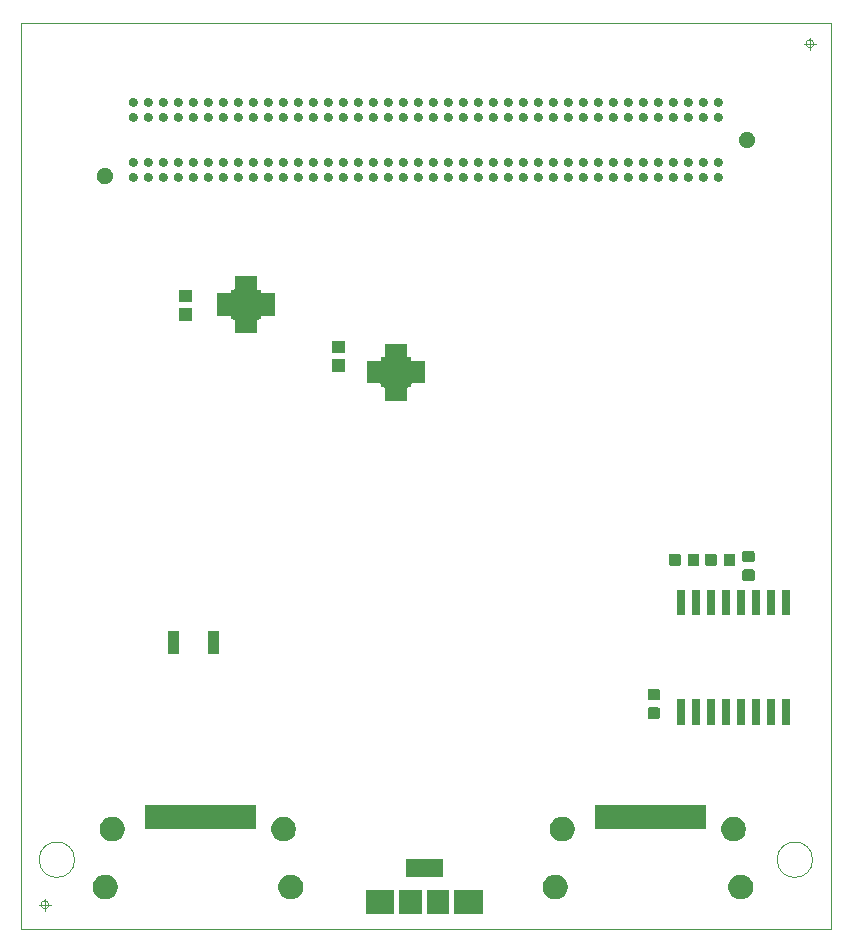
<source format=gts>
%TF.GenerationSoftware,KiCad,Pcbnew,(5.1.5-0-10_14)*%
%TF.CreationDate,2020-01-10T14:35:19+01:00*%
%TF.ProjectId,adapter_hybrid_assister,61646170-7465-4725-9f68-79627269645f,rev?*%
%TF.SameCoordinates,PX6312cb0PY8accb70*%
%TF.FileFunction,Soldermask,Top*%
%TF.FilePolarity,Negative*%
%FSLAX45Y45*%
G04 Gerber Fmt 4.5, Leading zero omitted, Abs format (unit mm)*
G04 Created by KiCad (PCBNEW (5.1.5-0-10_14)) date 2020-01-10 14:35:19*
%MOMM*%
%LPD*%
G04 APERTURE LIST*
%TA.AperFunction,Profile*%
%ADD10C,0.050000*%
%TD*%
%TA.AperFunction,Profile*%
%ADD11C,0.100000*%
%TD*%
%ADD12C,0.100000*%
G04 APERTURE END LIST*
D10*
X6713533Y7493000D02*
G75*
G03X6713533Y7493000I-33333J0D01*
G01*
X6630200Y7493000D02*
X6730200Y7493000D01*
X6680200Y7543000D02*
X6680200Y7443000D01*
X236533Y203200D02*
G75*
G03X236533Y203200I-33333J0D01*
G01*
X153200Y203200D02*
X253200Y203200D01*
X203200Y253200D02*
X203200Y153200D01*
X454800Y584200D02*
G75*
G03X454800Y584200I-150000J0D01*
G01*
X6703200Y584200D02*
G75*
G03X6703200Y584200I-150000J0D01*
G01*
X0Y0D02*
X0Y7670800D01*
X6858000Y7670800D02*
X6858000Y0D01*
D11*
X0Y7670800D02*
X6858000Y7670800D01*
X6858000Y0D02*
X0Y0D01*
D12*
G36*
X3910700Y128500D02*
G01*
X3670500Y128500D01*
X3670500Y328700D01*
X3910700Y328700D01*
X3910700Y128500D01*
G37*
G36*
X3625700Y128500D02*
G01*
X3435500Y128500D01*
X3435500Y328700D01*
X3625700Y328700D01*
X3625700Y128500D01*
G37*
G36*
X3395700Y128500D02*
G01*
X3205500Y128500D01*
X3205500Y328700D01*
X3395700Y328700D01*
X3395700Y128500D01*
G37*
G36*
X3160700Y128500D02*
G01*
X2920500Y128500D01*
X2920500Y328700D01*
X3160700Y328700D01*
X3160700Y128500D01*
G37*
G36*
X6117731Y455964D02*
G01*
X6124484Y454621D01*
X6143565Y446717D01*
X6160738Y435242D01*
X6175342Y420638D01*
X6186817Y403465D01*
X6194721Y384384D01*
X6198750Y364127D01*
X6198750Y343473D01*
X6194721Y323216D01*
X6186817Y304135D01*
X6175342Y286962D01*
X6160738Y272358D01*
X6143565Y260883D01*
X6124484Y252979D01*
X6117731Y251636D01*
X6104227Y248950D01*
X6083573Y248950D01*
X6070069Y251636D01*
X6063316Y252979D01*
X6044235Y260883D01*
X6027062Y272358D01*
X6012458Y286962D01*
X6000983Y304135D01*
X5993079Y323216D01*
X5989050Y343473D01*
X5989050Y364127D01*
X5993079Y384384D01*
X6000983Y403465D01*
X6012458Y420638D01*
X6027062Y435242D01*
X6044235Y446717D01*
X6063316Y454621D01*
X6070069Y455964D01*
X6083573Y458650D01*
X6104227Y458650D01*
X6117731Y455964D01*
G37*
G36*
X4547731Y455964D02*
G01*
X4554484Y454621D01*
X4573565Y446717D01*
X4590738Y435242D01*
X4605342Y420638D01*
X4616817Y403465D01*
X4624721Y384384D01*
X4628750Y364127D01*
X4628750Y343473D01*
X4624721Y323216D01*
X4616817Y304135D01*
X4605342Y286962D01*
X4590738Y272358D01*
X4573565Y260883D01*
X4554484Y252979D01*
X4547731Y251636D01*
X4534227Y248950D01*
X4513573Y248950D01*
X4500069Y251636D01*
X4493316Y252979D01*
X4474235Y260883D01*
X4457062Y272358D01*
X4442458Y286962D01*
X4430983Y304135D01*
X4423079Y323216D01*
X4419050Y343473D01*
X4419050Y364127D01*
X4423079Y384384D01*
X4430983Y403465D01*
X4442458Y420638D01*
X4457062Y435242D01*
X4474235Y446717D01*
X4493316Y454621D01*
X4500069Y455964D01*
X4513573Y458650D01*
X4534227Y458650D01*
X4547731Y455964D01*
G37*
G36*
X2307731Y455964D02*
G01*
X2314484Y454621D01*
X2333565Y446717D01*
X2350738Y435242D01*
X2365342Y420638D01*
X2376817Y403465D01*
X2384721Y384384D01*
X2388750Y364127D01*
X2388750Y343473D01*
X2384721Y323216D01*
X2376817Y304135D01*
X2365342Y286962D01*
X2350738Y272358D01*
X2333565Y260883D01*
X2314484Y252979D01*
X2307731Y251636D01*
X2294227Y248950D01*
X2273573Y248950D01*
X2260069Y251636D01*
X2253316Y252979D01*
X2234235Y260883D01*
X2217062Y272358D01*
X2202458Y286962D01*
X2190983Y304135D01*
X2183079Y323216D01*
X2179050Y343473D01*
X2179050Y364127D01*
X2183079Y384384D01*
X2190983Y403465D01*
X2202458Y420638D01*
X2217062Y435242D01*
X2234235Y446717D01*
X2253316Y454621D01*
X2260069Y455964D01*
X2273573Y458650D01*
X2294227Y458650D01*
X2307731Y455964D01*
G37*
G36*
X737731Y455964D02*
G01*
X744484Y454621D01*
X763565Y446717D01*
X780738Y435242D01*
X795342Y420638D01*
X806817Y403465D01*
X814721Y384384D01*
X818750Y364127D01*
X818750Y343473D01*
X814721Y323216D01*
X806817Y304135D01*
X795342Y286962D01*
X780738Y272358D01*
X763565Y260883D01*
X744484Y252979D01*
X737731Y251636D01*
X724227Y248950D01*
X703573Y248950D01*
X690069Y251636D01*
X683316Y252979D01*
X664235Y260883D01*
X647062Y272358D01*
X632458Y286962D01*
X620983Y304135D01*
X613079Y323216D01*
X609050Y343473D01*
X609050Y364127D01*
X613079Y384384D01*
X620983Y403465D01*
X632458Y420638D01*
X647062Y435242D01*
X664235Y446717D01*
X683316Y454621D01*
X690069Y455964D01*
X703573Y458650D01*
X724227Y458650D01*
X737731Y455964D01*
G37*
G36*
X3570700Y438500D02*
G01*
X3260500Y438500D01*
X3260500Y588700D01*
X3570700Y588700D01*
X3570700Y438500D01*
G37*
G36*
X6057731Y945964D02*
G01*
X6064484Y944621D01*
X6083565Y936717D01*
X6100738Y925242D01*
X6115342Y910638D01*
X6126817Y893465D01*
X6134721Y874384D01*
X6138750Y854127D01*
X6138750Y833473D01*
X6134721Y813216D01*
X6126817Y794135D01*
X6115342Y776962D01*
X6100738Y762358D01*
X6083565Y750883D01*
X6064484Y742979D01*
X6057731Y741636D01*
X6044227Y738950D01*
X6023573Y738950D01*
X6010069Y741636D01*
X6003316Y742979D01*
X5984235Y750883D01*
X5967062Y762358D01*
X5952458Y776962D01*
X5940983Y794135D01*
X5933079Y813216D01*
X5929050Y833473D01*
X5929050Y854127D01*
X5933079Y874384D01*
X5940983Y893465D01*
X5952458Y910638D01*
X5967062Y925242D01*
X5984235Y936717D01*
X6003316Y944621D01*
X6010069Y945964D01*
X6023573Y948650D01*
X6044227Y948650D01*
X6057731Y945964D01*
G37*
G36*
X4607731Y945964D02*
G01*
X4614484Y944621D01*
X4633565Y936717D01*
X4650738Y925242D01*
X4665342Y910638D01*
X4676817Y893465D01*
X4684721Y874384D01*
X4688750Y854127D01*
X4688750Y833473D01*
X4684721Y813216D01*
X4676817Y794135D01*
X4665342Y776962D01*
X4650738Y762358D01*
X4633565Y750883D01*
X4614484Y742979D01*
X4607731Y741636D01*
X4594227Y738950D01*
X4573573Y738950D01*
X4560069Y741636D01*
X4553316Y742979D01*
X4534235Y750883D01*
X4517062Y762358D01*
X4502458Y776962D01*
X4490983Y794135D01*
X4483079Y813216D01*
X4479050Y833473D01*
X4479050Y854127D01*
X4483079Y874384D01*
X4490983Y893465D01*
X4502458Y910638D01*
X4517062Y925242D01*
X4534235Y936717D01*
X4553316Y944621D01*
X4560069Y945964D01*
X4573573Y948650D01*
X4594227Y948650D01*
X4607731Y945964D01*
G37*
G36*
X2247731Y945964D02*
G01*
X2254484Y944621D01*
X2273565Y936717D01*
X2290738Y925242D01*
X2305342Y910638D01*
X2316817Y893465D01*
X2324721Y874384D01*
X2328750Y854127D01*
X2328750Y833473D01*
X2324721Y813216D01*
X2316817Y794135D01*
X2305342Y776962D01*
X2290738Y762358D01*
X2273565Y750883D01*
X2254484Y742979D01*
X2247731Y741636D01*
X2234227Y738950D01*
X2213573Y738950D01*
X2200069Y741636D01*
X2193316Y742979D01*
X2174235Y750883D01*
X2157062Y762358D01*
X2142458Y776962D01*
X2130983Y794135D01*
X2123079Y813216D01*
X2119050Y833473D01*
X2119050Y854127D01*
X2123079Y874384D01*
X2130983Y893465D01*
X2142458Y910638D01*
X2157062Y925242D01*
X2174235Y936717D01*
X2193316Y944621D01*
X2200069Y945964D01*
X2213573Y948650D01*
X2234227Y948650D01*
X2247731Y945964D01*
G37*
G36*
X797731Y945964D02*
G01*
X804484Y944621D01*
X823565Y936717D01*
X840738Y925242D01*
X855342Y910638D01*
X866817Y893465D01*
X874721Y874384D01*
X878750Y854127D01*
X878750Y833473D01*
X874721Y813216D01*
X866817Y794135D01*
X855342Y776962D01*
X840738Y762358D01*
X823565Y750883D01*
X804484Y742979D01*
X797731Y741636D01*
X784227Y738950D01*
X763573Y738950D01*
X750069Y741636D01*
X743316Y742979D01*
X724235Y750883D01*
X707062Y762358D01*
X692458Y776962D01*
X680983Y794135D01*
X673079Y813216D01*
X669050Y833473D01*
X669050Y854127D01*
X673079Y874384D01*
X680983Y893465D01*
X692458Y910638D01*
X707062Y925242D01*
X724235Y936717D01*
X743316Y944621D01*
X750069Y945964D01*
X763573Y948650D01*
X784227Y948650D01*
X797731Y945964D01*
G37*
G36*
X1994000Y843700D02*
G01*
X1053800Y843700D01*
X1053800Y1043900D01*
X1994000Y1043900D01*
X1994000Y843700D01*
G37*
G36*
X5804000Y843700D02*
G01*
X4863800Y843700D01*
X4863800Y1043900D01*
X5804000Y1043900D01*
X5804000Y843700D01*
G37*
G36*
X6385100Y1726600D02*
G01*
X6314900Y1726600D01*
X6314900Y1942800D01*
X6385100Y1942800D01*
X6385100Y1726600D01*
G37*
G36*
X6512100Y1726600D02*
G01*
X6441900Y1726600D01*
X6441900Y1942800D01*
X6512100Y1942800D01*
X6512100Y1726600D01*
G37*
G36*
X6258100Y1726600D02*
G01*
X6187900Y1726600D01*
X6187900Y1942800D01*
X6258100Y1942800D01*
X6258100Y1726600D01*
G37*
G36*
X6131100Y1726600D02*
G01*
X6060900Y1726600D01*
X6060900Y1942800D01*
X6131100Y1942800D01*
X6131100Y1726600D01*
G37*
G36*
X6004100Y1726600D02*
G01*
X5933900Y1726600D01*
X5933900Y1942800D01*
X6004100Y1942800D01*
X6004100Y1726600D01*
G37*
G36*
X5877100Y1726600D02*
G01*
X5806900Y1726600D01*
X5806900Y1942800D01*
X5877100Y1942800D01*
X5877100Y1726600D01*
G37*
G36*
X5750100Y1726600D02*
G01*
X5679900Y1726600D01*
X5679900Y1942800D01*
X5750100Y1942800D01*
X5750100Y1726600D01*
G37*
G36*
X5623100Y1726600D02*
G01*
X5552900Y1726600D01*
X5552900Y1942800D01*
X5623100Y1942800D01*
X5623100Y1726600D01*
G37*
G36*
X5397359Y1873491D02*
G01*
X5400757Y1872461D01*
X5403889Y1870787D01*
X5406634Y1868534D01*
X5408887Y1865789D01*
X5410561Y1862657D01*
X5411592Y1859259D01*
X5412000Y1855111D01*
X5412000Y1794989D01*
X5411592Y1790841D01*
X5410561Y1787443D01*
X5408887Y1784311D01*
X5406634Y1781566D01*
X5403889Y1779313D01*
X5400757Y1777639D01*
X5397359Y1776608D01*
X5393211Y1776200D01*
X5325589Y1776200D01*
X5321441Y1776608D01*
X5318043Y1777639D01*
X5314911Y1779313D01*
X5312166Y1781566D01*
X5309913Y1784311D01*
X5308239Y1787443D01*
X5307209Y1790841D01*
X5306800Y1794989D01*
X5306800Y1855111D01*
X5307209Y1859259D01*
X5308239Y1862657D01*
X5309913Y1865789D01*
X5312166Y1868534D01*
X5314911Y1870787D01*
X5318043Y1872461D01*
X5321441Y1873491D01*
X5325589Y1873900D01*
X5393211Y1873900D01*
X5397359Y1873491D01*
G37*
G36*
X5397359Y2030991D02*
G01*
X5400757Y2029961D01*
X5403889Y2028287D01*
X5406634Y2026034D01*
X5408887Y2023289D01*
X5410561Y2020157D01*
X5411592Y2016759D01*
X5412000Y2012611D01*
X5412000Y1952489D01*
X5411592Y1948341D01*
X5410561Y1944943D01*
X5408887Y1941811D01*
X5406634Y1939066D01*
X5403889Y1936813D01*
X5400757Y1935139D01*
X5397359Y1934108D01*
X5393211Y1933700D01*
X5325589Y1933700D01*
X5321441Y1934108D01*
X5318043Y1935139D01*
X5314911Y1936813D01*
X5312166Y1939066D01*
X5309913Y1941811D01*
X5308239Y1944943D01*
X5307209Y1948341D01*
X5306800Y1952489D01*
X5306800Y2012611D01*
X5307209Y2016759D01*
X5308239Y2020157D01*
X5309913Y2023289D01*
X5312166Y2026034D01*
X5314911Y2028287D01*
X5318043Y2029961D01*
X5321441Y2030991D01*
X5325589Y2031400D01*
X5393211Y2031400D01*
X5397359Y2030991D01*
G37*
G36*
X1676100Y2329600D02*
G01*
X1584900Y2329600D01*
X1584900Y2521800D01*
X1676100Y2521800D01*
X1676100Y2329600D01*
G37*
G36*
X1336100Y2329600D02*
G01*
X1244900Y2329600D01*
X1244900Y2521800D01*
X1336100Y2521800D01*
X1336100Y2329600D01*
G37*
G36*
X6004100Y2654600D02*
G01*
X5933900Y2654600D01*
X5933900Y2870800D01*
X6004100Y2870800D01*
X6004100Y2654600D01*
G37*
G36*
X6131100Y2654600D02*
G01*
X6060900Y2654600D01*
X6060900Y2870800D01*
X6131100Y2870800D01*
X6131100Y2654600D01*
G37*
G36*
X5877100Y2654600D02*
G01*
X5806900Y2654600D01*
X5806900Y2870800D01*
X5877100Y2870800D01*
X5877100Y2654600D01*
G37*
G36*
X5750100Y2654600D02*
G01*
X5679900Y2654600D01*
X5679900Y2870800D01*
X5750100Y2870800D01*
X5750100Y2654600D01*
G37*
G36*
X5623100Y2654600D02*
G01*
X5552900Y2654600D01*
X5552900Y2870800D01*
X5623100Y2870800D01*
X5623100Y2654600D01*
G37*
G36*
X6258100Y2654600D02*
G01*
X6187900Y2654600D01*
X6187900Y2870800D01*
X6258100Y2870800D01*
X6258100Y2654600D01*
G37*
G36*
X6385100Y2654600D02*
G01*
X6314900Y2654600D01*
X6314900Y2870800D01*
X6385100Y2870800D01*
X6385100Y2654600D01*
G37*
G36*
X6512100Y2654600D02*
G01*
X6441900Y2654600D01*
X6441900Y2870800D01*
X6512100Y2870800D01*
X6512100Y2654600D01*
G37*
G36*
X6197459Y3041891D02*
G01*
X6200857Y3040861D01*
X6203989Y3039187D01*
X6206734Y3036934D01*
X6208987Y3034189D01*
X6210661Y3031057D01*
X6211691Y3027659D01*
X6212100Y3023511D01*
X6212100Y2963389D01*
X6211691Y2959241D01*
X6210661Y2955843D01*
X6208987Y2952711D01*
X6206734Y2949966D01*
X6203989Y2947713D01*
X6200857Y2946039D01*
X6197459Y2945008D01*
X6193311Y2944600D01*
X6125689Y2944600D01*
X6121541Y2945008D01*
X6118143Y2946039D01*
X6115011Y2947713D01*
X6112266Y2949966D01*
X6110013Y2952711D01*
X6108339Y2955843D01*
X6107308Y2959241D01*
X6106900Y2963389D01*
X6106900Y3023511D01*
X6107308Y3027659D01*
X6108339Y3031057D01*
X6110013Y3034189D01*
X6112266Y3036934D01*
X6115011Y3039187D01*
X6118143Y3040861D01*
X6121541Y3041891D01*
X6125689Y3042300D01*
X6193311Y3042300D01*
X6197459Y3041891D01*
G37*
G36*
X5571409Y3176391D02*
G01*
X5574807Y3175361D01*
X5577939Y3173687D01*
X5580684Y3171434D01*
X5582937Y3168689D01*
X5584611Y3165557D01*
X5585642Y3162159D01*
X5586050Y3158011D01*
X5586050Y3090389D01*
X5585642Y3086241D01*
X5584611Y3082843D01*
X5582937Y3079711D01*
X5580684Y3076966D01*
X5577939Y3074713D01*
X5574807Y3073039D01*
X5571409Y3072008D01*
X5567261Y3071600D01*
X5507139Y3071600D01*
X5502991Y3072008D01*
X5499593Y3073039D01*
X5496461Y3074713D01*
X5493716Y3076966D01*
X5491463Y3079711D01*
X5489789Y3082843D01*
X5488759Y3086241D01*
X5488350Y3090389D01*
X5488350Y3158011D01*
X5488759Y3162159D01*
X5489789Y3165557D01*
X5491463Y3168689D01*
X5493716Y3171434D01*
X5496461Y3173687D01*
X5499593Y3175361D01*
X5502991Y3176391D01*
X5507139Y3176800D01*
X5567261Y3176800D01*
X5571409Y3176391D01*
G37*
G36*
X5728909Y3176391D02*
G01*
X5732307Y3175361D01*
X5735439Y3173687D01*
X5738184Y3171434D01*
X5740437Y3168689D01*
X5742111Y3165557D01*
X5743141Y3162159D01*
X5743550Y3158011D01*
X5743550Y3090389D01*
X5743141Y3086241D01*
X5742111Y3082843D01*
X5740437Y3079711D01*
X5738184Y3076966D01*
X5735439Y3074713D01*
X5732307Y3073039D01*
X5728909Y3072008D01*
X5724761Y3071600D01*
X5664639Y3071600D01*
X5660491Y3072008D01*
X5657093Y3073039D01*
X5653961Y3074713D01*
X5651216Y3076966D01*
X5648963Y3079711D01*
X5647289Y3082843D01*
X5646258Y3086241D01*
X5645850Y3090389D01*
X5645850Y3158011D01*
X5646258Y3162159D01*
X5647289Y3165557D01*
X5648963Y3168689D01*
X5651216Y3171434D01*
X5653961Y3173687D01*
X5657093Y3175361D01*
X5660491Y3176391D01*
X5664639Y3176800D01*
X5724761Y3176800D01*
X5728909Y3176391D01*
G37*
G36*
X5876209Y3176391D02*
G01*
X5879607Y3175361D01*
X5882739Y3173687D01*
X5885484Y3171434D01*
X5887737Y3168689D01*
X5889411Y3165557D01*
X5890441Y3162159D01*
X5890850Y3158011D01*
X5890850Y3090389D01*
X5890441Y3086241D01*
X5889411Y3082843D01*
X5887737Y3079711D01*
X5885484Y3076966D01*
X5882739Y3074713D01*
X5879607Y3073039D01*
X5876209Y3072008D01*
X5872061Y3071600D01*
X5811939Y3071600D01*
X5807791Y3072008D01*
X5804393Y3073039D01*
X5801261Y3074713D01*
X5798516Y3076966D01*
X5796263Y3079711D01*
X5794589Y3082843D01*
X5793558Y3086241D01*
X5793150Y3090389D01*
X5793150Y3158011D01*
X5793558Y3162159D01*
X5794589Y3165557D01*
X5796263Y3168689D01*
X5798516Y3171434D01*
X5801261Y3173687D01*
X5804393Y3175361D01*
X5807791Y3176391D01*
X5811939Y3176800D01*
X5872061Y3176800D01*
X5876209Y3176391D01*
G37*
G36*
X6033709Y3176391D02*
G01*
X6037107Y3175361D01*
X6040239Y3173687D01*
X6042984Y3171434D01*
X6045237Y3168689D01*
X6046911Y3165557D01*
X6047941Y3162159D01*
X6048350Y3158011D01*
X6048350Y3090389D01*
X6047941Y3086241D01*
X6046911Y3082843D01*
X6045237Y3079711D01*
X6042984Y3076966D01*
X6040239Y3074713D01*
X6037107Y3073039D01*
X6033709Y3072008D01*
X6029561Y3071600D01*
X5969439Y3071600D01*
X5965291Y3072008D01*
X5961893Y3073039D01*
X5958761Y3074713D01*
X5956016Y3076966D01*
X5953763Y3079711D01*
X5952089Y3082843D01*
X5951058Y3086241D01*
X5950650Y3090389D01*
X5950650Y3158011D01*
X5951058Y3162159D01*
X5952089Y3165557D01*
X5953763Y3168689D01*
X5956016Y3171434D01*
X5958761Y3173687D01*
X5961893Y3175361D01*
X5965291Y3176391D01*
X5969439Y3176800D01*
X6029561Y3176800D01*
X6033709Y3176391D01*
G37*
G36*
X6197459Y3199391D02*
G01*
X6200857Y3198361D01*
X6203989Y3196687D01*
X6206734Y3194434D01*
X6208987Y3191689D01*
X6210661Y3188557D01*
X6211691Y3185159D01*
X6212100Y3181011D01*
X6212100Y3120889D01*
X6211691Y3116741D01*
X6210661Y3113343D01*
X6208987Y3110211D01*
X6206734Y3107466D01*
X6203989Y3105213D01*
X6200857Y3103539D01*
X6197459Y3102508D01*
X6193311Y3102100D01*
X6125689Y3102100D01*
X6121541Y3102508D01*
X6118143Y3103539D01*
X6115011Y3105213D01*
X6112266Y3107466D01*
X6110013Y3110211D01*
X6108339Y3113343D01*
X6107308Y3116741D01*
X6106900Y3120889D01*
X6106900Y3181011D01*
X6107308Y3185159D01*
X6108339Y3188557D01*
X6110013Y3191689D01*
X6112266Y3194434D01*
X6115011Y3196687D01*
X6118143Y3198361D01*
X6121541Y3199391D01*
X6125689Y3199800D01*
X6193311Y3199800D01*
X6197459Y3199391D01*
G37*
G36*
X3270100Y4849300D02*
G01*
X3270340Y4846861D01*
X3271051Y4844516D01*
X3272207Y4842355D01*
X3273761Y4840461D01*
X3275655Y4838907D01*
X3277816Y4837752D01*
X3280161Y4837040D01*
X3282600Y4836800D01*
X3300100Y4836800D01*
X3300100Y4819300D01*
X3300340Y4816861D01*
X3301051Y4814516D01*
X3302207Y4812355D01*
X3303761Y4810461D01*
X3305655Y4808907D01*
X3307816Y4807752D01*
X3310161Y4807040D01*
X3312600Y4806800D01*
X3417600Y4806800D01*
X3417600Y4616600D01*
X3312600Y4616600D01*
X3310161Y4616360D01*
X3307816Y4615649D01*
X3305655Y4614493D01*
X3303761Y4612939D01*
X3302207Y4611045D01*
X3301051Y4608884D01*
X3300340Y4606539D01*
X3300100Y4604100D01*
X3300100Y4586600D01*
X3282600Y4586600D01*
X3280161Y4586360D01*
X3277816Y4585649D01*
X3275655Y4584493D01*
X3273761Y4582939D01*
X3272207Y4581045D01*
X3271051Y4578884D01*
X3270340Y4576539D01*
X3270100Y4574100D01*
X3270100Y4469100D01*
X3079900Y4469100D01*
X3079900Y4574100D01*
X3079660Y4576539D01*
X3078948Y4578884D01*
X3077793Y4581045D01*
X3076239Y4582939D01*
X3074345Y4584493D01*
X3072184Y4585649D01*
X3069839Y4586360D01*
X3067400Y4586600D01*
X3049900Y4586600D01*
X3049900Y4604100D01*
X3049660Y4606539D01*
X3048948Y4608884D01*
X3047793Y4611045D01*
X3046239Y4612939D01*
X3044345Y4614493D01*
X3042184Y4615649D01*
X3039839Y4616360D01*
X3037400Y4616600D01*
X2932400Y4616600D01*
X2932400Y4806800D01*
X3037400Y4806800D01*
X3039839Y4807040D01*
X3042184Y4807752D01*
X3044345Y4808907D01*
X3046239Y4810461D01*
X3047793Y4812355D01*
X3048948Y4814516D01*
X3049660Y4816861D01*
X3049900Y4819300D01*
X3049900Y4836800D01*
X3067400Y4836800D01*
X3069839Y4837040D01*
X3072184Y4837752D01*
X3074345Y4838907D01*
X3076239Y4840461D01*
X3077793Y4842355D01*
X3078948Y4844516D01*
X3079660Y4846861D01*
X3079900Y4849300D01*
X3079900Y4954300D01*
X3270100Y4954300D01*
X3270100Y4849300D01*
G37*
G36*
X2747500Y4715000D02*
G01*
X2637300Y4715000D01*
X2637300Y4820200D01*
X2747500Y4820200D01*
X2747500Y4715000D01*
G37*
G36*
X2747500Y4875000D02*
G01*
X2637300Y4875000D01*
X2637300Y4980200D01*
X2747500Y4980200D01*
X2747500Y4875000D01*
G37*
G36*
X2000100Y5420800D02*
G01*
X2000340Y5418361D01*
X2001051Y5416016D01*
X2002207Y5413855D01*
X2003761Y5411961D01*
X2005655Y5410407D01*
X2007816Y5409252D01*
X2010161Y5408540D01*
X2012600Y5408300D01*
X2030100Y5408300D01*
X2030100Y5390800D01*
X2030340Y5388361D01*
X2031051Y5386016D01*
X2032207Y5383855D01*
X2033761Y5381961D01*
X2035655Y5380407D01*
X2037816Y5379252D01*
X2040161Y5378540D01*
X2042600Y5378300D01*
X2147600Y5378300D01*
X2147600Y5188100D01*
X2042600Y5188100D01*
X2040161Y5187860D01*
X2037816Y5187149D01*
X2035655Y5185993D01*
X2033761Y5184439D01*
X2032207Y5182545D01*
X2031051Y5180384D01*
X2030340Y5178039D01*
X2030100Y5175600D01*
X2030100Y5158100D01*
X2012600Y5158100D01*
X2010161Y5157860D01*
X2007816Y5157149D01*
X2005655Y5155993D01*
X2003761Y5154439D01*
X2002207Y5152545D01*
X2001051Y5150384D01*
X2000340Y5148039D01*
X2000100Y5145600D01*
X2000100Y5040600D01*
X1809900Y5040600D01*
X1809900Y5145600D01*
X1809660Y5148039D01*
X1808948Y5150384D01*
X1807793Y5152545D01*
X1806239Y5154439D01*
X1804345Y5155993D01*
X1802184Y5157149D01*
X1799839Y5157860D01*
X1797400Y5158100D01*
X1779900Y5158100D01*
X1779900Y5175600D01*
X1779660Y5178039D01*
X1778948Y5180384D01*
X1777793Y5182545D01*
X1776239Y5184439D01*
X1774345Y5185993D01*
X1772184Y5187149D01*
X1769839Y5187860D01*
X1767400Y5188100D01*
X1662400Y5188100D01*
X1662400Y5378300D01*
X1767400Y5378300D01*
X1769839Y5378540D01*
X1772184Y5379252D01*
X1774345Y5380407D01*
X1776239Y5381961D01*
X1777793Y5383855D01*
X1778948Y5386016D01*
X1779660Y5388361D01*
X1779900Y5390800D01*
X1779900Y5408300D01*
X1797400Y5408300D01*
X1799839Y5408540D01*
X1802184Y5409252D01*
X1804345Y5410407D01*
X1806239Y5411961D01*
X1807793Y5413855D01*
X1808948Y5416016D01*
X1809660Y5418361D01*
X1809900Y5420800D01*
X1809900Y5525800D01*
X2000100Y5525800D01*
X2000100Y5420800D01*
G37*
G36*
X1452100Y5146800D02*
G01*
X1341900Y5146800D01*
X1341900Y5252000D01*
X1452100Y5252000D01*
X1452100Y5146800D01*
G37*
G36*
X1452100Y5306800D02*
G01*
X1341900Y5306800D01*
X1341900Y5412000D01*
X1452100Y5412000D01*
X1452100Y5306800D01*
G37*
G36*
X729910Y6441164D02*
G01*
X742394Y6435993D01*
X742394Y6435992D01*
X753630Y6428485D01*
X763185Y6418930D01*
X770693Y6407694D01*
X775864Y6395210D01*
X778500Y6381957D01*
X778500Y6368443D01*
X775864Y6355190D01*
X771695Y6345127D01*
X770692Y6342706D01*
X763185Y6331470D01*
X753630Y6321915D01*
X742394Y6314407D01*
X742394Y6314407D01*
X742394Y6314407D01*
X729910Y6309236D01*
X716657Y6306600D01*
X703143Y6306600D01*
X689890Y6309236D01*
X677406Y6314407D01*
X677406Y6314407D01*
X677406Y6314407D01*
X666170Y6321915D01*
X656615Y6331470D01*
X649108Y6342706D01*
X648105Y6345127D01*
X643936Y6355190D01*
X641300Y6368443D01*
X641300Y6381957D01*
X643936Y6395210D01*
X649107Y6407694D01*
X656615Y6418930D01*
X666170Y6428485D01*
X677406Y6435992D01*
X677406Y6435993D01*
X689890Y6441164D01*
X703143Y6443800D01*
X716657Y6443800D01*
X729910Y6441164D01*
G37*
G36*
X1979322Y6398374D02*
G01*
X1986073Y6395578D01*
X1992150Y6391518D01*
X1997318Y6386350D01*
X2001378Y6380273D01*
X2004174Y6373522D01*
X2005600Y6366354D01*
X2005600Y6359046D01*
X2004174Y6351878D01*
X2001378Y6345127D01*
X1997318Y6339050D01*
X1992150Y6333882D01*
X1986073Y6329822D01*
X1979322Y6327026D01*
X1972154Y6325600D01*
X1964846Y6325600D01*
X1957678Y6327026D01*
X1950927Y6329822D01*
X1944850Y6333882D01*
X1939682Y6339050D01*
X1935622Y6345127D01*
X1932826Y6351878D01*
X1931400Y6359046D01*
X1931400Y6366354D01*
X1932826Y6373522D01*
X1935622Y6380273D01*
X1939682Y6386350D01*
X1944850Y6391518D01*
X1950927Y6395578D01*
X1957678Y6398374D01*
X1964846Y6399800D01*
X1972154Y6399800D01*
X1979322Y6398374D01*
G37*
G36*
X5916322Y6398374D02*
G01*
X5923073Y6395578D01*
X5929150Y6391518D01*
X5934318Y6386350D01*
X5938378Y6380273D01*
X5941174Y6373522D01*
X5942600Y6366354D01*
X5942600Y6359046D01*
X5941174Y6351878D01*
X5938378Y6345127D01*
X5934318Y6339050D01*
X5929150Y6333882D01*
X5923073Y6329822D01*
X5916322Y6327026D01*
X5909154Y6325600D01*
X5901846Y6325600D01*
X5894678Y6327026D01*
X5887927Y6329822D01*
X5881850Y6333882D01*
X5876682Y6339050D01*
X5872622Y6345127D01*
X5869826Y6351878D01*
X5868400Y6359046D01*
X5868400Y6366354D01*
X5869826Y6373522D01*
X5872622Y6380273D01*
X5876682Y6386350D01*
X5881850Y6391518D01*
X5887927Y6395578D01*
X5894678Y6398374D01*
X5901846Y6399800D01*
X5909154Y6399800D01*
X5916322Y6398374D01*
G37*
G36*
X5789322Y6398374D02*
G01*
X5796073Y6395578D01*
X5802150Y6391518D01*
X5807318Y6386350D01*
X5811378Y6380273D01*
X5814174Y6373522D01*
X5815600Y6366354D01*
X5815600Y6359046D01*
X5814174Y6351878D01*
X5811378Y6345127D01*
X5807318Y6339050D01*
X5802150Y6333882D01*
X5796073Y6329822D01*
X5789322Y6327026D01*
X5782154Y6325600D01*
X5774846Y6325600D01*
X5767678Y6327026D01*
X5760927Y6329822D01*
X5754850Y6333882D01*
X5749682Y6339050D01*
X5745622Y6345127D01*
X5742826Y6351878D01*
X5741400Y6359046D01*
X5741400Y6366354D01*
X5742826Y6373522D01*
X5745622Y6380273D01*
X5749682Y6386350D01*
X5754850Y6391518D01*
X5760927Y6395578D01*
X5767678Y6398374D01*
X5774846Y6399800D01*
X5782154Y6399800D01*
X5789322Y6398374D01*
G37*
G36*
X5662322Y6398374D02*
G01*
X5669073Y6395578D01*
X5675150Y6391518D01*
X5680318Y6386350D01*
X5684378Y6380273D01*
X5687174Y6373522D01*
X5688600Y6366354D01*
X5688600Y6359046D01*
X5687174Y6351878D01*
X5684378Y6345127D01*
X5680318Y6339050D01*
X5675150Y6333882D01*
X5669073Y6329822D01*
X5662322Y6327026D01*
X5655154Y6325600D01*
X5647846Y6325600D01*
X5640678Y6327026D01*
X5633927Y6329822D01*
X5627850Y6333882D01*
X5622682Y6339050D01*
X5618622Y6345127D01*
X5615826Y6351878D01*
X5614400Y6359046D01*
X5614400Y6366354D01*
X5615826Y6373522D01*
X5618622Y6380273D01*
X5622682Y6386350D01*
X5627850Y6391518D01*
X5633927Y6395578D01*
X5640678Y6398374D01*
X5647846Y6399800D01*
X5655154Y6399800D01*
X5662322Y6398374D01*
G37*
G36*
X5535322Y6398374D02*
G01*
X5542073Y6395578D01*
X5548150Y6391518D01*
X5553318Y6386350D01*
X5557378Y6380273D01*
X5560174Y6373522D01*
X5561600Y6366354D01*
X5561600Y6359046D01*
X5560174Y6351878D01*
X5557378Y6345127D01*
X5553318Y6339050D01*
X5548150Y6333882D01*
X5542073Y6329822D01*
X5535322Y6327026D01*
X5528154Y6325600D01*
X5520846Y6325600D01*
X5513678Y6327026D01*
X5506927Y6329822D01*
X5500850Y6333882D01*
X5495682Y6339050D01*
X5491622Y6345127D01*
X5488826Y6351878D01*
X5487400Y6359046D01*
X5487400Y6366354D01*
X5488826Y6373522D01*
X5491622Y6380273D01*
X5495682Y6386350D01*
X5500850Y6391518D01*
X5506927Y6395578D01*
X5513678Y6398374D01*
X5520846Y6399800D01*
X5528154Y6399800D01*
X5535322Y6398374D01*
G37*
G36*
X5408322Y6398374D02*
G01*
X5415073Y6395578D01*
X5421150Y6391518D01*
X5426318Y6386350D01*
X5430378Y6380273D01*
X5433174Y6373522D01*
X5434600Y6366354D01*
X5434600Y6359046D01*
X5433174Y6351878D01*
X5430378Y6345127D01*
X5426318Y6339050D01*
X5421150Y6333882D01*
X5415073Y6329822D01*
X5408322Y6327026D01*
X5401154Y6325600D01*
X5393846Y6325600D01*
X5386678Y6327026D01*
X5379927Y6329822D01*
X5373850Y6333882D01*
X5368682Y6339050D01*
X5364622Y6345127D01*
X5361826Y6351878D01*
X5360400Y6359046D01*
X5360400Y6366354D01*
X5361826Y6373522D01*
X5364622Y6380273D01*
X5368682Y6386350D01*
X5373850Y6391518D01*
X5379927Y6395578D01*
X5386678Y6398374D01*
X5393846Y6399800D01*
X5401154Y6399800D01*
X5408322Y6398374D01*
G37*
G36*
X5281322Y6398374D02*
G01*
X5288073Y6395578D01*
X5294150Y6391518D01*
X5299318Y6386350D01*
X5303378Y6380273D01*
X5306174Y6373522D01*
X5307600Y6366354D01*
X5307600Y6359046D01*
X5306174Y6351878D01*
X5303378Y6345127D01*
X5299318Y6339050D01*
X5294150Y6333882D01*
X5288073Y6329822D01*
X5281322Y6327026D01*
X5274154Y6325600D01*
X5266846Y6325600D01*
X5259678Y6327026D01*
X5252927Y6329822D01*
X5246850Y6333882D01*
X5241682Y6339050D01*
X5237622Y6345127D01*
X5234826Y6351878D01*
X5233400Y6359046D01*
X5233400Y6366354D01*
X5234826Y6373522D01*
X5237622Y6380273D01*
X5241682Y6386350D01*
X5246850Y6391518D01*
X5252927Y6395578D01*
X5259678Y6398374D01*
X5266846Y6399800D01*
X5274154Y6399800D01*
X5281322Y6398374D01*
G37*
G36*
X5154322Y6398374D02*
G01*
X5161073Y6395578D01*
X5167150Y6391518D01*
X5172318Y6386350D01*
X5176378Y6380273D01*
X5179174Y6373522D01*
X5180600Y6366354D01*
X5180600Y6359046D01*
X5179174Y6351878D01*
X5176378Y6345127D01*
X5172318Y6339050D01*
X5167150Y6333882D01*
X5161073Y6329822D01*
X5154322Y6327026D01*
X5147154Y6325600D01*
X5139846Y6325600D01*
X5132678Y6327026D01*
X5125927Y6329822D01*
X5119850Y6333882D01*
X5114682Y6339050D01*
X5110622Y6345127D01*
X5107826Y6351878D01*
X5106400Y6359046D01*
X5106400Y6366354D01*
X5107826Y6373522D01*
X5110622Y6380273D01*
X5114682Y6386350D01*
X5119850Y6391518D01*
X5125927Y6395578D01*
X5132678Y6398374D01*
X5139846Y6399800D01*
X5147154Y6399800D01*
X5154322Y6398374D01*
G37*
G36*
X5027322Y6398374D02*
G01*
X5034073Y6395578D01*
X5040150Y6391518D01*
X5045318Y6386350D01*
X5049378Y6380273D01*
X5052174Y6373522D01*
X5053600Y6366354D01*
X5053600Y6359046D01*
X5052174Y6351878D01*
X5049378Y6345127D01*
X5045318Y6339050D01*
X5040150Y6333882D01*
X5034073Y6329822D01*
X5027322Y6327026D01*
X5020154Y6325600D01*
X5012846Y6325600D01*
X5005678Y6327026D01*
X4998927Y6329822D01*
X4992850Y6333882D01*
X4987682Y6339050D01*
X4983622Y6345127D01*
X4980826Y6351878D01*
X4979400Y6359046D01*
X4979400Y6366354D01*
X4980826Y6373522D01*
X4983622Y6380273D01*
X4987682Y6386350D01*
X4992850Y6391518D01*
X4998927Y6395578D01*
X5005678Y6398374D01*
X5012846Y6399800D01*
X5020154Y6399800D01*
X5027322Y6398374D01*
G37*
G36*
X4900322Y6398374D02*
G01*
X4907073Y6395578D01*
X4913150Y6391518D01*
X4918318Y6386350D01*
X4922378Y6380273D01*
X4925174Y6373522D01*
X4926600Y6366354D01*
X4926600Y6359046D01*
X4925174Y6351878D01*
X4922378Y6345127D01*
X4918318Y6339050D01*
X4913150Y6333882D01*
X4907073Y6329822D01*
X4900322Y6327026D01*
X4893154Y6325600D01*
X4885846Y6325600D01*
X4878678Y6327026D01*
X4871927Y6329822D01*
X4865850Y6333882D01*
X4860682Y6339050D01*
X4856622Y6345127D01*
X4853826Y6351878D01*
X4852400Y6359046D01*
X4852400Y6366354D01*
X4853826Y6373522D01*
X4856622Y6380273D01*
X4860682Y6386350D01*
X4865850Y6391518D01*
X4871927Y6395578D01*
X4878678Y6398374D01*
X4885846Y6399800D01*
X4893154Y6399800D01*
X4900322Y6398374D01*
G37*
G36*
X4773322Y6398374D02*
G01*
X4780073Y6395578D01*
X4786150Y6391518D01*
X4791318Y6386350D01*
X4795378Y6380273D01*
X4798174Y6373522D01*
X4799600Y6366354D01*
X4799600Y6359046D01*
X4798174Y6351878D01*
X4795378Y6345127D01*
X4791318Y6339050D01*
X4786150Y6333882D01*
X4780073Y6329822D01*
X4773322Y6327026D01*
X4766154Y6325600D01*
X4758846Y6325600D01*
X4751678Y6327026D01*
X4744927Y6329822D01*
X4738850Y6333882D01*
X4733682Y6339050D01*
X4729622Y6345127D01*
X4726826Y6351878D01*
X4725400Y6359046D01*
X4725400Y6366354D01*
X4726826Y6373522D01*
X4729622Y6380273D01*
X4733682Y6386350D01*
X4738850Y6391518D01*
X4744927Y6395578D01*
X4751678Y6398374D01*
X4758846Y6399800D01*
X4766154Y6399800D01*
X4773322Y6398374D01*
G37*
G36*
X4646322Y6398374D02*
G01*
X4653073Y6395578D01*
X4659150Y6391518D01*
X4664318Y6386350D01*
X4668378Y6380273D01*
X4671174Y6373522D01*
X4672600Y6366354D01*
X4672600Y6359046D01*
X4671174Y6351878D01*
X4668378Y6345127D01*
X4664318Y6339050D01*
X4659150Y6333882D01*
X4653073Y6329822D01*
X4646322Y6327026D01*
X4639154Y6325600D01*
X4631846Y6325600D01*
X4624678Y6327026D01*
X4617927Y6329822D01*
X4611850Y6333882D01*
X4606682Y6339050D01*
X4602622Y6345127D01*
X4599826Y6351878D01*
X4598400Y6359046D01*
X4598400Y6366354D01*
X4599826Y6373522D01*
X4602622Y6380273D01*
X4606682Y6386350D01*
X4611850Y6391518D01*
X4617927Y6395578D01*
X4624678Y6398374D01*
X4631846Y6399800D01*
X4639154Y6399800D01*
X4646322Y6398374D01*
G37*
G36*
X4519322Y6398374D02*
G01*
X4526073Y6395578D01*
X4532150Y6391518D01*
X4537318Y6386350D01*
X4541378Y6380273D01*
X4544174Y6373522D01*
X4545600Y6366354D01*
X4545600Y6359046D01*
X4544174Y6351878D01*
X4541378Y6345127D01*
X4537318Y6339050D01*
X4532150Y6333882D01*
X4526073Y6329822D01*
X4519322Y6327026D01*
X4512154Y6325600D01*
X4504846Y6325600D01*
X4497678Y6327026D01*
X4490927Y6329822D01*
X4484850Y6333882D01*
X4479682Y6339050D01*
X4475622Y6345127D01*
X4472826Y6351878D01*
X4471400Y6359046D01*
X4471400Y6366354D01*
X4472826Y6373522D01*
X4475622Y6380273D01*
X4479682Y6386350D01*
X4484850Y6391518D01*
X4490927Y6395578D01*
X4497678Y6398374D01*
X4504846Y6399800D01*
X4512154Y6399800D01*
X4519322Y6398374D01*
G37*
G36*
X4392322Y6398374D02*
G01*
X4399073Y6395578D01*
X4405150Y6391518D01*
X4410318Y6386350D01*
X4414378Y6380273D01*
X4417174Y6373522D01*
X4418600Y6366354D01*
X4418600Y6359046D01*
X4417174Y6351878D01*
X4414378Y6345127D01*
X4410318Y6339050D01*
X4405150Y6333882D01*
X4399073Y6329822D01*
X4392322Y6327026D01*
X4385154Y6325600D01*
X4377846Y6325600D01*
X4370678Y6327026D01*
X4363927Y6329822D01*
X4357850Y6333882D01*
X4352682Y6339050D01*
X4348622Y6345127D01*
X4345826Y6351878D01*
X4344400Y6359046D01*
X4344400Y6366354D01*
X4345826Y6373522D01*
X4348622Y6380273D01*
X4352682Y6386350D01*
X4357850Y6391518D01*
X4363927Y6395578D01*
X4370678Y6398374D01*
X4377846Y6399800D01*
X4385154Y6399800D01*
X4392322Y6398374D01*
G37*
G36*
X4265322Y6398374D02*
G01*
X4272073Y6395578D01*
X4278150Y6391518D01*
X4283318Y6386350D01*
X4287378Y6380273D01*
X4290174Y6373522D01*
X4291600Y6366354D01*
X4291600Y6359046D01*
X4290174Y6351878D01*
X4287378Y6345127D01*
X4283318Y6339050D01*
X4278150Y6333882D01*
X4272073Y6329822D01*
X4265322Y6327026D01*
X4258154Y6325600D01*
X4250846Y6325600D01*
X4243678Y6327026D01*
X4236927Y6329822D01*
X4230850Y6333882D01*
X4225682Y6339050D01*
X4221622Y6345127D01*
X4218826Y6351878D01*
X4217400Y6359046D01*
X4217400Y6366354D01*
X4218826Y6373522D01*
X4221622Y6380273D01*
X4225682Y6386350D01*
X4230850Y6391518D01*
X4236927Y6395578D01*
X4243678Y6398374D01*
X4250846Y6399800D01*
X4258154Y6399800D01*
X4265322Y6398374D01*
G37*
G36*
X4138322Y6398374D02*
G01*
X4145073Y6395578D01*
X4151150Y6391518D01*
X4156318Y6386350D01*
X4160378Y6380273D01*
X4163174Y6373522D01*
X4164600Y6366354D01*
X4164600Y6359046D01*
X4163174Y6351878D01*
X4160378Y6345127D01*
X4156318Y6339050D01*
X4151150Y6333882D01*
X4145073Y6329822D01*
X4138322Y6327026D01*
X4131154Y6325600D01*
X4123846Y6325600D01*
X4116678Y6327026D01*
X4109927Y6329822D01*
X4103850Y6333882D01*
X4098682Y6339050D01*
X4094622Y6345127D01*
X4091826Y6351878D01*
X4090400Y6359046D01*
X4090400Y6366354D01*
X4091826Y6373522D01*
X4094622Y6380273D01*
X4098682Y6386350D01*
X4103850Y6391518D01*
X4109927Y6395578D01*
X4116678Y6398374D01*
X4123846Y6399800D01*
X4131154Y6399800D01*
X4138322Y6398374D01*
G37*
G36*
X4011322Y6398374D02*
G01*
X4018073Y6395578D01*
X4024150Y6391518D01*
X4029318Y6386350D01*
X4033378Y6380273D01*
X4036174Y6373522D01*
X4037600Y6366354D01*
X4037600Y6359046D01*
X4036174Y6351878D01*
X4033378Y6345127D01*
X4029318Y6339050D01*
X4024150Y6333882D01*
X4018073Y6329822D01*
X4011322Y6327026D01*
X4004154Y6325600D01*
X3996846Y6325600D01*
X3989678Y6327026D01*
X3982927Y6329822D01*
X3976850Y6333882D01*
X3971682Y6339050D01*
X3967622Y6345127D01*
X3964826Y6351878D01*
X3963400Y6359046D01*
X3963400Y6366354D01*
X3964826Y6373522D01*
X3967622Y6380273D01*
X3971682Y6386350D01*
X3976850Y6391518D01*
X3982927Y6395578D01*
X3989678Y6398374D01*
X3996846Y6399800D01*
X4004154Y6399800D01*
X4011322Y6398374D01*
G37*
G36*
X3884322Y6398374D02*
G01*
X3891073Y6395578D01*
X3897150Y6391518D01*
X3902318Y6386350D01*
X3906378Y6380273D01*
X3909174Y6373522D01*
X3910600Y6366354D01*
X3910600Y6359046D01*
X3909174Y6351878D01*
X3906378Y6345127D01*
X3902318Y6339050D01*
X3897150Y6333882D01*
X3891073Y6329822D01*
X3884322Y6327026D01*
X3877154Y6325600D01*
X3869846Y6325600D01*
X3862678Y6327026D01*
X3855927Y6329822D01*
X3849850Y6333882D01*
X3844682Y6339050D01*
X3840622Y6345127D01*
X3837826Y6351878D01*
X3836400Y6359046D01*
X3836400Y6366354D01*
X3837826Y6373522D01*
X3840622Y6380273D01*
X3844682Y6386350D01*
X3849850Y6391518D01*
X3855927Y6395578D01*
X3862678Y6398374D01*
X3869846Y6399800D01*
X3877154Y6399800D01*
X3884322Y6398374D01*
G37*
G36*
X3757322Y6398374D02*
G01*
X3764073Y6395578D01*
X3770150Y6391518D01*
X3775318Y6386350D01*
X3779378Y6380273D01*
X3782174Y6373522D01*
X3783600Y6366354D01*
X3783600Y6359046D01*
X3782174Y6351878D01*
X3779378Y6345127D01*
X3775318Y6339050D01*
X3770150Y6333882D01*
X3764073Y6329822D01*
X3757322Y6327026D01*
X3750154Y6325600D01*
X3742846Y6325600D01*
X3735678Y6327026D01*
X3728927Y6329822D01*
X3722850Y6333882D01*
X3717682Y6339050D01*
X3713622Y6345127D01*
X3710826Y6351878D01*
X3709400Y6359046D01*
X3709400Y6366354D01*
X3710826Y6373522D01*
X3713622Y6380273D01*
X3717682Y6386350D01*
X3722850Y6391518D01*
X3728927Y6395578D01*
X3735678Y6398374D01*
X3742846Y6399800D01*
X3750154Y6399800D01*
X3757322Y6398374D01*
G37*
G36*
X3630322Y6398374D02*
G01*
X3637073Y6395578D01*
X3643150Y6391518D01*
X3648318Y6386350D01*
X3652378Y6380273D01*
X3655174Y6373522D01*
X3656600Y6366354D01*
X3656600Y6359046D01*
X3655174Y6351878D01*
X3652378Y6345127D01*
X3648318Y6339050D01*
X3643150Y6333882D01*
X3637073Y6329822D01*
X3630322Y6327026D01*
X3623154Y6325600D01*
X3615846Y6325600D01*
X3608678Y6327026D01*
X3601927Y6329822D01*
X3595850Y6333882D01*
X3590682Y6339050D01*
X3586622Y6345127D01*
X3583826Y6351878D01*
X3582400Y6359046D01*
X3582400Y6366354D01*
X3583826Y6373522D01*
X3586622Y6380273D01*
X3590682Y6386350D01*
X3595850Y6391518D01*
X3601927Y6395578D01*
X3608678Y6398374D01*
X3615846Y6399800D01*
X3623154Y6399800D01*
X3630322Y6398374D01*
G37*
G36*
X3503322Y6398374D02*
G01*
X3510073Y6395578D01*
X3516150Y6391518D01*
X3521318Y6386350D01*
X3525378Y6380273D01*
X3528174Y6373522D01*
X3529600Y6366354D01*
X3529600Y6359046D01*
X3528174Y6351878D01*
X3525378Y6345127D01*
X3521318Y6339050D01*
X3516150Y6333882D01*
X3510073Y6329822D01*
X3503322Y6327026D01*
X3496154Y6325600D01*
X3488846Y6325600D01*
X3481678Y6327026D01*
X3474927Y6329822D01*
X3468850Y6333882D01*
X3463682Y6339050D01*
X3459622Y6345127D01*
X3456826Y6351878D01*
X3455400Y6359046D01*
X3455400Y6366354D01*
X3456826Y6373522D01*
X3459622Y6380273D01*
X3463682Y6386350D01*
X3468850Y6391518D01*
X3474927Y6395578D01*
X3481678Y6398374D01*
X3488846Y6399800D01*
X3496154Y6399800D01*
X3503322Y6398374D01*
G37*
G36*
X3376322Y6398374D02*
G01*
X3383073Y6395578D01*
X3389150Y6391518D01*
X3394318Y6386350D01*
X3398378Y6380273D01*
X3401174Y6373522D01*
X3402600Y6366354D01*
X3402600Y6359046D01*
X3401174Y6351878D01*
X3398378Y6345127D01*
X3394318Y6339050D01*
X3389150Y6333882D01*
X3383073Y6329822D01*
X3376322Y6327026D01*
X3369154Y6325600D01*
X3361846Y6325600D01*
X3354678Y6327026D01*
X3347927Y6329822D01*
X3341850Y6333882D01*
X3336682Y6339050D01*
X3332622Y6345127D01*
X3329826Y6351878D01*
X3328400Y6359046D01*
X3328400Y6366354D01*
X3329826Y6373522D01*
X3332622Y6380273D01*
X3336682Y6386350D01*
X3341850Y6391518D01*
X3347927Y6395578D01*
X3354678Y6398374D01*
X3361846Y6399800D01*
X3369154Y6399800D01*
X3376322Y6398374D01*
G37*
G36*
X3249322Y6398374D02*
G01*
X3256073Y6395578D01*
X3262150Y6391518D01*
X3267318Y6386350D01*
X3271378Y6380273D01*
X3274174Y6373522D01*
X3275600Y6366354D01*
X3275600Y6359046D01*
X3274174Y6351878D01*
X3271378Y6345127D01*
X3267318Y6339050D01*
X3262150Y6333882D01*
X3256073Y6329822D01*
X3249322Y6327026D01*
X3242154Y6325600D01*
X3234846Y6325600D01*
X3227678Y6327026D01*
X3220927Y6329822D01*
X3214850Y6333882D01*
X3209682Y6339050D01*
X3205622Y6345127D01*
X3202826Y6351878D01*
X3201400Y6359046D01*
X3201400Y6366354D01*
X3202826Y6373522D01*
X3205622Y6380273D01*
X3209682Y6386350D01*
X3214850Y6391518D01*
X3220927Y6395578D01*
X3227678Y6398374D01*
X3234846Y6399800D01*
X3242154Y6399800D01*
X3249322Y6398374D01*
G37*
G36*
X3122322Y6398374D02*
G01*
X3129073Y6395578D01*
X3135150Y6391518D01*
X3140318Y6386350D01*
X3144378Y6380273D01*
X3147174Y6373522D01*
X3148600Y6366354D01*
X3148600Y6359046D01*
X3147174Y6351878D01*
X3144378Y6345127D01*
X3140318Y6339050D01*
X3135150Y6333882D01*
X3129073Y6329822D01*
X3122322Y6327026D01*
X3115154Y6325600D01*
X3107846Y6325600D01*
X3100678Y6327026D01*
X3093927Y6329822D01*
X3087850Y6333882D01*
X3082682Y6339050D01*
X3078622Y6345127D01*
X3075826Y6351878D01*
X3074400Y6359046D01*
X3074400Y6366354D01*
X3075826Y6373522D01*
X3078622Y6380273D01*
X3082682Y6386350D01*
X3087850Y6391518D01*
X3093927Y6395578D01*
X3100678Y6398374D01*
X3107846Y6399800D01*
X3115154Y6399800D01*
X3122322Y6398374D01*
G37*
G36*
X2995322Y6398374D02*
G01*
X3002073Y6395578D01*
X3008150Y6391518D01*
X3013318Y6386350D01*
X3017378Y6380273D01*
X3020174Y6373522D01*
X3021600Y6366354D01*
X3021600Y6359046D01*
X3020174Y6351878D01*
X3017378Y6345127D01*
X3013318Y6339050D01*
X3008150Y6333882D01*
X3002073Y6329822D01*
X2995322Y6327026D01*
X2988154Y6325600D01*
X2980846Y6325600D01*
X2973678Y6327026D01*
X2966927Y6329822D01*
X2960850Y6333882D01*
X2955682Y6339050D01*
X2951622Y6345127D01*
X2948826Y6351878D01*
X2947400Y6359046D01*
X2947400Y6366354D01*
X2948826Y6373522D01*
X2951622Y6380273D01*
X2955682Y6386350D01*
X2960850Y6391518D01*
X2966927Y6395578D01*
X2973678Y6398374D01*
X2980846Y6399800D01*
X2988154Y6399800D01*
X2995322Y6398374D01*
G37*
G36*
X2868322Y6398374D02*
G01*
X2875073Y6395578D01*
X2881150Y6391518D01*
X2886318Y6386350D01*
X2890378Y6380273D01*
X2893174Y6373522D01*
X2894600Y6366354D01*
X2894600Y6359046D01*
X2893174Y6351878D01*
X2890378Y6345127D01*
X2886318Y6339050D01*
X2881150Y6333882D01*
X2875073Y6329822D01*
X2868322Y6327026D01*
X2861154Y6325600D01*
X2853846Y6325600D01*
X2846678Y6327026D01*
X2839927Y6329822D01*
X2833850Y6333882D01*
X2828682Y6339050D01*
X2824622Y6345127D01*
X2821826Y6351878D01*
X2820400Y6359046D01*
X2820400Y6366354D01*
X2821826Y6373522D01*
X2824622Y6380273D01*
X2828682Y6386350D01*
X2833850Y6391518D01*
X2839927Y6395578D01*
X2846678Y6398374D01*
X2853846Y6399800D01*
X2861154Y6399800D01*
X2868322Y6398374D01*
G37*
G36*
X2741322Y6398374D02*
G01*
X2748073Y6395578D01*
X2754150Y6391518D01*
X2759318Y6386350D01*
X2763378Y6380273D01*
X2766174Y6373522D01*
X2767600Y6366354D01*
X2767600Y6359046D01*
X2766174Y6351878D01*
X2763378Y6345127D01*
X2759318Y6339050D01*
X2754150Y6333882D01*
X2748073Y6329822D01*
X2741322Y6327026D01*
X2734154Y6325600D01*
X2726846Y6325600D01*
X2719678Y6327026D01*
X2712927Y6329822D01*
X2706850Y6333882D01*
X2701682Y6339050D01*
X2697622Y6345127D01*
X2694826Y6351878D01*
X2693400Y6359046D01*
X2693400Y6366354D01*
X2694826Y6373522D01*
X2697622Y6380273D01*
X2701682Y6386350D01*
X2706850Y6391518D01*
X2712927Y6395578D01*
X2719678Y6398374D01*
X2726846Y6399800D01*
X2734154Y6399800D01*
X2741322Y6398374D01*
G37*
G36*
X2614322Y6398374D02*
G01*
X2621073Y6395578D01*
X2627150Y6391518D01*
X2632318Y6386350D01*
X2636378Y6380273D01*
X2639174Y6373522D01*
X2640600Y6366354D01*
X2640600Y6359046D01*
X2639174Y6351878D01*
X2636378Y6345127D01*
X2632318Y6339050D01*
X2627150Y6333882D01*
X2621073Y6329822D01*
X2614322Y6327026D01*
X2607154Y6325600D01*
X2599846Y6325600D01*
X2592678Y6327026D01*
X2585927Y6329822D01*
X2579850Y6333882D01*
X2574682Y6339050D01*
X2570622Y6345127D01*
X2567826Y6351878D01*
X2566400Y6359046D01*
X2566400Y6366354D01*
X2567826Y6373522D01*
X2570622Y6380273D01*
X2574682Y6386350D01*
X2579850Y6391518D01*
X2585927Y6395578D01*
X2592678Y6398374D01*
X2599846Y6399800D01*
X2607154Y6399800D01*
X2614322Y6398374D01*
G37*
G36*
X2487322Y6398374D02*
G01*
X2494073Y6395578D01*
X2500150Y6391518D01*
X2505318Y6386350D01*
X2509378Y6380273D01*
X2512174Y6373522D01*
X2513600Y6366354D01*
X2513600Y6359046D01*
X2512174Y6351878D01*
X2509378Y6345127D01*
X2505318Y6339050D01*
X2500150Y6333882D01*
X2494073Y6329822D01*
X2487322Y6327026D01*
X2480154Y6325600D01*
X2472846Y6325600D01*
X2465678Y6327026D01*
X2458927Y6329822D01*
X2452850Y6333882D01*
X2447682Y6339050D01*
X2443622Y6345127D01*
X2440826Y6351878D01*
X2439400Y6359046D01*
X2439400Y6366354D01*
X2440826Y6373522D01*
X2443622Y6380273D01*
X2447682Y6386350D01*
X2452850Y6391518D01*
X2458927Y6395578D01*
X2465678Y6398374D01*
X2472846Y6399800D01*
X2480154Y6399800D01*
X2487322Y6398374D01*
G37*
G36*
X2360322Y6398374D02*
G01*
X2367073Y6395578D01*
X2373150Y6391518D01*
X2378318Y6386350D01*
X2382378Y6380273D01*
X2385174Y6373522D01*
X2386600Y6366354D01*
X2386600Y6359046D01*
X2385174Y6351878D01*
X2382378Y6345127D01*
X2378318Y6339050D01*
X2373150Y6333882D01*
X2367073Y6329822D01*
X2360322Y6327026D01*
X2353154Y6325600D01*
X2345846Y6325600D01*
X2338678Y6327026D01*
X2331927Y6329822D01*
X2325850Y6333882D01*
X2320682Y6339050D01*
X2316622Y6345127D01*
X2313826Y6351878D01*
X2312400Y6359046D01*
X2312400Y6366354D01*
X2313826Y6373522D01*
X2316622Y6380273D01*
X2320682Y6386350D01*
X2325850Y6391518D01*
X2331927Y6395578D01*
X2338678Y6398374D01*
X2345846Y6399800D01*
X2353154Y6399800D01*
X2360322Y6398374D01*
G37*
G36*
X2233322Y6398374D02*
G01*
X2240073Y6395578D01*
X2246150Y6391518D01*
X2251318Y6386350D01*
X2255378Y6380273D01*
X2258174Y6373522D01*
X2259600Y6366354D01*
X2259600Y6359046D01*
X2258174Y6351878D01*
X2255378Y6345127D01*
X2251318Y6339050D01*
X2246150Y6333882D01*
X2240073Y6329822D01*
X2233322Y6327026D01*
X2226154Y6325600D01*
X2218846Y6325600D01*
X2211678Y6327026D01*
X2204927Y6329822D01*
X2198850Y6333882D01*
X2193682Y6339050D01*
X2189622Y6345127D01*
X2186826Y6351878D01*
X2185400Y6359046D01*
X2185400Y6366354D01*
X2186826Y6373522D01*
X2189622Y6380273D01*
X2193682Y6386350D01*
X2198850Y6391518D01*
X2204927Y6395578D01*
X2211678Y6398374D01*
X2218846Y6399800D01*
X2226154Y6399800D01*
X2233322Y6398374D01*
G37*
G36*
X2106322Y6398374D02*
G01*
X2113073Y6395578D01*
X2119150Y6391518D01*
X2124318Y6386350D01*
X2128378Y6380273D01*
X2131174Y6373522D01*
X2132600Y6366354D01*
X2132600Y6359046D01*
X2131174Y6351878D01*
X2128378Y6345127D01*
X2124318Y6339050D01*
X2119150Y6333882D01*
X2113073Y6329822D01*
X2106322Y6327026D01*
X2099154Y6325600D01*
X2091846Y6325600D01*
X2084678Y6327026D01*
X2077927Y6329822D01*
X2071850Y6333882D01*
X2066682Y6339050D01*
X2062622Y6345127D01*
X2059826Y6351878D01*
X2058400Y6359046D01*
X2058400Y6366354D01*
X2059826Y6373522D01*
X2062622Y6380273D01*
X2066682Y6386350D01*
X2071850Y6391518D01*
X2077927Y6395578D01*
X2084678Y6398374D01*
X2091846Y6399800D01*
X2099154Y6399800D01*
X2106322Y6398374D01*
G37*
G36*
X1852322Y6398374D02*
G01*
X1859073Y6395578D01*
X1865150Y6391518D01*
X1870318Y6386350D01*
X1874378Y6380273D01*
X1877174Y6373522D01*
X1878600Y6366354D01*
X1878600Y6359046D01*
X1877174Y6351878D01*
X1874378Y6345127D01*
X1870318Y6339050D01*
X1865150Y6333882D01*
X1859073Y6329822D01*
X1852322Y6327026D01*
X1845154Y6325600D01*
X1837846Y6325600D01*
X1830678Y6327026D01*
X1823927Y6329822D01*
X1817850Y6333882D01*
X1812682Y6339050D01*
X1808622Y6345127D01*
X1805826Y6351878D01*
X1804400Y6359046D01*
X1804400Y6366354D01*
X1805826Y6373522D01*
X1808622Y6380273D01*
X1812682Y6386350D01*
X1817850Y6391518D01*
X1823927Y6395578D01*
X1830678Y6398374D01*
X1837846Y6399800D01*
X1845154Y6399800D01*
X1852322Y6398374D01*
G37*
G36*
X1725322Y6398374D02*
G01*
X1732073Y6395578D01*
X1738150Y6391518D01*
X1743318Y6386350D01*
X1747378Y6380273D01*
X1750174Y6373522D01*
X1751600Y6366354D01*
X1751600Y6359046D01*
X1750174Y6351878D01*
X1747378Y6345127D01*
X1743318Y6339050D01*
X1738150Y6333882D01*
X1732073Y6329822D01*
X1725322Y6327026D01*
X1718154Y6325600D01*
X1710846Y6325600D01*
X1703678Y6327026D01*
X1696927Y6329822D01*
X1690850Y6333882D01*
X1685682Y6339050D01*
X1681622Y6345127D01*
X1678826Y6351878D01*
X1677400Y6359046D01*
X1677400Y6366354D01*
X1678826Y6373522D01*
X1681622Y6380273D01*
X1685682Y6386350D01*
X1690850Y6391518D01*
X1696927Y6395578D01*
X1703678Y6398374D01*
X1710846Y6399800D01*
X1718154Y6399800D01*
X1725322Y6398374D01*
G37*
G36*
X1598322Y6398374D02*
G01*
X1605073Y6395578D01*
X1611150Y6391518D01*
X1616318Y6386350D01*
X1620378Y6380273D01*
X1623174Y6373522D01*
X1624600Y6366354D01*
X1624600Y6359046D01*
X1623174Y6351878D01*
X1620378Y6345127D01*
X1616318Y6339050D01*
X1611150Y6333882D01*
X1605073Y6329822D01*
X1598322Y6327026D01*
X1591154Y6325600D01*
X1583846Y6325600D01*
X1576678Y6327026D01*
X1569927Y6329822D01*
X1563850Y6333882D01*
X1558682Y6339050D01*
X1554622Y6345127D01*
X1551826Y6351878D01*
X1550400Y6359046D01*
X1550400Y6366354D01*
X1551826Y6373522D01*
X1554622Y6380273D01*
X1558682Y6386350D01*
X1563850Y6391518D01*
X1569927Y6395578D01*
X1576678Y6398374D01*
X1583846Y6399800D01*
X1591154Y6399800D01*
X1598322Y6398374D01*
G37*
G36*
X1471322Y6398374D02*
G01*
X1478073Y6395578D01*
X1484150Y6391518D01*
X1489318Y6386350D01*
X1493378Y6380273D01*
X1496174Y6373522D01*
X1497600Y6366354D01*
X1497600Y6359046D01*
X1496174Y6351878D01*
X1493378Y6345127D01*
X1489318Y6339050D01*
X1484150Y6333882D01*
X1478073Y6329822D01*
X1471322Y6327026D01*
X1464154Y6325600D01*
X1456846Y6325600D01*
X1449678Y6327026D01*
X1442927Y6329822D01*
X1436850Y6333882D01*
X1431682Y6339050D01*
X1427622Y6345127D01*
X1424826Y6351878D01*
X1423400Y6359046D01*
X1423400Y6366354D01*
X1424826Y6373522D01*
X1427622Y6380273D01*
X1431682Y6386350D01*
X1436850Y6391518D01*
X1442927Y6395578D01*
X1449678Y6398374D01*
X1456846Y6399800D01*
X1464154Y6399800D01*
X1471322Y6398374D01*
G37*
G36*
X1344322Y6398374D02*
G01*
X1351073Y6395578D01*
X1357150Y6391518D01*
X1362318Y6386350D01*
X1366378Y6380273D01*
X1369174Y6373522D01*
X1370600Y6366354D01*
X1370600Y6359046D01*
X1369174Y6351878D01*
X1366378Y6345127D01*
X1362318Y6339050D01*
X1357150Y6333882D01*
X1351073Y6329822D01*
X1344322Y6327026D01*
X1337154Y6325600D01*
X1329846Y6325600D01*
X1322678Y6327026D01*
X1315927Y6329822D01*
X1309850Y6333882D01*
X1304682Y6339050D01*
X1300622Y6345127D01*
X1297826Y6351878D01*
X1296400Y6359046D01*
X1296400Y6366354D01*
X1297826Y6373522D01*
X1300622Y6380273D01*
X1304682Y6386350D01*
X1309850Y6391518D01*
X1315927Y6395578D01*
X1322678Y6398374D01*
X1329846Y6399800D01*
X1337154Y6399800D01*
X1344322Y6398374D01*
G37*
G36*
X1217322Y6398374D02*
G01*
X1224073Y6395578D01*
X1230150Y6391518D01*
X1235318Y6386350D01*
X1239378Y6380273D01*
X1242174Y6373522D01*
X1243600Y6366354D01*
X1243600Y6359046D01*
X1242174Y6351878D01*
X1239378Y6345127D01*
X1235318Y6339050D01*
X1230150Y6333882D01*
X1224073Y6329822D01*
X1217322Y6327026D01*
X1210154Y6325600D01*
X1202846Y6325600D01*
X1195678Y6327026D01*
X1188927Y6329822D01*
X1182850Y6333882D01*
X1177682Y6339050D01*
X1173622Y6345127D01*
X1170826Y6351878D01*
X1169400Y6359046D01*
X1169400Y6366354D01*
X1170826Y6373522D01*
X1173622Y6380273D01*
X1177682Y6386350D01*
X1182850Y6391518D01*
X1188927Y6395578D01*
X1195678Y6398374D01*
X1202846Y6399800D01*
X1210154Y6399800D01*
X1217322Y6398374D01*
G37*
G36*
X1090322Y6398374D02*
G01*
X1097073Y6395578D01*
X1103150Y6391518D01*
X1108318Y6386350D01*
X1112378Y6380273D01*
X1115174Y6373522D01*
X1116600Y6366354D01*
X1116600Y6359046D01*
X1115174Y6351878D01*
X1112378Y6345127D01*
X1108318Y6339050D01*
X1103150Y6333882D01*
X1097073Y6329822D01*
X1090322Y6327026D01*
X1083154Y6325600D01*
X1075846Y6325600D01*
X1068678Y6327026D01*
X1061927Y6329822D01*
X1055850Y6333882D01*
X1050682Y6339050D01*
X1046622Y6345127D01*
X1043826Y6351878D01*
X1042400Y6359046D01*
X1042400Y6366354D01*
X1043826Y6373522D01*
X1046622Y6380273D01*
X1050682Y6386350D01*
X1055850Y6391518D01*
X1061927Y6395578D01*
X1068678Y6398374D01*
X1075846Y6399800D01*
X1083154Y6399800D01*
X1090322Y6398374D01*
G37*
G36*
X963322Y6398374D02*
G01*
X970073Y6395578D01*
X976150Y6391518D01*
X981318Y6386350D01*
X985378Y6380273D01*
X988174Y6373522D01*
X989600Y6366354D01*
X989600Y6359046D01*
X988174Y6351878D01*
X985378Y6345127D01*
X981318Y6339050D01*
X976150Y6333882D01*
X970073Y6329822D01*
X963322Y6327026D01*
X956154Y6325600D01*
X948846Y6325600D01*
X941678Y6327026D01*
X934927Y6329822D01*
X928850Y6333882D01*
X923682Y6339050D01*
X919622Y6345127D01*
X916826Y6351878D01*
X915400Y6359046D01*
X915400Y6366354D01*
X916826Y6373522D01*
X919622Y6380273D01*
X923682Y6386350D01*
X928850Y6391518D01*
X934927Y6395578D01*
X941678Y6398374D01*
X948846Y6399800D01*
X956154Y6399800D01*
X963322Y6398374D01*
G37*
G36*
X5027322Y6525374D02*
G01*
X5034073Y6522578D01*
X5040150Y6518518D01*
X5045318Y6513350D01*
X5049378Y6507273D01*
X5052174Y6500522D01*
X5053600Y6493354D01*
X5053600Y6486046D01*
X5052174Y6478878D01*
X5049378Y6472127D01*
X5045318Y6466050D01*
X5040150Y6460882D01*
X5034073Y6456822D01*
X5027322Y6454026D01*
X5020154Y6452600D01*
X5012846Y6452600D01*
X5005678Y6454026D01*
X4998927Y6456822D01*
X4992850Y6460882D01*
X4987682Y6466050D01*
X4983622Y6472127D01*
X4980826Y6478878D01*
X4979400Y6486046D01*
X4979400Y6493354D01*
X4980826Y6500522D01*
X4983622Y6507273D01*
X4987682Y6513350D01*
X4992850Y6518518D01*
X4998927Y6522578D01*
X5005678Y6525374D01*
X5012846Y6526800D01*
X5020154Y6526800D01*
X5027322Y6525374D01*
G37*
G36*
X963322Y6525374D02*
G01*
X970073Y6522578D01*
X976150Y6518518D01*
X981318Y6513350D01*
X985378Y6507273D01*
X988174Y6500522D01*
X989600Y6493354D01*
X989600Y6486046D01*
X988174Y6478878D01*
X985378Y6472127D01*
X981318Y6466050D01*
X976150Y6460882D01*
X970073Y6456822D01*
X963322Y6454026D01*
X956154Y6452600D01*
X948846Y6452600D01*
X941678Y6454026D01*
X934927Y6456822D01*
X928850Y6460882D01*
X923682Y6466050D01*
X919622Y6472127D01*
X916826Y6478878D01*
X915400Y6486046D01*
X915400Y6493354D01*
X916826Y6500522D01*
X919622Y6507273D01*
X923682Y6513350D01*
X928850Y6518518D01*
X934927Y6522578D01*
X941678Y6525374D01*
X948846Y6526800D01*
X956154Y6526800D01*
X963322Y6525374D01*
G37*
G36*
X1090322Y6525374D02*
G01*
X1097073Y6522578D01*
X1103150Y6518518D01*
X1108318Y6513350D01*
X1112378Y6507273D01*
X1115174Y6500522D01*
X1116600Y6493354D01*
X1116600Y6486046D01*
X1115174Y6478878D01*
X1112378Y6472127D01*
X1108318Y6466050D01*
X1103150Y6460882D01*
X1097073Y6456822D01*
X1090322Y6454026D01*
X1083154Y6452600D01*
X1075846Y6452600D01*
X1068678Y6454026D01*
X1061927Y6456822D01*
X1055850Y6460882D01*
X1050682Y6466050D01*
X1046622Y6472127D01*
X1043826Y6478878D01*
X1042400Y6486046D01*
X1042400Y6493354D01*
X1043826Y6500522D01*
X1046622Y6507273D01*
X1050682Y6513350D01*
X1055850Y6518518D01*
X1061927Y6522578D01*
X1068678Y6525374D01*
X1075846Y6526800D01*
X1083154Y6526800D01*
X1090322Y6525374D01*
G37*
G36*
X5281322Y6525374D02*
G01*
X5288073Y6522578D01*
X5294150Y6518518D01*
X5299318Y6513350D01*
X5303378Y6507273D01*
X5306174Y6500522D01*
X5307600Y6493354D01*
X5307600Y6486046D01*
X5306174Y6478878D01*
X5303378Y6472127D01*
X5299318Y6466050D01*
X5294150Y6460882D01*
X5288073Y6456822D01*
X5281322Y6454026D01*
X5274154Y6452600D01*
X5266846Y6452600D01*
X5259678Y6454026D01*
X5252927Y6456822D01*
X5246850Y6460882D01*
X5241682Y6466050D01*
X5237622Y6472127D01*
X5234826Y6478878D01*
X5233400Y6486046D01*
X5233400Y6493354D01*
X5234826Y6500522D01*
X5237622Y6507273D01*
X5241682Y6513350D01*
X5246850Y6518518D01*
X5252927Y6522578D01*
X5259678Y6525374D01*
X5266846Y6526800D01*
X5274154Y6526800D01*
X5281322Y6525374D01*
G37*
G36*
X5408322Y6525374D02*
G01*
X5415073Y6522578D01*
X5421150Y6518518D01*
X5426318Y6513350D01*
X5430378Y6507273D01*
X5433174Y6500522D01*
X5434600Y6493354D01*
X5434600Y6486046D01*
X5433174Y6478878D01*
X5430378Y6472127D01*
X5426318Y6466050D01*
X5421150Y6460882D01*
X5415073Y6456822D01*
X5408322Y6454026D01*
X5401154Y6452600D01*
X5393846Y6452600D01*
X5386678Y6454026D01*
X5379927Y6456822D01*
X5373850Y6460882D01*
X5368682Y6466050D01*
X5364622Y6472127D01*
X5361826Y6478878D01*
X5360400Y6486046D01*
X5360400Y6493354D01*
X5361826Y6500522D01*
X5364622Y6507273D01*
X5368682Y6513350D01*
X5373850Y6518518D01*
X5379927Y6522578D01*
X5386678Y6525374D01*
X5393846Y6526800D01*
X5401154Y6526800D01*
X5408322Y6525374D01*
G37*
G36*
X1217322Y6525374D02*
G01*
X1224073Y6522578D01*
X1230150Y6518518D01*
X1235318Y6513350D01*
X1239378Y6507273D01*
X1242174Y6500522D01*
X1243600Y6493354D01*
X1243600Y6486046D01*
X1242174Y6478878D01*
X1239378Y6472127D01*
X1235318Y6466050D01*
X1230150Y6460882D01*
X1224073Y6456822D01*
X1217322Y6454026D01*
X1210154Y6452600D01*
X1202846Y6452600D01*
X1195678Y6454026D01*
X1188927Y6456822D01*
X1182850Y6460882D01*
X1177682Y6466050D01*
X1173622Y6472127D01*
X1170826Y6478878D01*
X1169400Y6486046D01*
X1169400Y6493354D01*
X1170826Y6500522D01*
X1173622Y6507273D01*
X1177682Y6513350D01*
X1182850Y6518518D01*
X1188927Y6522578D01*
X1195678Y6525374D01*
X1202846Y6526800D01*
X1210154Y6526800D01*
X1217322Y6525374D01*
G37*
G36*
X1344322Y6525374D02*
G01*
X1351073Y6522578D01*
X1357150Y6518518D01*
X1362318Y6513350D01*
X1366378Y6507273D01*
X1369174Y6500522D01*
X1370600Y6493354D01*
X1370600Y6486046D01*
X1369174Y6478878D01*
X1366378Y6472127D01*
X1362318Y6466050D01*
X1357150Y6460882D01*
X1351073Y6456822D01*
X1344322Y6454026D01*
X1337154Y6452600D01*
X1329846Y6452600D01*
X1322678Y6454026D01*
X1315927Y6456822D01*
X1309850Y6460882D01*
X1304682Y6466050D01*
X1300622Y6472127D01*
X1297826Y6478878D01*
X1296400Y6486046D01*
X1296400Y6493354D01*
X1297826Y6500522D01*
X1300622Y6507273D01*
X1304682Y6513350D01*
X1309850Y6518518D01*
X1315927Y6522578D01*
X1322678Y6525374D01*
X1329846Y6526800D01*
X1337154Y6526800D01*
X1344322Y6525374D01*
G37*
G36*
X5535322Y6525374D02*
G01*
X5542073Y6522578D01*
X5548150Y6518518D01*
X5553318Y6513350D01*
X5557378Y6507273D01*
X5560174Y6500522D01*
X5561600Y6493354D01*
X5561600Y6486046D01*
X5560174Y6478878D01*
X5557378Y6472127D01*
X5553318Y6466050D01*
X5548150Y6460882D01*
X5542073Y6456822D01*
X5535322Y6454026D01*
X5528154Y6452600D01*
X5520846Y6452600D01*
X5513678Y6454026D01*
X5506927Y6456822D01*
X5500850Y6460882D01*
X5495682Y6466050D01*
X5491622Y6472127D01*
X5488826Y6478878D01*
X5487400Y6486046D01*
X5487400Y6493354D01*
X5488826Y6500522D01*
X5491622Y6507273D01*
X5495682Y6513350D01*
X5500850Y6518518D01*
X5506927Y6522578D01*
X5513678Y6525374D01*
X5520846Y6526800D01*
X5528154Y6526800D01*
X5535322Y6525374D01*
G37*
G36*
X5662322Y6525374D02*
G01*
X5669073Y6522578D01*
X5675150Y6518518D01*
X5680318Y6513350D01*
X5684378Y6507273D01*
X5687174Y6500522D01*
X5688600Y6493354D01*
X5688600Y6486046D01*
X5687174Y6478878D01*
X5684378Y6472127D01*
X5680318Y6466050D01*
X5675150Y6460882D01*
X5669073Y6456822D01*
X5662322Y6454026D01*
X5655154Y6452600D01*
X5647846Y6452600D01*
X5640678Y6454026D01*
X5633927Y6456822D01*
X5627850Y6460882D01*
X5622682Y6466050D01*
X5618622Y6472127D01*
X5615826Y6478878D01*
X5614400Y6486046D01*
X5614400Y6493354D01*
X5615826Y6500522D01*
X5618622Y6507273D01*
X5622682Y6513350D01*
X5627850Y6518518D01*
X5633927Y6522578D01*
X5640678Y6525374D01*
X5647846Y6526800D01*
X5655154Y6526800D01*
X5662322Y6525374D01*
G37*
G36*
X1471322Y6525374D02*
G01*
X1478073Y6522578D01*
X1484150Y6518518D01*
X1489318Y6513350D01*
X1493378Y6507273D01*
X1496174Y6500522D01*
X1497600Y6493354D01*
X1497600Y6486046D01*
X1496174Y6478878D01*
X1493378Y6472127D01*
X1489318Y6466050D01*
X1484150Y6460882D01*
X1478073Y6456822D01*
X1471322Y6454026D01*
X1464154Y6452600D01*
X1456846Y6452600D01*
X1449678Y6454026D01*
X1442927Y6456822D01*
X1436850Y6460882D01*
X1431682Y6466050D01*
X1427622Y6472127D01*
X1424826Y6478878D01*
X1423400Y6486046D01*
X1423400Y6493354D01*
X1424826Y6500522D01*
X1427622Y6507273D01*
X1431682Y6513350D01*
X1436850Y6518518D01*
X1442927Y6522578D01*
X1449678Y6525374D01*
X1456846Y6526800D01*
X1464154Y6526800D01*
X1471322Y6525374D01*
G37*
G36*
X1598322Y6525374D02*
G01*
X1605073Y6522578D01*
X1611150Y6518518D01*
X1616318Y6513350D01*
X1620378Y6507273D01*
X1623174Y6500522D01*
X1624600Y6493354D01*
X1624600Y6486046D01*
X1623174Y6478878D01*
X1620378Y6472127D01*
X1616318Y6466050D01*
X1611150Y6460882D01*
X1605073Y6456822D01*
X1598322Y6454026D01*
X1591154Y6452600D01*
X1583846Y6452600D01*
X1576678Y6454026D01*
X1569927Y6456822D01*
X1563850Y6460882D01*
X1558682Y6466050D01*
X1554622Y6472127D01*
X1551826Y6478878D01*
X1550400Y6486046D01*
X1550400Y6493354D01*
X1551826Y6500522D01*
X1554622Y6507273D01*
X1558682Y6513350D01*
X1563850Y6518518D01*
X1569927Y6522578D01*
X1576678Y6525374D01*
X1583846Y6526800D01*
X1591154Y6526800D01*
X1598322Y6525374D01*
G37*
G36*
X1725322Y6525374D02*
G01*
X1732073Y6522578D01*
X1738150Y6518518D01*
X1743318Y6513350D01*
X1747378Y6507273D01*
X1750174Y6500522D01*
X1751600Y6493354D01*
X1751600Y6486046D01*
X1750174Y6478878D01*
X1747378Y6472127D01*
X1743318Y6466050D01*
X1738150Y6460882D01*
X1732073Y6456822D01*
X1725322Y6454026D01*
X1718154Y6452600D01*
X1710846Y6452600D01*
X1703678Y6454026D01*
X1696927Y6456822D01*
X1690850Y6460882D01*
X1685682Y6466050D01*
X1681622Y6472127D01*
X1678826Y6478878D01*
X1677400Y6486046D01*
X1677400Y6493354D01*
X1678826Y6500522D01*
X1681622Y6507273D01*
X1685682Y6513350D01*
X1690850Y6518518D01*
X1696927Y6522578D01*
X1703678Y6525374D01*
X1710846Y6526800D01*
X1718154Y6526800D01*
X1725322Y6525374D01*
G37*
G36*
X5154322Y6525374D02*
G01*
X5161073Y6522578D01*
X5167150Y6518518D01*
X5172318Y6513350D01*
X5176378Y6507273D01*
X5179174Y6500522D01*
X5180600Y6493354D01*
X5180600Y6486046D01*
X5179174Y6478878D01*
X5176378Y6472127D01*
X5172318Y6466050D01*
X5167150Y6460882D01*
X5161073Y6456822D01*
X5154322Y6454026D01*
X5147154Y6452600D01*
X5139846Y6452600D01*
X5132678Y6454026D01*
X5125927Y6456822D01*
X5119850Y6460882D01*
X5114682Y6466050D01*
X5110622Y6472127D01*
X5107826Y6478878D01*
X5106400Y6486046D01*
X5106400Y6493354D01*
X5107826Y6500522D01*
X5110622Y6507273D01*
X5114682Y6513350D01*
X5119850Y6518518D01*
X5125927Y6522578D01*
X5132678Y6525374D01*
X5139846Y6526800D01*
X5147154Y6526800D01*
X5154322Y6525374D01*
G37*
G36*
X1852322Y6525374D02*
G01*
X1859073Y6522578D01*
X1865150Y6518518D01*
X1870318Y6513350D01*
X1874378Y6507273D01*
X1877174Y6500522D01*
X1878600Y6493354D01*
X1878600Y6486046D01*
X1877174Y6478878D01*
X1874378Y6472127D01*
X1870318Y6466050D01*
X1865150Y6460882D01*
X1859073Y6456822D01*
X1852322Y6454026D01*
X1845154Y6452600D01*
X1837846Y6452600D01*
X1830678Y6454026D01*
X1823927Y6456822D01*
X1817850Y6460882D01*
X1812682Y6466050D01*
X1808622Y6472127D01*
X1805826Y6478878D01*
X1804400Y6486046D01*
X1804400Y6493354D01*
X1805826Y6500522D01*
X1808622Y6507273D01*
X1812682Y6513350D01*
X1817850Y6518518D01*
X1823927Y6522578D01*
X1830678Y6525374D01*
X1837846Y6526800D01*
X1845154Y6526800D01*
X1852322Y6525374D01*
G37*
G36*
X1979322Y6525374D02*
G01*
X1986073Y6522578D01*
X1992150Y6518518D01*
X1997318Y6513350D01*
X2001378Y6507273D01*
X2004174Y6500522D01*
X2005600Y6493354D01*
X2005600Y6486046D01*
X2004174Y6478878D01*
X2001378Y6472127D01*
X1997318Y6466050D01*
X1992150Y6460882D01*
X1986073Y6456822D01*
X1979322Y6454026D01*
X1972154Y6452600D01*
X1964846Y6452600D01*
X1957678Y6454026D01*
X1950927Y6456822D01*
X1944850Y6460882D01*
X1939682Y6466050D01*
X1935622Y6472127D01*
X1932826Y6478878D01*
X1931400Y6486046D01*
X1931400Y6493354D01*
X1932826Y6500522D01*
X1935622Y6507273D01*
X1939682Y6513350D01*
X1944850Y6518518D01*
X1950927Y6522578D01*
X1957678Y6525374D01*
X1964846Y6526800D01*
X1972154Y6526800D01*
X1979322Y6525374D01*
G37*
G36*
X2106322Y6525374D02*
G01*
X2113073Y6522578D01*
X2119150Y6518518D01*
X2124318Y6513350D01*
X2128378Y6507273D01*
X2131174Y6500522D01*
X2132600Y6493354D01*
X2132600Y6486046D01*
X2131174Y6478878D01*
X2128378Y6472127D01*
X2124318Y6466050D01*
X2119150Y6460882D01*
X2113073Y6456822D01*
X2106322Y6454026D01*
X2099154Y6452600D01*
X2091846Y6452600D01*
X2084678Y6454026D01*
X2077927Y6456822D01*
X2071850Y6460882D01*
X2066682Y6466050D01*
X2062622Y6472127D01*
X2059826Y6478878D01*
X2058400Y6486046D01*
X2058400Y6493354D01*
X2059826Y6500522D01*
X2062622Y6507273D01*
X2066682Y6513350D01*
X2071850Y6518518D01*
X2077927Y6522578D01*
X2084678Y6525374D01*
X2091846Y6526800D01*
X2099154Y6526800D01*
X2106322Y6525374D01*
G37*
G36*
X2233322Y6525374D02*
G01*
X2240073Y6522578D01*
X2246150Y6518518D01*
X2251318Y6513350D01*
X2255378Y6507273D01*
X2258174Y6500522D01*
X2259600Y6493354D01*
X2259600Y6486046D01*
X2258174Y6478878D01*
X2255378Y6472127D01*
X2251318Y6466050D01*
X2246150Y6460882D01*
X2240073Y6456822D01*
X2233322Y6454026D01*
X2226154Y6452600D01*
X2218846Y6452600D01*
X2211678Y6454026D01*
X2204927Y6456822D01*
X2198850Y6460882D01*
X2193682Y6466050D01*
X2189622Y6472127D01*
X2186826Y6478878D01*
X2185400Y6486046D01*
X2185400Y6493354D01*
X2186826Y6500522D01*
X2189622Y6507273D01*
X2193682Y6513350D01*
X2198850Y6518518D01*
X2204927Y6522578D01*
X2211678Y6525374D01*
X2218846Y6526800D01*
X2226154Y6526800D01*
X2233322Y6525374D01*
G37*
G36*
X5789322Y6525374D02*
G01*
X5796073Y6522578D01*
X5802150Y6518518D01*
X5807318Y6513350D01*
X5811378Y6507273D01*
X5814174Y6500522D01*
X5815600Y6493354D01*
X5815600Y6486046D01*
X5814174Y6478878D01*
X5811378Y6472127D01*
X5807318Y6466050D01*
X5802150Y6460882D01*
X5796073Y6456822D01*
X5789322Y6454026D01*
X5782154Y6452600D01*
X5774846Y6452600D01*
X5767678Y6454026D01*
X5760927Y6456822D01*
X5754850Y6460882D01*
X5749682Y6466050D01*
X5745622Y6472127D01*
X5742826Y6478878D01*
X5741400Y6486046D01*
X5741400Y6493354D01*
X5742826Y6500522D01*
X5745622Y6507273D01*
X5749682Y6513350D01*
X5754850Y6518518D01*
X5760927Y6522578D01*
X5767678Y6525374D01*
X5774846Y6526800D01*
X5782154Y6526800D01*
X5789322Y6525374D01*
G37*
G36*
X5916322Y6525374D02*
G01*
X5923073Y6522578D01*
X5929150Y6518518D01*
X5934318Y6513350D01*
X5938378Y6507273D01*
X5941174Y6500522D01*
X5942600Y6493354D01*
X5942600Y6486046D01*
X5941174Y6478878D01*
X5938378Y6472127D01*
X5934318Y6466050D01*
X5929150Y6460882D01*
X5923073Y6456822D01*
X5916322Y6454026D01*
X5909154Y6452600D01*
X5901846Y6452600D01*
X5894678Y6454026D01*
X5887927Y6456822D01*
X5881850Y6460882D01*
X5876682Y6466050D01*
X5872622Y6472127D01*
X5869826Y6478878D01*
X5868400Y6486046D01*
X5868400Y6493354D01*
X5869826Y6500522D01*
X5872622Y6507273D01*
X5876682Y6513350D01*
X5881850Y6518518D01*
X5887927Y6522578D01*
X5894678Y6525374D01*
X5901846Y6526800D01*
X5909154Y6526800D01*
X5916322Y6525374D01*
G37*
G36*
X4900322Y6525374D02*
G01*
X4907073Y6522578D01*
X4913150Y6518518D01*
X4918318Y6513350D01*
X4922378Y6507273D01*
X4925174Y6500522D01*
X4926600Y6493354D01*
X4926600Y6486046D01*
X4925174Y6478878D01*
X4922378Y6472127D01*
X4918318Y6466050D01*
X4913150Y6460882D01*
X4907073Y6456822D01*
X4900322Y6454026D01*
X4893154Y6452600D01*
X4885846Y6452600D01*
X4878678Y6454026D01*
X4871927Y6456822D01*
X4865850Y6460882D01*
X4860682Y6466050D01*
X4856622Y6472127D01*
X4853826Y6478878D01*
X4852400Y6486046D01*
X4852400Y6493354D01*
X4853826Y6500522D01*
X4856622Y6507273D01*
X4860682Y6513350D01*
X4865850Y6518518D01*
X4871927Y6522578D01*
X4878678Y6525374D01*
X4885846Y6526800D01*
X4893154Y6526800D01*
X4900322Y6525374D01*
G37*
G36*
X4773322Y6525374D02*
G01*
X4780073Y6522578D01*
X4786150Y6518518D01*
X4791318Y6513350D01*
X4795378Y6507273D01*
X4798174Y6500522D01*
X4799600Y6493354D01*
X4799600Y6486046D01*
X4798174Y6478878D01*
X4795378Y6472127D01*
X4791318Y6466050D01*
X4786150Y6460882D01*
X4780073Y6456822D01*
X4773322Y6454026D01*
X4766154Y6452600D01*
X4758846Y6452600D01*
X4751678Y6454026D01*
X4744927Y6456822D01*
X4738850Y6460882D01*
X4733682Y6466050D01*
X4729622Y6472127D01*
X4726826Y6478878D01*
X4725400Y6486046D01*
X4725400Y6493354D01*
X4726826Y6500522D01*
X4729622Y6507273D01*
X4733682Y6513350D01*
X4738850Y6518518D01*
X4744927Y6522578D01*
X4751678Y6525374D01*
X4758846Y6526800D01*
X4766154Y6526800D01*
X4773322Y6525374D01*
G37*
G36*
X4646322Y6525374D02*
G01*
X4653073Y6522578D01*
X4659150Y6518518D01*
X4664318Y6513350D01*
X4668378Y6507273D01*
X4671174Y6500522D01*
X4672600Y6493354D01*
X4672600Y6486046D01*
X4671174Y6478878D01*
X4668378Y6472127D01*
X4664318Y6466050D01*
X4659150Y6460882D01*
X4653073Y6456822D01*
X4646322Y6454026D01*
X4639154Y6452600D01*
X4631846Y6452600D01*
X4624678Y6454026D01*
X4617927Y6456822D01*
X4611850Y6460882D01*
X4606682Y6466050D01*
X4602622Y6472127D01*
X4599826Y6478878D01*
X4598400Y6486046D01*
X4598400Y6493354D01*
X4599826Y6500522D01*
X4602622Y6507273D01*
X4606682Y6513350D01*
X4611850Y6518518D01*
X4617927Y6522578D01*
X4624678Y6525374D01*
X4631846Y6526800D01*
X4639154Y6526800D01*
X4646322Y6525374D01*
G37*
G36*
X4519322Y6525374D02*
G01*
X4526073Y6522578D01*
X4532150Y6518518D01*
X4537318Y6513350D01*
X4541378Y6507273D01*
X4544174Y6500522D01*
X4545600Y6493354D01*
X4545600Y6486046D01*
X4544174Y6478878D01*
X4541378Y6472127D01*
X4537318Y6466050D01*
X4532150Y6460882D01*
X4526073Y6456822D01*
X4519322Y6454026D01*
X4512154Y6452600D01*
X4504846Y6452600D01*
X4497678Y6454026D01*
X4490927Y6456822D01*
X4484850Y6460882D01*
X4479682Y6466050D01*
X4475622Y6472127D01*
X4472826Y6478878D01*
X4471400Y6486046D01*
X4471400Y6493354D01*
X4472826Y6500522D01*
X4475622Y6507273D01*
X4479682Y6513350D01*
X4484850Y6518518D01*
X4490927Y6522578D01*
X4497678Y6525374D01*
X4504846Y6526800D01*
X4512154Y6526800D01*
X4519322Y6525374D01*
G37*
G36*
X4392322Y6525374D02*
G01*
X4399073Y6522578D01*
X4405150Y6518518D01*
X4410318Y6513350D01*
X4414378Y6507273D01*
X4417174Y6500522D01*
X4418600Y6493354D01*
X4418600Y6486046D01*
X4417174Y6478878D01*
X4414378Y6472127D01*
X4410318Y6466050D01*
X4405150Y6460882D01*
X4399073Y6456822D01*
X4392322Y6454026D01*
X4385154Y6452600D01*
X4377846Y6452600D01*
X4370678Y6454026D01*
X4363927Y6456822D01*
X4357850Y6460882D01*
X4352682Y6466050D01*
X4348622Y6472127D01*
X4345826Y6478878D01*
X4344400Y6486046D01*
X4344400Y6493354D01*
X4345826Y6500522D01*
X4348622Y6507273D01*
X4352682Y6513350D01*
X4357850Y6518518D01*
X4363927Y6522578D01*
X4370678Y6525374D01*
X4377846Y6526800D01*
X4385154Y6526800D01*
X4392322Y6525374D01*
G37*
G36*
X4265322Y6525374D02*
G01*
X4272073Y6522578D01*
X4278150Y6518518D01*
X4283318Y6513350D01*
X4287378Y6507273D01*
X4290174Y6500522D01*
X4291600Y6493354D01*
X4291600Y6486046D01*
X4290174Y6478878D01*
X4287378Y6472127D01*
X4283318Y6466050D01*
X4278150Y6460882D01*
X4272073Y6456822D01*
X4265322Y6454026D01*
X4258154Y6452600D01*
X4250846Y6452600D01*
X4243678Y6454026D01*
X4236927Y6456822D01*
X4230850Y6460882D01*
X4225682Y6466050D01*
X4221622Y6472127D01*
X4218826Y6478878D01*
X4217400Y6486046D01*
X4217400Y6493354D01*
X4218826Y6500522D01*
X4221622Y6507273D01*
X4225682Y6513350D01*
X4230850Y6518518D01*
X4236927Y6522578D01*
X4243678Y6525374D01*
X4250846Y6526800D01*
X4258154Y6526800D01*
X4265322Y6525374D01*
G37*
G36*
X2360322Y6525374D02*
G01*
X2367073Y6522578D01*
X2373150Y6518518D01*
X2378318Y6513350D01*
X2382378Y6507273D01*
X2385174Y6500522D01*
X2386600Y6493354D01*
X2386600Y6486046D01*
X2385174Y6478878D01*
X2382378Y6472127D01*
X2378318Y6466050D01*
X2373150Y6460882D01*
X2367073Y6456822D01*
X2360322Y6454026D01*
X2353154Y6452600D01*
X2345846Y6452600D01*
X2338678Y6454026D01*
X2331927Y6456822D01*
X2325850Y6460882D01*
X2320682Y6466050D01*
X2316622Y6472127D01*
X2313826Y6478878D01*
X2312400Y6486046D01*
X2312400Y6493354D01*
X2313826Y6500522D01*
X2316622Y6507273D01*
X2320682Y6513350D01*
X2325850Y6518518D01*
X2331927Y6522578D01*
X2338678Y6525374D01*
X2345846Y6526800D01*
X2353154Y6526800D01*
X2360322Y6525374D01*
G37*
G36*
X2487322Y6525374D02*
G01*
X2494073Y6522578D01*
X2500150Y6518518D01*
X2505318Y6513350D01*
X2509378Y6507273D01*
X2512174Y6500522D01*
X2513600Y6493354D01*
X2513600Y6486046D01*
X2512174Y6478878D01*
X2509378Y6472127D01*
X2505318Y6466050D01*
X2500150Y6460882D01*
X2494073Y6456822D01*
X2487322Y6454026D01*
X2480154Y6452600D01*
X2472846Y6452600D01*
X2465678Y6454026D01*
X2458927Y6456822D01*
X2452850Y6460882D01*
X2447682Y6466050D01*
X2443622Y6472127D01*
X2440826Y6478878D01*
X2439400Y6486046D01*
X2439400Y6493354D01*
X2440826Y6500522D01*
X2443622Y6507273D01*
X2447682Y6513350D01*
X2452850Y6518518D01*
X2458927Y6522578D01*
X2465678Y6525374D01*
X2472846Y6526800D01*
X2480154Y6526800D01*
X2487322Y6525374D01*
G37*
G36*
X2614322Y6525374D02*
G01*
X2621073Y6522578D01*
X2627150Y6518518D01*
X2632318Y6513350D01*
X2636378Y6507273D01*
X2639174Y6500522D01*
X2640600Y6493354D01*
X2640600Y6486046D01*
X2639174Y6478878D01*
X2636378Y6472127D01*
X2632318Y6466050D01*
X2627150Y6460882D01*
X2621073Y6456822D01*
X2614322Y6454026D01*
X2607154Y6452600D01*
X2599846Y6452600D01*
X2592678Y6454026D01*
X2585927Y6456822D01*
X2579850Y6460882D01*
X2574682Y6466050D01*
X2570622Y6472127D01*
X2567826Y6478878D01*
X2566400Y6486046D01*
X2566400Y6493354D01*
X2567826Y6500522D01*
X2570622Y6507273D01*
X2574682Y6513350D01*
X2579850Y6518518D01*
X2585927Y6522578D01*
X2592678Y6525374D01*
X2599846Y6526800D01*
X2607154Y6526800D01*
X2614322Y6525374D01*
G37*
G36*
X4138322Y6525374D02*
G01*
X4145073Y6522578D01*
X4151150Y6518518D01*
X4156318Y6513350D01*
X4160378Y6507273D01*
X4163174Y6500522D01*
X4164600Y6493354D01*
X4164600Y6486046D01*
X4163174Y6478878D01*
X4160378Y6472127D01*
X4156318Y6466050D01*
X4151150Y6460882D01*
X4145073Y6456822D01*
X4138322Y6454026D01*
X4131154Y6452600D01*
X4123846Y6452600D01*
X4116678Y6454026D01*
X4109927Y6456822D01*
X4103850Y6460882D01*
X4098682Y6466050D01*
X4094622Y6472127D01*
X4091826Y6478878D01*
X4090400Y6486046D01*
X4090400Y6493354D01*
X4091826Y6500522D01*
X4094622Y6507273D01*
X4098682Y6513350D01*
X4103850Y6518518D01*
X4109927Y6522578D01*
X4116678Y6525374D01*
X4123846Y6526800D01*
X4131154Y6526800D01*
X4138322Y6525374D01*
G37*
G36*
X4011322Y6525374D02*
G01*
X4018073Y6522578D01*
X4024150Y6518518D01*
X4029318Y6513350D01*
X4033378Y6507273D01*
X4036174Y6500522D01*
X4037600Y6493354D01*
X4037600Y6486046D01*
X4036174Y6478878D01*
X4033378Y6472127D01*
X4029318Y6466050D01*
X4024150Y6460882D01*
X4018073Y6456822D01*
X4011322Y6454026D01*
X4004154Y6452600D01*
X3996846Y6452600D01*
X3989678Y6454026D01*
X3982927Y6456822D01*
X3976850Y6460882D01*
X3971682Y6466050D01*
X3967622Y6472127D01*
X3964826Y6478878D01*
X3963400Y6486046D01*
X3963400Y6493354D01*
X3964826Y6500522D01*
X3967622Y6507273D01*
X3971682Y6513350D01*
X3976850Y6518518D01*
X3982927Y6522578D01*
X3989678Y6525374D01*
X3996846Y6526800D01*
X4004154Y6526800D01*
X4011322Y6525374D01*
G37*
G36*
X3884322Y6525374D02*
G01*
X3891073Y6522578D01*
X3897150Y6518518D01*
X3902318Y6513350D01*
X3906378Y6507273D01*
X3909174Y6500522D01*
X3910600Y6493354D01*
X3910600Y6486046D01*
X3909174Y6478878D01*
X3906378Y6472127D01*
X3902318Y6466050D01*
X3897150Y6460882D01*
X3891073Y6456822D01*
X3884322Y6454026D01*
X3877154Y6452600D01*
X3869846Y6452600D01*
X3862678Y6454026D01*
X3855927Y6456822D01*
X3849850Y6460882D01*
X3844682Y6466050D01*
X3840622Y6472127D01*
X3837826Y6478878D01*
X3836400Y6486046D01*
X3836400Y6493354D01*
X3837826Y6500522D01*
X3840622Y6507273D01*
X3844682Y6513350D01*
X3849850Y6518518D01*
X3855927Y6522578D01*
X3862678Y6525374D01*
X3869846Y6526800D01*
X3877154Y6526800D01*
X3884322Y6525374D01*
G37*
G36*
X3757322Y6525374D02*
G01*
X3764073Y6522578D01*
X3770150Y6518518D01*
X3775318Y6513350D01*
X3779378Y6507273D01*
X3782174Y6500522D01*
X3783600Y6493354D01*
X3783600Y6486046D01*
X3782174Y6478878D01*
X3779378Y6472127D01*
X3775318Y6466050D01*
X3770150Y6460882D01*
X3764073Y6456822D01*
X3757322Y6454026D01*
X3750154Y6452600D01*
X3742846Y6452600D01*
X3735678Y6454026D01*
X3728927Y6456822D01*
X3722850Y6460882D01*
X3717682Y6466050D01*
X3713622Y6472127D01*
X3710826Y6478878D01*
X3709400Y6486046D01*
X3709400Y6493354D01*
X3710826Y6500522D01*
X3713622Y6507273D01*
X3717682Y6513350D01*
X3722850Y6518518D01*
X3728927Y6522578D01*
X3735678Y6525374D01*
X3742846Y6526800D01*
X3750154Y6526800D01*
X3757322Y6525374D01*
G37*
G36*
X3630322Y6525374D02*
G01*
X3637073Y6522578D01*
X3643150Y6518518D01*
X3648318Y6513350D01*
X3652378Y6507273D01*
X3655174Y6500522D01*
X3656600Y6493354D01*
X3656600Y6486046D01*
X3655174Y6478878D01*
X3652378Y6472127D01*
X3648318Y6466050D01*
X3643150Y6460882D01*
X3637073Y6456822D01*
X3630322Y6454026D01*
X3623154Y6452600D01*
X3615846Y6452600D01*
X3608678Y6454026D01*
X3601927Y6456822D01*
X3595850Y6460882D01*
X3590682Y6466050D01*
X3586622Y6472127D01*
X3583826Y6478878D01*
X3582400Y6486046D01*
X3582400Y6493354D01*
X3583826Y6500522D01*
X3586622Y6507273D01*
X3590682Y6513350D01*
X3595850Y6518518D01*
X3601927Y6522578D01*
X3608678Y6525374D01*
X3615846Y6526800D01*
X3623154Y6526800D01*
X3630322Y6525374D01*
G37*
G36*
X3503322Y6525374D02*
G01*
X3510073Y6522578D01*
X3516150Y6518518D01*
X3521318Y6513350D01*
X3525378Y6507273D01*
X3528174Y6500522D01*
X3529600Y6493354D01*
X3529600Y6486046D01*
X3528174Y6478878D01*
X3525378Y6472127D01*
X3521318Y6466050D01*
X3516150Y6460882D01*
X3510073Y6456822D01*
X3503322Y6454026D01*
X3496154Y6452600D01*
X3488846Y6452600D01*
X3481678Y6454026D01*
X3474927Y6456822D01*
X3468850Y6460882D01*
X3463682Y6466050D01*
X3459622Y6472127D01*
X3456826Y6478878D01*
X3455400Y6486046D01*
X3455400Y6493354D01*
X3456826Y6500522D01*
X3459622Y6507273D01*
X3463682Y6513350D01*
X3468850Y6518518D01*
X3474927Y6522578D01*
X3481678Y6525374D01*
X3488846Y6526800D01*
X3496154Y6526800D01*
X3503322Y6525374D01*
G37*
G36*
X2741322Y6525374D02*
G01*
X2748073Y6522578D01*
X2754150Y6518518D01*
X2759318Y6513350D01*
X2763378Y6507273D01*
X2766174Y6500522D01*
X2767600Y6493354D01*
X2767600Y6486046D01*
X2766174Y6478878D01*
X2763378Y6472127D01*
X2759318Y6466050D01*
X2754150Y6460882D01*
X2748073Y6456822D01*
X2741322Y6454026D01*
X2734154Y6452600D01*
X2726846Y6452600D01*
X2719678Y6454026D01*
X2712927Y6456822D01*
X2706850Y6460882D01*
X2701682Y6466050D01*
X2697622Y6472127D01*
X2694826Y6478878D01*
X2693400Y6486046D01*
X2693400Y6493354D01*
X2694826Y6500522D01*
X2697622Y6507273D01*
X2701682Y6513350D01*
X2706850Y6518518D01*
X2712927Y6522578D01*
X2719678Y6525374D01*
X2726846Y6526800D01*
X2734154Y6526800D01*
X2741322Y6525374D01*
G37*
G36*
X3376322Y6525374D02*
G01*
X3383073Y6522578D01*
X3389150Y6518518D01*
X3394318Y6513350D01*
X3398378Y6507273D01*
X3401174Y6500522D01*
X3402600Y6493354D01*
X3402600Y6486046D01*
X3401174Y6478878D01*
X3398378Y6472127D01*
X3394318Y6466050D01*
X3389150Y6460882D01*
X3383073Y6456822D01*
X3376322Y6454026D01*
X3369154Y6452600D01*
X3361846Y6452600D01*
X3354678Y6454026D01*
X3347927Y6456822D01*
X3341850Y6460882D01*
X3336682Y6466050D01*
X3332622Y6472127D01*
X3329826Y6478878D01*
X3328400Y6486046D01*
X3328400Y6493354D01*
X3329826Y6500522D01*
X3332622Y6507273D01*
X3336682Y6513350D01*
X3341850Y6518518D01*
X3347927Y6522578D01*
X3354678Y6525374D01*
X3361846Y6526800D01*
X3369154Y6526800D01*
X3376322Y6525374D01*
G37*
G36*
X3249322Y6525374D02*
G01*
X3256073Y6522578D01*
X3262150Y6518518D01*
X3267318Y6513350D01*
X3271378Y6507273D01*
X3274174Y6500522D01*
X3275600Y6493354D01*
X3275600Y6486046D01*
X3274174Y6478878D01*
X3271378Y6472127D01*
X3267318Y6466050D01*
X3262150Y6460882D01*
X3256073Y6456822D01*
X3249322Y6454026D01*
X3242154Y6452600D01*
X3234846Y6452600D01*
X3227678Y6454026D01*
X3220927Y6456822D01*
X3214850Y6460882D01*
X3209682Y6466050D01*
X3205622Y6472127D01*
X3202826Y6478878D01*
X3201400Y6486046D01*
X3201400Y6493354D01*
X3202826Y6500522D01*
X3205622Y6507273D01*
X3209682Y6513350D01*
X3214850Y6518518D01*
X3220927Y6522578D01*
X3227678Y6525374D01*
X3234846Y6526800D01*
X3242154Y6526800D01*
X3249322Y6525374D01*
G37*
G36*
X3122322Y6525374D02*
G01*
X3129073Y6522578D01*
X3135150Y6518518D01*
X3140318Y6513350D01*
X3144378Y6507273D01*
X3147174Y6500522D01*
X3148600Y6493354D01*
X3148600Y6486046D01*
X3147174Y6478878D01*
X3144378Y6472127D01*
X3140318Y6466050D01*
X3135150Y6460882D01*
X3129073Y6456822D01*
X3122322Y6454026D01*
X3115154Y6452600D01*
X3107846Y6452600D01*
X3100678Y6454026D01*
X3093927Y6456822D01*
X3087850Y6460882D01*
X3082682Y6466050D01*
X3078622Y6472127D01*
X3075826Y6478878D01*
X3074400Y6486046D01*
X3074400Y6493354D01*
X3075826Y6500522D01*
X3078622Y6507273D01*
X3082682Y6513350D01*
X3087850Y6518518D01*
X3093927Y6522578D01*
X3100678Y6525374D01*
X3107846Y6526800D01*
X3115154Y6526800D01*
X3122322Y6525374D01*
G37*
G36*
X2995322Y6525374D02*
G01*
X3002073Y6522578D01*
X3008150Y6518518D01*
X3013318Y6513350D01*
X3017378Y6507273D01*
X3020174Y6500522D01*
X3021600Y6493354D01*
X3021600Y6486046D01*
X3020174Y6478878D01*
X3017378Y6472127D01*
X3013318Y6466050D01*
X3008150Y6460882D01*
X3002073Y6456822D01*
X2995322Y6454026D01*
X2988154Y6452600D01*
X2980846Y6452600D01*
X2973678Y6454026D01*
X2966927Y6456822D01*
X2960850Y6460882D01*
X2955682Y6466050D01*
X2951622Y6472127D01*
X2948826Y6478878D01*
X2947400Y6486046D01*
X2947400Y6493354D01*
X2948826Y6500522D01*
X2951622Y6507273D01*
X2955682Y6513350D01*
X2960850Y6518518D01*
X2966927Y6522578D01*
X2973678Y6525374D01*
X2980846Y6526800D01*
X2988154Y6526800D01*
X2995322Y6525374D01*
G37*
G36*
X2868322Y6525374D02*
G01*
X2875073Y6522578D01*
X2881150Y6518518D01*
X2886318Y6513350D01*
X2890378Y6507273D01*
X2893174Y6500522D01*
X2894600Y6493354D01*
X2894600Y6486046D01*
X2893174Y6478878D01*
X2890378Y6472127D01*
X2886318Y6466050D01*
X2881150Y6460882D01*
X2875073Y6456822D01*
X2868322Y6454026D01*
X2861154Y6452600D01*
X2853846Y6452600D01*
X2846678Y6454026D01*
X2839927Y6456822D01*
X2833850Y6460882D01*
X2828682Y6466050D01*
X2824622Y6472127D01*
X2821826Y6478878D01*
X2820400Y6486046D01*
X2820400Y6493354D01*
X2821826Y6500522D01*
X2824622Y6507273D01*
X2828682Y6513350D01*
X2833850Y6518518D01*
X2839927Y6522578D01*
X2846678Y6525374D01*
X2853846Y6526800D01*
X2861154Y6526800D01*
X2868322Y6525374D01*
G37*
G36*
X6167910Y6746164D02*
G01*
X6180394Y6740993D01*
X6180394Y6740992D01*
X6191630Y6733485D01*
X6201185Y6723930D01*
X6208693Y6712694D01*
X6213864Y6700210D01*
X6216500Y6686957D01*
X6216500Y6673443D01*
X6213864Y6660190D01*
X6208693Y6647706D01*
X6208692Y6647706D01*
X6201185Y6636470D01*
X6191630Y6626915D01*
X6180394Y6619407D01*
X6180394Y6619407D01*
X6180394Y6619407D01*
X6167910Y6614236D01*
X6154657Y6611600D01*
X6141143Y6611600D01*
X6127890Y6614236D01*
X6115406Y6619407D01*
X6115406Y6619407D01*
X6115406Y6619407D01*
X6104170Y6626915D01*
X6094615Y6636470D01*
X6087107Y6647706D01*
X6087107Y6647706D01*
X6081936Y6660190D01*
X6079300Y6673443D01*
X6079300Y6686957D01*
X6081936Y6700210D01*
X6087107Y6712694D01*
X6094615Y6723930D01*
X6104170Y6733485D01*
X6115406Y6740992D01*
X6115406Y6740993D01*
X6127890Y6746164D01*
X6141143Y6748800D01*
X6154657Y6748800D01*
X6167910Y6746164D01*
G37*
G36*
X1598322Y6906374D02*
G01*
X1605073Y6903578D01*
X1611150Y6899518D01*
X1616318Y6894350D01*
X1620378Y6888273D01*
X1623174Y6881522D01*
X1624600Y6874354D01*
X1624600Y6867046D01*
X1623174Y6859878D01*
X1620378Y6853127D01*
X1616318Y6847050D01*
X1611150Y6841882D01*
X1605073Y6837822D01*
X1598322Y6835026D01*
X1591154Y6833600D01*
X1583846Y6833600D01*
X1576678Y6835026D01*
X1569927Y6837822D01*
X1563850Y6841882D01*
X1558682Y6847050D01*
X1554622Y6853127D01*
X1551826Y6859878D01*
X1550400Y6867046D01*
X1550400Y6874354D01*
X1551826Y6881522D01*
X1554622Y6888273D01*
X1558682Y6894350D01*
X1563850Y6899518D01*
X1569927Y6903578D01*
X1576678Y6906374D01*
X1583846Y6907800D01*
X1591154Y6907800D01*
X1598322Y6906374D01*
G37*
G36*
X5916322Y6906374D02*
G01*
X5923073Y6903578D01*
X5929150Y6899518D01*
X5934318Y6894350D01*
X5938378Y6888273D01*
X5941174Y6881522D01*
X5942600Y6874354D01*
X5942600Y6867046D01*
X5941174Y6859878D01*
X5938378Y6853127D01*
X5934318Y6847050D01*
X5929150Y6841882D01*
X5923073Y6837822D01*
X5916322Y6835026D01*
X5909154Y6833600D01*
X5901846Y6833600D01*
X5894678Y6835026D01*
X5887927Y6837822D01*
X5881850Y6841882D01*
X5876682Y6847050D01*
X5872622Y6853127D01*
X5869826Y6859878D01*
X5868400Y6867046D01*
X5868400Y6874354D01*
X5869826Y6881522D01*
X5872622Y6888273D01*
X5876682Y6894350D01*
X5881850Y6899518D01*
X5887927Y6903578D01*
X5894678Y6906374D01*
X5901846Y6907800D01*
X5909154Y6907800D01*
X5916322Y6906374D01*
G37*
G36*
X5789322Y6906374D02*
G01*
X5796073Y6903578D01*
X5802150Y6899518D01*
X5807318Y6894350D01*
X5811378Y6888273D01*
X5814174Y6881522D01*
X5815600Y6874354D01*
X5815600Y6867046D01*
X5814174Y6859878D01*
X5811378Y6853127D01*
X5807318Y6847050D01*
X5802150Y6841882D01*
X5796073Y6837822D01*
X5789322Y6835026D01*
X5782154Y6833600D01*
X5774846Y6833600D01*
X5767678Y6835026D01*
X5760927Y6837822D01*
X5754850Y6841882D01*
X5749682Y6847050D01*
X5745622Y6853127D01*
X5742826Y6859878D01*
X5741400Y6867046D01*
X5741400Y6874354D01*
X5742826Y6881522D01*
X5745622Y6888273D01*
X5749682Y6894350D01*
X5754850Y6899518D01*
X5760927Y6903578D01*
X5767678Y6906374D01*
X5774846Y6907800D01*
X5782154Y6907800D01*
X5789322Y6906374D01*
G37*
G36*
X5662322Y6906374D02*
G01*
X5669073Y6903578D01*
X5675150Y6899518D01*
X5680318Y6894350D01*
X5684378Y6888273D01*
X5687174Y6881522D01*
X5688600Y6874354D01*
X5688600Y6867046D01*
X5687174Y6859878D01*
X5684378Y6853127D01*
X5680318Y6847050D01*
X5675150Y6841882D01*
X5669073Y6837822D01*
X5662322Y6835026D01*
X5655154Y6833600D01*
X5647846Y6833600D01*
X5640678Y6835026D01*
X5633927Y6837822D01*
X5627850Y6841882D01*
X5622682Y6847050D01*
X5618622Y6853127D01*
X5615826Y6859878D01*
X5614400Y6867046D01*
X5614400Y6874354D01*
X5615826Y6881522D01*
X5618622Y6888273D01*
X5622682Y6894350D01*
X5627850Y6899518D01*
X5633927Y6903578D01*
X5640678Y6906374D01*
X5647846Y6907800D01*
X5655154Y6907800D01*
X5662322Y6906374D01*
G37*
G36*
X5535322Y6906374D02*
G01*
X5542073Y6903578D01*
X5548150Y6899518D01*
X5553318Y6894350D01*
X5557378Y6888273D01*
X5560174Y6881522D01*
X5561600Y6874354D01*
X5561600Y6867046D01*
X5560174Y6859878D01*
X5557378Y6853127D01*
X5553318Y6847050D01*
X5548150Y6841882D01*
X5542073Y6837822D01*
X5535322Y6835026D01*
X5528154Y6833600D01*
X5520846Y6833600D01*
X5513678Y6835026D01*
X5506927Y6837822D01*
X5500850Y6841882D01*
X5495682Y6847050D01*
X5491622Y6853127D01*
X5488826Y6859878D01*
X5487400Y6867046D01*
X5487400Y6874354D01*
X5488826Y6881522D01*
X5491622Y6888273D01*
X5495682Y6894350D01*
X5500850Y6899518D01*
X5506927Y6903578D01*
X5513678Y6906374D01*
X5520846Y6907800D01*
X5528154Y6907800D01*
X5535322Y6906374D01*
G37*
G36*
X5408322Y6906374D02*
G01*
X5415073Y6903578D01*
X5421150Y6899518D01*
X5426318Y6894350D01*
X5430378Y6888273D01*
X5433174Y6881522D01*
X5434600Y6874354D01*
X5434600Y6867046D01*
X5433174Y6859878D01*
X5430378Y6853127D01*
X5426318Y6847050D01*
X5421150Y6841882D01*
X5415073Y6837822D01*
X5408322Y6835026D01*
X5401154Y6833600D01*
X5393846Y6833600D01*
X5386678Y6835026D01*
X5379927Y6837822D01*
X5373850Y6841882D01*
X5368682Y6847050D01*
X5364622Y6853127D01*
X5361826Y6859878D01*
X5360400Y6867046D01*
X5360400Y6874354D01*
X5361826Y6881522D01*
X5364622Y6888273D01*
X5368682Y6894350D01*
X5373850Y6899518D01*
X5379927Y6903578D01*
X5386678Y6906374D01*
X5393846Y6907800D01*
X5401154Y6907800D01*
X5408322Y6906374D01*
G37*
G36*
X5281322Y6906374D02*
G01*
X5288073Y6903578D01*
X5294150Y6899518D01*
X5299318Y6894350D01*
X5303378Y6888273D01*
X5306174Y6881522D01*
X5307600Y6874354D01*
X5307600Y6867046D01*
X5306174Y6859878D01*
X5303378Y6853127D01*
X5299318Y6847050D01*
X5294150Y6841882D01*
X5288073Y6837822D01*
X5281322Y6835026D01*
X5274154Y6833600D01*
X5266846Y6833600D01*
X5259678Y6835026D01*
X5252927Y6837822D01*
X5246850Y6841882D01*
X5241682Y6847050D01*
X5237622Y6853127D01*
X5234826Y6859878D01*
X5233400Y6867046D01*
X5233400Y6874354D01*
X5234826Y6881522D01*
X5237622Y6888273D01*
X5241682Y6894350D01*
X5246850Y6899518D01*
X5252927Y6903578D01*
X5259678Y6906374D01*
X5266846Y6907800D01*
X5274154Y6907800D01*
X5281322Y6906374D01*
G37*
G36*
X5154322Y6906374D02*
G01*
X5161073Y6903578D01*
X5167150Y6899518D01*
X5172318Y6894350D01*
X5176378Y6888273D01*
X5179174Y6881522D01*
X5180600Y6874354D01*
X5180600Y6867046D01*
X5179174Y6859878D01*
X5176378Y6853127D01*
X5172318Y6847050D01*
X5167150Y6841882D01*
X5161073Y6837822D01*
X5154322Y6835026D01*
X5147154Y6833600D01*
X5139846Y6833600D01*
X5132678Y6835026D01*
X5125927Y6837822D01*
X5119850Y6841882D01*
X5114682Y6847050D01*
X5110622Y6853127D01*
X5107826Y6859878D01*
X5106400Y6867046D01*
X5106400Y6874354D01*
X5107826Y6881522D01*
X5110622Y6888273D01*
X5114682Y6894350D01*
X5119850Y6899518D01*
X5125927Y6903578D01*
X5132678Y6906374D01*
X5139846Y6907800D01*
X5147154Y6907800D01*
X5154322Y6906374D01*
G37*
G36*
X5027322Y6906374D02*
G01*
X5034073Y6903578D01*
X5040150Y6899518D01*
X5045318Y6894350D01*
X5049378Y6888273D01*
X5052174Y6881522D01*
X5053600Y6874354D01*
X5053600Y6867046D01*
X5052174Y6859878D01*
X5049378Y6853127D01*
X5045318Y6847050D01*
X5040150Y6841882D01*
X5034073Y6837822D01*
X5027322Y6835026D01*
X5020154Y6833600D01*
X5012846Y6833600D01*
X5005678Y6835026D01*
X4998927Y6837822D01*
X4992850Y6841882D01*
X4987682Y6847050D01*
X4983622Y6853127D01*
X4980826Y6859878D01*
X4979400Y6867046D01*
X4979400Y6874354D01*
X4980826Y6881522D01*
X4983622Y6888273D01*
X4987682Y6894350D01*
X4992850Y6899518D01*
X4998927Y6903578D01*
X5005678Y6906374D01*
X5012846Y6907800D01*
X5020154Y6907800D01*
X5027322Y6906374D01*
G37*
G36*
X4900322Y6906374D02*
G01*
X4907073Y6903578D01*
X4913150Y6899518D01*
X4918318Y6894350D01*
X4922378Y6888273D01*
X4925174Y6881522D01*
X4926600Y6874354D01*
X4926600Y6867046D01*
X4925174Y6859878D01*
X4922378Y6853127D01*
X4918318Y6847050D01*
X4913150Y6841882D01*
X4907073Y6837822D01*
X4900322Y6835026D01*
X4893154Y6833600D01*
X4885846Y6833600D01*
X4878678Y6835026D01*
X4871927Y6837822D01*
X4865850Y6841882D01*
X4860682Y6847050D01*
X4856622Y6853127D01*
X4853826Y6859878D01*
X4852400Y6867046D01*
X4852400Y6874354D01*
X4853826Y6881522D01*
X4856622Y6888273D01*
X4860682Y6894350D01*
X4865850Y6899518D01*
X4871927Y6903578D01*
X4878678Y6906374D01*
X4885846Y6907800D01*
X4893154Y6907800D01*
X4900322Y6906374D01*
G37*
G36*
X4773322Y6906374D02*
G01*
X4780073Y6903578D01*
X4786150Y6899518D01*
X4791318Y6894350D01*
X4795378Y6888273D01*
X4798174Y6881522D01*
X4799600Y6874354D01*
X4799600Y6867046D01*
X4798174Y6859878D01*
X4795378Y6853127D01*
X4791318Y6847050D01*
X4786150Y6841882D01*
X4780073Y6837822D01*
X4773322Y6835026D01*
X4766154Y6833600D01*
X4758846Y6833600D01*
X4751678Y6835026D01*
X4744927Y6837822D01*
X4738850Y6841882D01*
X4733682Y6847050D01*
X4729622Y6853127D01*
X4726826Y6859878D01*
X4725400Y6867046D01*
X4725400Y6874354D01*
X4726826Y6881522D01*
X4729622Y6888273D01*
X4733682Y6894350D01*
X4738850Y6899518D01*
X4744927Y6903578D01*
X4751678Y6906374D01*
X4758846Y6907800D01*
X4766154Y6907800D01*
X4773322Y6906374D01*
G37*
G36*
X4646322Y6906374D02*
G01*
X4653073Y6903578D01*
X4659150Y6899518D01*
X4664318Y6894350D01*
X4668378Y6888273D01*
X4671174Y6881522D01*
X4672600Y6874354D01*
X4672600Y6867046D01*
X4671174Y6859878D01*
X4668378Y6853127D01*
X4664318Y6847050D01*
X4659150Y6841882D01*
X4653073Y6837822D01*
X4646322Y6835026D01*
X4639154Y6833600D01*
X4631846Y6833600D01*
X4624678Y6835026D01*
X4617927Y6837822D01*
X4611850Y6841882D01*
X4606682Y6847050D01*
X4602622Y6853127D01*
X4599826Y6859878D01*
X4598400Y6867046D01*
X4598400Y6874354D01*
X4599826Y6881522D01*
X4602622Y6888273D01*
X4606682Y6894350D01*
X4611850Y6899518D01*
X4617927Y6903578D01*
X4624678Y6906374D01*
X4631846Y6907800D01*
X4639154Y6907800D01*
X4646322Y6906374D01*
G37*
G36*
X1090322Y6906374D02*
G01*
X1097073Y6903578D01*
X1103150Y6899518D01*
X1108318Y6894350D01*
X1112378Y6888273D01*
X1115174Y6881522D01*
X1116600Y6874354D01*
X1116600Y6867046D01*
X1115174Y6859878D01*
X1112378Y6853127D01*
X1108318Y6847050D01*
X1103150Y6841882D01*
X1097073Y6837822D01*
X1090322Y6835026D01*
X1083154Y6833600D01*
X1075846Y6833600D01*
X1068678Y6835026D01*
X1061927Y6837822D01*
X1055850Y6841882D01*
X1050682Y6847050D01*
X1046622Y6853127D01*
X1043826Y6859878D01*
X1042400Y6867046D01*
X1042400Y6874354D01*
X1043826Y6881522D01*
X1046622Y6888273D01*
X1050682Y6894350D01*
X1055850Y6899518D01*
X1061927Y6903578D01*
X1068678Y6906374D01*
X1075846Y6907800D01*
X1083154Y6907800D01*
X1090322Y6906374D01*
G37*
G36*
X1217322Y6906374D02*
G01*
X1224073Y6903578D01*
X1230150Y6899518D01*
X1235318Y6894350D01*
X1239378Y6888273D01*
X1242174Y6881522D01*
X1243600Y6874354D01*
X1243600Y6867046D01*
X1242174Y6859878D01*
X1239378Y6853127D01*
X1235318Y6847050D01*
X1230150Y6841882D01*
X1224073Y6837822D01*
X1217322Y6835026D01*
X1210154Y6833600D01*
X1202846Y6833600D01*
X1195678Y6835026D01*
X1188927Y6837822D01*
X1182850Y6841882D01*
X1177682Y6847050D01*
X1173622Y6853127D01*
X1170826Y6859878D01*
X1169400Y6867046D01*
X1169400Y6874354D01*
X1170826Y6881522D01*
X1173622Y6888273D01*
X1177682Y6894350D01*
X1182850Y6899518D01*
X1188927Y6903578D01*
X1195678Y6906374D01*
X1202846Y6907800D01*
X1210154Y6907800D01*
X1217322Y6906374D01*
G37*
G36*
X1344322Y6906374D02*
G01*
X1351073Y6903578D01*
X1357150Y6899518D01*
X1362318Y6894350D01*
X1366378Y6888273D01*
X1369174Y6881522D01*
X1370600Y6874354D01*
X1370600Y6867046D01*
X1369174Y6859878D01*
X1366378Y6853127D01*
X1362318Y6847050D01*
X1357150Y6841882D01*
X1351073Y6837822D01*
X1344322Y6835026D01*
X1337154Y6833600D01*
X1329846Y6833600D01*
X1322678Y6835026D01*
X1315927Y6837822D01*
X1309850Y6841882D01*
X1304682Y6847050D01*
X1300622Y6853127D01*
X1297826Y6859878D01*
X1296400Y6867046D01*
X1296400Y6874354D01*
X1297826Y6881522D01*
X1300622Y6888273D01*
X1304682Y6894350D01*
X1309850Y6899518D01*
X1315927Y6903578D01*
X1322678Y6906374D01*
X1329846Y6907800D01*
X1337154Y6907800D01*
X1344322Y6906374D01*
G37*
G36*
X1471322Y6906374D02*
G01*
X1478073Y6903578D01*
X1484150Y6899518D01*
X1489318Y6894350D01*
X1493378Y6888273D01*
X1496174Y6881522D01*
X1497600Y6874354D01*
X1497600Y6867046D01*
X1496174Y6859878D01*
X1493378Y6853127D01*
X1489318Y6847050D01*
X1484150Y6841882D01*
X1478073Y6837822D01*
X1471322Y6835026D01*
X1464154Y6833600D01*
X1456846Y6833600D01*
X1449678Y6835026D01*
X1442927Y6837822D01*
X1436850Y6841882D01*
X1431682Y6847050D01*
X1427622Y6853127D01*
X1424826Y6859878D01*
X1423400Y6867046D01*
X1423400Y6874354D01*
X1424826Y6881522D01*
X1427622Y6888273D01*
X1431682Y6894350D01*
X1436850Y6899518D01*
X1442927Y6903578D01*
X1449678Y6906374D01*
X1456846Y6907800D01*
X1464154Y6907800D01*
X1471322Y6906374D01*
G37*
G36*
X1725322Y6906374D02*
G01*
X1732073Y6903578D01*
X1738150Y6899518D01*
X1743318Y6894350D01*
X1747378Y6888273D01*
X1750174Y6881522D01*
X1751600Y6874354D01*
X1751600Y6867046D01*
X1750174Y6859878D01*
X1747378Y6853127D01*
X1743318Y6847050D01*
X1738150Y6841882D01*
X1732073Y6837822D01*
X1725322Y6835026D01*
X1718154Y6833600D01*
X1710846Y6833600D01*
X1703678Y6835026D01*
X1696927Y6837822D01*
X1690850Y6841882D01*
X1685682Y6847050D01*
X1681622Y6853127D01*
X1678826Y6859878D01*
X1677400Y6867046D01*
X1677400Y6874354D01*
X1678826Y6881522D01*
X1681622Y6888273D01*
X1685682Y6894350D01*
X1690850Y6899518D01*
X1696927Y6903578D01*
X1703678Y6906374D01*
X1710846Y6907800D01*
X1718154Y6907800D01*
X1725322Y6906374D01*
G37*
G36*
X1852322Y6906374D02*
G01*
X1859073Y6903578D01*
X1865150Y6899518D01*
X1870318Y6894350D01*
X1874378Y6888273D01*
X1877174Y6881522D01*
X1878600Y6874354D01*
X1878600Y6867046D01*
X1877174Y6859878D01*
X1874378Y6853127D01*
X1870318Y6847050D01*
X1865150Y6841882D01*
X1859073Y6837822D01*
X1852322Y6835026D01*
X1845154Y6833600D01*
X1837846Y6833600D01*
X1830678Y6835026D01*
X1823927Y6837822D01*
X1817850Y6841882D01*
X1812682Y6847050D01*
X1808622Y6853127D01*
X1805826Y6859878D01*
X1804400Y6867046D01*
X1804400Y6874354D01*
X1805826Y6881522D01*
X1808622Y6888273D01*
X1812682Y6894350D01*
X1817850Y6899518D01*
X1823927Y6903578D01*
X1830678Y6906374D01*
X1837846Y6907800D01*
X1845154Y6907800D01*
X1852322Y6906374D01*
G37*
G36*
X1979322Y6906374D02*
G01*
X1986073Y6903578D01*
X1992150Y6899518D01*
X1997318Y6894350D01*
X2001378Y6888273D01*
X2004174Y6881522D01*
X2005600Y6874354D01*
X2005600Y6867046D01*
X2004174Y6859878D01*
X2001378Y6853127D01*
X1997318Y6847050D01*
X1992150Y6841882D01*
X1986073Y6837822D01*
X1979322Y6835026D01*
X1972154Y6833600D01*
X1964846Y6833600D01*
X1957678Y6835026D01*
X1950927Y6837822D01*
X1944850Y6841882D01*
X1939682Y6847050D01*
X1935622Y6853127D01*
X1932826Y6859878D01*
X1931400Y6867046D01*
X1931400Y6874354D01*
X1932826Y6881522D01*
X1935622Y6888273D01*
X1939682Y6894350D01*
X1944850Y6899518D01*
X1950927Y6903578D01*
X1957678Y6906374D01*
X1964846Y6907800D01*
X1972154Y6907800D01*
X1979322Y6906374D01*
G37*
G36*
X2106322Y6906374D02*
G01*
X2113073Y6903578D01*
X2119150Y6899518D01*
X2124318Y6894350D01*
X2128378Y6888273D01*
X2131174Y6881522D01*
X2132600Y6874354D01*
X2132600Y6867046D01*
X2131174Y6859878D01*
X2128378Y6853127D01*
X2124318Y6847050D01*
X2119150Y6841882D01*
X2113073Y6837822D01*
X2106322Y6835026D01*
X2099154Y6833600D01*
X2091846Y6833600D01*
X2084678Y6835026D01*
X2077927Y6837822D01*
X2071850Y6841882D01*
X2066682Y6847050D01*
X2062622Y6853127D01*
X2059826Y6859878D01*
X2058400Y6867046D01*
X2058400Y6874354D01*
X2059826Y6881522D01*
X2062622Y6888273D01*
X2066682Y6894350D01*
X2071850Y6899518D01*
X2077927Y6903578D01*
X2084678Y6906374D01*
X2091846Y6907800D01*
X2099154Y6907800D01*
X2106322Y6906374D01*
G37*
G36*
X2233322Y6906374D02*
G01*
X2240073Y6903578D01*
X2246150Y6899518D01*
X2251318Y6894350D01*
X2255378Y6888273D01*
X2258174Y6881522D01*
X2259600Y6874354D01*
X2259600Y6867046D01*
X2258174Y6859878D01*
X2255378Y6853127D01*
X2251318Y6847050D01*
X2246150Y6841882D01*
X2240073Y6837822D01*
X2233322Y6835026D01*
X2226154Y6833600D01*
X2218846Y6833600D01*
X2211678Y6835026D01*
X2204927Y6837822D01*
X2198850Y6841882D01*
X2193682Y6847050D01*
X2189622Y6853127D01*
X2186826Y6859878D01*
X2185400Y6867046D01*
X2185400Y6874354D01*
X2186826Y6881522D01*
X2189622Y6888273D01*
X2193682Y6894350D01*
X2198850Y6899518D01*
X2204927Y6903578D01*
X2211678Y6906374D01*
X2218846Y6907800D01*
X2226154Y6907800D01*
X2233322Y6906374D01*
G37*
G36*
X2360322Y6906374D02*
G01*
X2367073Y6903578D01*
X2373150Y6899518D01*
X2378318Y6894350D01*
X2382378Y6888273D01*
X2385174Y6881522D01*
X2386600Y6874354D01*
X2386600Y6867046D01*
X2385174Y6859878D01*
X2382378Y6853127D01*
X2378318Y6847050D01*
X2373150Y6841882D01*
X2367073Y6837822D01*
X2360322Y6835026D01*
X2353154Y6833600D01*
X2345846Y6833600D01*
X2338678Y6835026D01*
X2331927Y6837822D01*
X2325850Y6841882D01*
X2320682Y6847050D01*
X2316622Y6853127D01*
X2313826Y6859878D01*
X2312400Y6867046D01*
X2312400Y6874354D01*
X2313826Y6881522D01*
X2316622Y6888273D01*
X2320682Y6894350D01*
X2325850Y6899518D01*
X2331927Y6903578D01*
X2338678Y6906374D01*
X2345846Y6907800D01*
X2353154Y6907800D01*
X2360322Y6906374D01*
G37*
G36*
X2487322Y6906374D02*
G01*
X2494073Y6903578D01*
X2500150Y6899518D01*
X2505318Y6894350D01*
X2509378Y6888273D01*
X2512174Y6881522D01*
X2513600Y6874354D01*
X2513600Y6867046D01*
X2512174Y6859878D01*
X2509378Y6853127D01*
X2505318Y6847050D01*
X2500150Y6841882D01*
X2494073Y6837822D01*
X2487322Y6835026D01*
X2480154Y6833600D01*
X2472846Y6833600D01*
X2465678Y6835026D01*
X2458927Y6837822D01*
X2452850Y6841882D01*
X2447682Y6847050D01*
X2443622Y6853127D01*
X2440826Y6859878D01*
X2439400Y6867046D01*
X2439400Y6874354D01*
X2440826Y6881522D01*
X2443622Y6888273D01*
X2447682Y6894350D01*
X2452850Y6899518D01*
X2458927Y6903578D01*
X2465678Y6906374D01*
X2472846Y6907800D01*
X2480154Y6907800D01*
X2487322Y6906374D01*
G37*
G36*
X2614322Y6906374D02*
G01*
X2621073Y6903578D01*
X2627150Y6899518D01*
X2632318Y6894350D01*
X2636378Y6888273D01*
X2639174Y6881522D01*
X2640600Y6874354D01*
X2640600Y6867046D01*
X2639174Y6859878D01*
X2636378Y6853127D01*
X2632318Y6847050D01*
X2627150Y6841882D01*
X2621073Y6837822D01*
X2614322Y6835026D01*
X2607154Y6833600D01*
X2599846Y6833600D01*
X2592678Y6835026D01*
X2585927Y6837822D01*
X2579850Y6841882D01*
X2574682Y6847050D01*
X2570622Y6853127D01*
X2567826Y6859878D01*
X2566400Y6867046D01*
X2566400Y6874354D01*
X2567826Y6881522D01*
X2570622Y6888273D01*
X2574682Y6894350D01*
X2579850Y6899518D01*
X2585927Y6903578D01*
X2592678Y6906374D01*
X2599846Y6907800D01*
X2607154Y6907800D01*
X2614322Y6906374D01*
G37*
G36*
X2741322Y6906374D02*
G01*
X2748073Y6903578D01*
X2754150Y6899518D01*
X2759318Y6894350D01*
X2763378Y6888273D01*
X2766174Y6881522D01*
X2767600Y6874354D01*
X2767600Y6867046D01*
X2766174Y6859878D01*
X2763378Y6853127D01*
X2759318Y6847050D01*
X2754150Y6841882D01*
X2748073Y6837822D01*
X2741322Y6835026D01*
X2734154Y6833600D01*
X2726846Y6833600D01*
X2719678Y6835026D01*
X2712927Y6837822D01*
X2706850Y6841882D01*
X2701682Y6847050D01*
X2697622Y6853127D01*
X2694826Y6859878D01*
X2693400Y6867046D01*
X2693400Y6874354D01*
X2694826Y6881522D01*
X2697622Y6888273D01*
X2701682Y6894350D01*
X2706850Y6899518D01*
X2712927Y6903578D01*
X2719678Y6906374D01*
X2726846Y6907800D01*
X2734154Y6907800D01*
X2741322Y6906374D01*
G37*
G36*
X2868322Y6906374D02*
G01*
X2875073Y6903578D01*
X2881150Y6899518D01*
X2886318Y6894350D01*
X2890378Y6888273D01*
X2893174Y6881522D01*
X2894600Y6874354D01*
X2894600Y6867046D01*
X2893174Y6859878D01*
X2890378Y6853127D01*
X2886318Y6847050D01*
X2881150Y6841882D01*
X2875073Y6837822D01*
X2868322Y6835026D01*
X2861154Y6833600D01*
X2853846Y6833600D01*
X2846678Y6835026D01*
X2839927Y6837822D01*
X2833850Y6841882D01*
X2828682Y6847050D01*
X2824622Y6853127D01*
X2821826Y6859878D01*
X2820400Y6867046D01*
X2820400Y6874354D01*
X2821826Y6881522D01*
X2824622Y6888273D01*
X2828682Y6894350D01*
X2833850Y6899518D01*
X2839927Y6903578D01*
X2846678Y6906374D01*
X2853846Y6907800D01*
X2861154Y6907800D01*
X2868322Y6906374D01*
G37*
G36*
X2995322Y6906374D02*
G01*
X3002073Y6903578D01*
X3008150Y6899518D01*
X3013318Y6894350D01*
X3017378Y6888273D01*
X3020174Y6881522D01*
X3021600Y6874354D01*
X3021600Y6867046D01*
X3020174Y6859878D01*
X3017378Y6853127D01*
X3013318Y6847050D01*
X3008150Y6841882D01*
X3002073Y6837822D01*
X2995322Y6835026D01*
X2988154Y6833600D01*
X2980846Y6833600D01*
X2973678Y6835026D01*
X2966927Y6837822D01*
X2960850Y6841882D01*
X2955682Y6847050D01*
X2951622Y6853127D01*
X2948826Y6859878D01*
X2947400Y6867046D01*
X2947400Y6874354D01*
X2948826Y6881522D01*
X2951622Y6888273D01*
X2955682Y6894350D01*
X2960850Y6899518D01*
X2966927Y6903578D01*
X2973678Y6906374D01*
X2980846Y6907800D01*
X2988154Y6907800D01*
X2995322Y6906374D01*
G37*
G36*
X3122322Y6906374D02*
G01*
X3129073Y6903578D01*
X3135150Y6899518D01*
X3140318Y6894350D01*
X3144378Y6888273D01*
X3147174Y6881522D01*
X3148600Y6874354D01*
X3148600Y6867046D01*
X3147174Y6859878D01*
X3144378Y6853127D01*
X3140318Y6847050D01*
X3135150Y6841882D01*
X3129073Y6837822D01*
X3122322Y6835026D01*
X3115154Y6833600D01*
X3107846Y6833600D01*
X3100678Y6835026D01*
X3093927Y6837822D01*
X3087850Y6841882D01*
X3082682Y6847050D01*
X3078622Y6853127D01*
X3075826Y6859878D01*
X3074400Y6867046D01*
X3074400Y6874354D01*
X3075826Y6881522D01*
X3078622Y6888273D01*
X3082682Y6894350D01*
X3087850Y6899518D01*
X3093927Y6903578D01*
X3100678Y6906374D01*
X3107846Y6907800D01*
X3115154Y6907800D01*
X3122322Y6906374D01*
G37*
G36*
X3249322Y6906374D02*
G01*
X3256073Y6903578D01*
X3262150Y6899518D01*
X3267318Y6894350D01*
X3271378Y6888273D01*
X3274174Y6881522D01*
X3275600Y6874354D01*
X3275600Y6867046D01*
X3274174Y6859878D01*
X3271378Y6853127D01*
X3267318Y6847050D01*
X3262150Y6841882D01*
X3256073Y6837822D01*
X3249322Y6835026D01*
X3242154Y6833600D01*
X3234846Y6833600D01*
X3227678Y6835026D01*
X3220927Y6837822D01*
X3214850Y6841882D01*
X3209682Y6847050D01*
X3205622Y6853127D01*
X3202826Y6859878D01*
X3201400Y6867046D01*
X3201400Y6874354D01*
X3202826Y6881522D01*
X3205622Y6888273D01*
X3209682Y6894350D01*
X3214850Y6899518D01*
X3220927Y6903578D01*
X3227678Y6906374D01*
X3234846Y6907800D01*
X3242154Y6907800D01*
X3249322Y6906374D01*
G37*
G36*
X3376322Y6906374D02*
G01*
X3383073Y6903578D01*
X3389150Y6899518D01*
X3394318Y6894350D01*
X3398378Y6888273D01*
X3401174Y6881522D01*
X3402600Y6874354D01*
X3402600Y6867046D01*
X3401174Y6859878D01*
X3398378Y6853127D01*
X3394318Y6847050D01*
X3389150Y6841882D01*
X3383073Y6837822D01*
X3376322Y6835026D01*
X3369154Y6833600D01*
X3361846Y6833600D01*
X3354678Y6835026D01*
X3347927Y6837822D01*
X3341850Y6841882D01*
X3336682Y6847050D01*
X3332622Y6853127D01*
X3329826Y6859878D01*
X3328400Y6867046D01*
X3328400Y6874354D01*
X3329826Y6881522D01*
X3332622Y6888273D01*
X3336682Y6894350D01*
X3341850Y6899518D01*
X3347927Y6903578D01*
X3354678Y6906374D01*
X3361846Y6907800D01*
X3369154Y6907800D01*
X3376322Y6906374D01*
G37*
G36*
X963322Y6906374D02*
G01*
X970073Y6903578D01*
X976150Y6899518D01*
X981318Y6894350D01*
X985378Y6888273D01*
X988174Y6881522D01*
X989600Y6874354D01*
X989600Y6867046D01*
X988174Y6859878D01*
X985378Y6853127D01*
X981318Y6847050D01*
X976150Y6841882D01*
X970073Y6837822D01*
X963322Y6835026D01*
X956154Y6833600D01*
X948846Y6833600D01*
X941678Y6835026D01*
X934927Y6837822D01*
X928850Y6841882D01*
X923682Y6847050D01*
X919622Y6853127D01*
X916826Y6859878D01*
X915400Y6867046D01*
X915400Y6874354D01*
X916826Y6881522D01*
X919622Y6888273D01*
X923682Y6894350D01*
X928850Y6899518D01*
X934927Y6903578D01*
X941678Y6906374D01*
X948846Y6907800D01*
X956154Y6907800D01*
X963322Y6906374D01*
G37*
G36*
X3503322Y6906374D02*
G01*
X3510073Y6903578D01*
X3516150Y6899518D01*
X3521318Y6894350D01*
X3525378Y6888273D01*
X3528174Y6881522D01*
X3529600Y6874354D01*
X3529600Y6867046D01*
X3528174Y6859878D01*
X3525378Y6853127D01*
X3521318Y6847050D01*
X3516150Y6841882D01*
X3510073Y6837822D01*
X3503322Y6835026D01*
X3496154Y6833600D01*
X3488846Y6833600D01*
X3481678Y6835026D01*
X3474927Y6837822D01*
X3468850Y6841882D01*
X3463682Y6847050D01*
X3459622Y6853127D01*
X3456826Y6859878D01*
X3455400Y6867046D01*
X3455400Y6874354D01*
X3456826Y6881522D01*
X3459622Y6888273D01*
X3463682Y6894350D01*
X3468850Y6899518D01*
X3474927Y6903578D01*
X3481678Y6906374D01*
X3488846Y6907800D01*
X3496154Y6907800D01*
X3503322Y6906374D01*
G37*
G36*
X3630322Y6906374D02*
G01*
X3637073Y6903578D01*
X3643150Y6899518D01*
X3648318Y6894350D01*
X3652378Y6888273D01*
X3655174Y6881522D01*
X3656600Y6874354D01*
X3656600Y6867046D01*
X3655174Y6859878D01*
X3652378Y6853127D01*
X3648318Y6847050D01*
X3643150Y6841882D01*
X3637073Y6837822D01*
X3630322Y6835026D01*
X3623154Y6833600D01*
X3615846Y6833600D01*
X3608678Y6835026D01*
X3601927Y6837822D01*
X3595850Y6841882D01*
X3590682Y6847050D01*
X3586622Y6853127D01*
X3583826Y6859878D01*
X3582400Y6867046D01*
X3582400Y6874354D01*
X3583826Y6881522D01*
X3586622Y6888273D01*
X3590682Y6894350D01*
X3595850Y6899518D01*
X3601927Y6903578D01*
X3608678Y6906374D01*
X3615846Y6907800D01*
X3623154Y6907800D01*
X3630322Y6906374D01*
G37*
G36*
X4519322Y6906374D02*
G01*
X4526073Y6903578D01*
X4532150Y6899518D01*
X4537318Y6894350D01*
X4541378Y6888273D01*
X4544174Y6881522D01*
X4545600Y6874354D01*
X4545600Y6867046D01*
X4544174Y6859878D01*
X4541378Y6853127D01*
X4537318Y6847050D01*
X4532150Y6841882D01*
X4526073Y6837822D01*
X4519322Y6835026D01*
X4512154Y6833600D01*
X4504846Y6833600D01*
X4497678Y6835026D01*
X4490927Y6837822D01*
X4484850Y6841882D01*
X4479682Y6847050D01*
X4475622Y6853127D01*
X4472826Y6859878D01*
X4471400Y6867046D01*
X4471400Y6874354D01*
X4472826Y6881522D01*
X4475622Y6888273D01*
X4479682Y6894350D01*
X4484850Y6899518D01*
X4490927Y6903578D01*
X4497678Y6906374D01*
X4504846Y6907800D01*
X4512154Y6907800D01*
X4519322Y6906374D01*
G37*
G36*
X3757322Y6906374D02*
G01*
X3764073Y6903578D01*
X3770150Y6899518D01*
X3775318Y6894350D01*
X3779378Y6888273D01*
X3782174Y6881522D01*
X3783600Y6874354D01*
X3783600Y6867046D01*
X3782174Y6859878D01*
X3779378Y6853127D01*
X3775318Y6847050D01*
X3770150Y6841882D01*
X3764073Y6837822D01*
X3757322Y6835026D01*
X3750154Y6833600D01*
X3742846Y6833600D01*
X3735678Y6835026D01*
X3728927Y6837822D01*
X3722850Y6841882D01*
X3717682Y6847050D01*
X3713622Y6853127D01*
X3710826Y6859878D01*
X3709400Y6867046D01*
X3709400Y6874354D01*
X3710826Y6881522D01*
X3713622Y6888273D01*
X3717682Y6894350D01*
X3722850Y6899518D01*
X3728927Y6903578D01*
X3735678Y6906374D01*
X3742846Y6907800D01*
X3750154Y6907800D01*
X3757322Y6906374D01*
G37*
G36*
X3884322Y6906374D02*
G01*
X3891073Y6903578D01*
X3897150Y6899518D01*
X3902318Y6894350D01*
X3906378Y6888273D01*
X3909174Y6881522D01*
X3910600Y6874354D01*
X3910600Y6867046D01*
X3909174Y6859878D01*
X3906378Y6853127D01*
X3902318Y6847050D01*
X3897150Y6841882D01*
X3891073Y6837822D01*
X3884322Y6835026D01*
X3877154Y6833600D01*
X3869846Y6833600D01*
X3862678Y6835026D01*
X3855927Y6837822D01*
X3849850Y6841882D01*
X3844682Y6847050D01*
X3840622Y6853127D01*
X3837826Y6859878D01*
X3836400Y6867046D01*
X3836400Y6874354D01*
X3837826Y6881522D01*
X3840622Y6888273D01*
X3844682Y6894350D01*
X3849850Y6899518D01*
X3855927Y6903578D01*
X3862678Y6906374D01*
X3869846Y6907800D01*
X3877154Y6907800D01*
X3884322Y6906374D01*
G37*
G36*
X4011322Y6906374D02*
G01*
X4018073Y6903578D01*
X4024150Y6899518D01*
X4029318Y6894350D01*
X4033378Y6888273D01*
X4036174Y6881522D01*
X4037600Y6874354D01*
X4037600Y6867046D01*
X4036174Y6859878D01*
X4033378Y6853127D01*
X4029318Y6847050D01*
X4024150Y6841882D01*
X4018073Y6837822D01*
X4011322Y6835026D01*
X4004154Y6833600D01*
X3996846Y6833600D01*
X3989678Y6835026D01*
X3982927Y6837822D01*
X3976850Y6841882D01*
X3971682Y6847050D01*
X3967622Y6853127D01*
X3964826Y6859878D01*
X3963400Y6867046D01*
X3963400Y6874354D01*
X3964826Y6881522D01*
X3967622Y6888273D01*
X3971682Y6894350D01*
X3976850Y6899518D01*
X3982927Y6903578D01*
X3989678Y6906374D01*
X3996846Y6907800D01*
X4004154Y6907800D01*
X4011322Y6906374D01*
G37*
G36*
X4138322Y6906374D02*
G01*
X4145073Y6903578D01*
X4151150Y6899518D01*
X4156318Y6894350D01*
X4160378Y6888273D01*
X4163174Y6881522D01*
X4164600Y6874354D01*
X4164600Y6867046D01*
X4163174Y6859878D01*
X4160378Y6853127D01*
X4156318Y6847050D01*
X4151150Y6841882D01*
X4145073Y6837822D01*
X4138322Y6835026D01*
X4131154Y6833600D01*
X4123846Y6833600D01*
X4116678Y6835026D01*
X4109927Y6837822D01*
X4103850Y6841882D01*
X4098682Y6847050D01*
X4094622Y6853127D01*
X4091826Y6859878D01*
X4090400Y6867046D01*
X4090400Y6874354D01*
X4091826Y6881522D01*
X4094622Y6888273D01*
X4098682Y6894350D01*
X4103850Y6899518D01*
X4109927Y6903578D01*
X4116678Y6906374D01*
X4123846Y6907800D01*
X4131154Y6907800D01*
X4138322Y6906374D01*
G37*
G36*
X4265322Y6906374D02*
G01*
X4272073Y6903578D01*
X4278150Y6899518D01*
X4283318Y6894350D01*
X4287378Y6888273D01*
X4290174Y6881522D01*
X4291600Y6874354D01*
X4291600Y6867046D01*
X4290174Y6859878D01*
X4287378Y6853127D01*
X4283318Y6847050D01*
X4278150Y6841882D01*
X4272073Y6837822D01*
X4265322Y6835026D01*
X4258154Y6833600D01*
X4250846Y6833600D01*
X4243678Y6835026D01*
X4236927Y6837822D01*
X4230850Y6841882D01*
X4225682Y6847050D01*
X4221622Y6853127D01*
X4218826Y6859878D01*
X4217400Y6867046D01*
X4217400Y6874354D01*
X4218826Y6881522D01*
X4221622Y6888273D01*
X4225682Y6894350D01*
X4230850Y6899518D01*
X4236927Y6903578D01*
X4243678Y6906374D01*
X4250846Y6907800D01*
X4258154Y6907800D01*
X4265322Y6906374D01*
G37*
G36*
X4392322Y6906374D02*
G01*
X4399073Y6903578D01*
X4405150Y6899518D01*
X4410318Y6894350D01*
X4414378Y6888273D01*
X4417174Y6881522D01*
X4418600Y6874354D01*
X4418600Y6867046D01*
X4417174Y6859878D01*
X4414378Y6853127D01*
X4410318Y6847050D01*
X4405150Y6841882D01*
X4399073Y6837822D01*
X4392322Y6835026D01*
X4385154Y6833600D01*
X4377846Y6833600D01*
X4370678Y6835026D01*
X4363927Y6837822D01*
X4357850Y6841882D01*
X4352682Y6847050D01*
X4348622Y6853127D01*
X4345826Y6859878D01*
X4344400Y6867046D01*
X4344400Y6874354D01*
X4345826Y6881522D01*
X4348622Y6888273D01*
X4352682Y6894350D01*
X4357850Y6899518D01*
X4363927Y6903578D01*
X4370678Y6906374D01*
X4377846Y6907800D01*
X4385154Y6907800D01*
X4392322Y6906374D01*
G37*
G36*
X1725322Y7033374D02*
G01*
X1732073Y7030578D01*
X1738150Y7026518D01*
X1743318Y7021350D01*
X1747378Y7015273D01*
X1750174Y7008522D01*
X1751600Y7001354D01*
X1751600Y6994046D01*
X1750174Y6986878D01*
X1747378Y6980127D01*
X1743318Y6974050D01*
X1738150Y6968882D01*
X1732073Y6964822D01*
X1725322Y6962026D01*
X1718154Y6960600D01*
X1710846Y6960600D01*
X1703678Y6962026D01*
X1696927Y6964822D01*
X1690850Y6968882D01*
X1685682Y6974050D01*
X1681622Y6980127D01*
X1678826Y6986878D01*
X1677400Y6994046D01*
X1677400Y7001354D01*
X1678826Y7008522D01*
X1681622Y7015273D01*
X1685682Y7021350D01*
X1690850Y7026518D01*
X1696927Y7030578D01*
X1703678Y7033374D01*
X1710846Y7034800D01*
X1718154Y7034800D01*
X1725322Y7033374D01*
G37*
G36*
X1852322Y7033374D02*
G01*
X1859073Y7030578D01*
X1865150Y7026518D01*
X1870318Y7021350D01*
X1874378Y7015273D01*
X1877174Y7008522D01*
X1878600Y7001354D01*
X1878600Y6994046D01*
X1877174Y6986878D01*
X1874378Y6980127D01*
X1870318Y6974050D01*
X1865150Y6968882D01*
X1859073Y6964822D01*
X1852322Y6962026D01*
X1845154Y6960600D01*
X1837846Y6960600D01*
X1830678Y6962026D01*
X1823927Y6964822D01*
X1817850Y6968882D01*
X1812682Y6974050D01*
X1808622Y6980127D01*
X1805826Y6986878D01*
X1804400Y6994046D01*
X1804400Y7001354D01*
X1805826Y7008522D01*
X1808622Y7015273D01*
X1812682Y7021350D01*
X1817850Y7026518D01*
X1823927Y7030578D01*
X1830678Y7033374D01*
X1837846Y7034800D01*
X1845154Y7034800D01*
X1852322Y7033374D01*
G37*
G36*
X1979322Y7033374D02*
G01*
X1986073Y7030578D01*
X1992150Y7026518D01*
X1997318Y7021350D01*
X2001378Y7015273D01*
X2004174Y7008522D01*
X2005600Y7001354D01*
X2005600Y6994046D01*
X2004174Y6986878D01*
X2001378Y6980127D01*
X1997318Y6974050D01*
X1992150Y6968882D01*
X1986073Y6964822D01*
X1979322Y6962026D01*
X1972154Y6960600D01*
X1964846Y6960600D01*
X1957678Y6962026D01*
X1950927Y6964822D01*
X1944850Y6968882D01*
X1939682Y6974050D01*
X1935622Y6980127D01*
X1932826Y6986878D01*
X1931400Y6994046D01*
X1931400Y7001354D01*
X1932826Y7008522D01*
X1935622Y7015273D01*
X1939682Y7021350D01*
X1944850Y7026518D01*
X1950927Y7030578D01*
X1957678Y7033374D01*
X1964846Y7034800D01*
X1972154Y7034800D01*
X1979322Y7033374D01*
G37*
G36*
X2106322Y7033374D02*
G01*
X2113073Y7030578D01*
X2119150Y7026518D01*
X2124318Y7021350D01*
X2128378Y7015273D01*
X2131174Y7008522D01*
X2132600Y7001354D01*
X2132600Y6994046D01*
X2131174Y6986878D01*
X2128378Y6980127D01*
X2124318Y6974050D01*
X2119150Y6968882D01*
X2113073Y6964822D01*
X2106322Y6962026D01*
X2099154Y6960600D01*
X2091846Y6960600D01*
X2084678Y6962026D01*
X2077927Y6964822D01*
X2071850Y6968882D01*
X2066682Y6974050D01*
X2062622Y6980127D01*
X2059826Y6986878D01*
X2058400Y6994046D01*
X2058400Y7001354D01*
X2059826Y7008522D01*
X2062622Y7015273D01*
X2066682Y7021350D01*
X2071850Y7026518D01*
X2077927Y7030578D01*
X2084678Y7033374D01*
X2091846Y7034800D01*
X2099154Y7034800D01*
X2106322Y7033374D01*
G37*
G36*
X2233322Y7033374D02*
G01*
X2240073Y7030578D01*
X2246150Y7026518D01*
X2251318Y7021350D01*
X2255378Y7015273D01*
X2258174Y7008522D01*
X2259600Y7001354D01*
X2259600Y6994046D01*
X2258174Y6986878D01*
X2255378Y6980127D01*
X2251318Y6974050D01*
X2246150Y6968882D01*
X2240073Y6964822D01*
X2233322Y6962026D01*
X2226154Y6960600D01*
X2218846Y6960600D01*
X2211678Y6962026D01*
X2204927Y6964822D01*
X2198850Y6968882D01*
X2193682Y6974050D01*
X2189622Y6980127D01*
X2186826Y6986878D01*
X2185400Y6994046D01*
X2185400Y7001354D01*
X2186826Y7008522D01*
X2189622Y7015273D01*
X2193682Y7021350D01*
X2198850Y7026518D01*
X2204927Y7030578D01*
X2211678Y7033374D01*
X2218846Y7034800D01*
X2226154Y7034800D01*
X2233322Y7033374D01*
G37*
G36*
X2360322Y7033374D02*
G01*
X2367073Y7030578D01*
X2373150Y7026518D01*
X2378318Y7021350D01*
X2382378Y7015273D01*
X2385174Y7008522D01*
X2386600Y7001354D01*
X2386600Y6994046D01*
X2385174Y6986878D01*
X2382378Y6980127D01*
X2378318Y6974050D01*
X2373150Y6968882D01*
X2367073Y6964822D01*
X2360322Y6962026D01*
X2353154Y6960600D01*
X2345846Y6960600D01*
X2338678Y6962026D01*
X2331927Y6964822D01*
X2325850Y6968882D01*
X2320682Y6974050D01*
X2316622Y6980127D01*
X2313826Y6986878D01*
X2312400Y6994046D01*
X2312400Y7001354D01*
X2313826Y7008522D01*
X2316622Y7015273D01*
X2320682Y7021350D01*
X2325850Y7026518D01*
X2331927Y7030578D01*
X2338678Y7033374D01*
X2345846Y7034800D01*
X2353154Y7034800D01*
X2360322Y7033374D01*
G37*
G36*
X2487322Y7033374D02*
G01*
X2494073Y7030578D01*
X2500150Y7026518D01*
X2505318Y7021350D01*
X2509378Y7015273D01*
X2512174Y7008522D01*
X2513600Y7001354D01*
X2513600Y6994046D01*
X2512174Y6986878D01*
X2509378Y6980127D01*
X2505318Y6974050D01*
X2500150Y6968882D01*
X2494073Y6964822D01*
X2487322Y6962026D01*
X2480154Y6960600D01*
X2472846Y6960600D01*
X2465678Y6962026D01*
X2458927Y6964822D01*
X2452850Y6968882D01*
X2447682Y6974050D01*
X2443622Y6980127D01*
X2440826Y6986878D01*
X2439400Y6994046D01*
X2439400Y7001354D01*
X2440826Y7008522D01*
X2443622Y7015273D01*
X2447682Y7021350D01*
X2452850Y7026518D01*
X2458927Y7030578D01*
X2465678Y7033374D01*
X2472846Y7034800D01*
X2480154Y7034800D01*
X2487322Y7033374D01*
G37*
G36*
X2614322Y7033374D02*
G01*
X2621073Y7030578D01*
X2627150Y7026518D01*
X2632318Y7021350D01*
X2636378Y7015273D01*
X2639174Y7008522D01*
X2640600Y7001354D01*
X2640600Y6994046D01*
X2639174Y6986878D01*
X2636378Y6980127D01*
X2632318Y6974050D01*
X2627150Y6968882D01*
X2621073Y6964822D01*
X2614322Y6962026D01*
X2607154Y6960600D01*
X2599846Y6960600D01*
X2592678Y6962026D01*
X2585927Y6964822D01*
X2579850Y6968882D01*
X2574682Y6974050D01*
X2570622Y6980127D01*
X2567826Y6986878D01*
X2566400Y6994046D01*
X2566400Y7001354D01*
X2567826Y7008522D01*
X2570622Y7015273D01*
X2574682Y7021350D01*
X2579850Y7026518D01*
X2585927Y7030578D01*
X2592678Y7033374D01*
X2599846Y7034800D01*
X2607154Y7034800D01*
X2614322Y7033374D01*
G37*
G36*
X2741322Y7033374D02*
G01*
X2748073Y7030578D01*
X2754150Y7026518D01*
X2759318Y7021350D01*
X2763378Y7015273D01*
X2766174Y7008522D01*
X2767600Y7001354D01*
X2767600Y6994046D01*
X2766174Y6986878D01*
X2763378Y6980127D01*
X2759318Y6974050D01*
X2754150Y6968882D01*
X2748073Y6964822D01*
X2741322Y6962026D01*
X2734154Y6960600D01*
X2726846Y6960600D01*
X2719678Y6962026D01*
X2712927Y6964822D01*
X2706850Y6968882D01*
X2701682Y6974050D01*
X2697622Y6980127D01*
X2694826Y6986878D01*
X2693400Y6994046D01*
X2693400Y7001354D01*
X2694826Y7008522D01*
X2697622Y7015273D01*
X2701682Y7021350D01*
X2706850Y7026518D01*
X2712927Y7030578D01*
X2719678Y7033374D01*
X2726846Y7034800D01*
X2734154Y7034800D01*
X2741322Y7033374D01*
G37*
G36*
X2868322Y7033374D02*
G01*
X2875073Y7030578D01*
X2881150Y7026518D01*
X2886318Y7021350D01*
X2890378Y7015273D01*
X2893174Y7008522D01*
X2894600Y7001354D01*
X2894600Y6994046D01*
X2893174Y6986878D01*
X2890378Y6980127D01*
X2886318Y6974050D01*
X2881150Y6968882D01*
X2875073Y6964822D01*
X2868322Y6962026D01*
X2861154Y6960600D01*
X2853846Y6960600D01*
X2846678Y6962026D01*
X2839927Y6964822D01*
X2833850Y6968882D01*
X2828682Y6974050D01*
X2824622Y6980127D01*
X2821826Y6986878D01*
X2820400Y6994046D01*
X2820400Y7001354D01*
X2821826Y7008522D01*
X2824622Y7015273D01*
X2828682Y7021350D01*
X2833850Y7026518D01*
X2839927Y7030578D01*
X2846678Y7033374D01*
X2853846Y7034800D01*
X2861154Y7034800D01*
X2868322Y7033374D01*
G37*
G36*
X2995322Y7033374D02*
G01*
X3002073Y7030578D01*
X3008150Y7026518D01*
X3013318Y7021350D01*
X3017378Y7015273D01*
X3020174Y7008522D01*
X3021600Y7001354D01*
X3021600Y6994046D01*
X3020174Y6986878D01*
X3017378Y6980127D01*
X3013318Y6974050D01*
X3008150Y6968882D01*
X3002073Y6964822D01*
X2995322Y6962026D01*
X2988154Y6960600D01*
X2980846Y6960600D01*
X2973678Y6962026D01*
X2966927Y6964822D01*
X2960850Y6968882D01*
X2955682Y6974050D01*
X2951622Y6980127D01*
X2948826Y6986878D01*
X2947400Y6994046D01*
X2947400Y7001354D01*
X2948826Y7008522D01*
X2951622Y7015273D01*
X2955682Y7021350D01*
X2960850Y7026518D01*
X2966927Y7030578D01*
X2973678Y7033374D01*
X2980846Y7034800D01*
X2988154Y7034800D01*
X2995322Y7033374D01*
G37*
G36*
X3122322Y7033374D02*
G01*
X3129073Y7030578D01*
X3135150Y7026518D01*
X3140318Y7021350D01*
X3144378Y7015273D01*
X3147174Y7008522D01*
X3148600Y7001354D01*
X3148600Y6994046D01*
X3147174Y6986878D01*
X3144378Y6980127D01*
X3140318Y6974050D01*
X3135150Y6968882D01*
X3129073Y6964822D01*
X3122322Y6962026D01*
X3115154Y6960600D01*
X3107846Y6960600D01*
X3100678Y6962026D01*
X3093927Y6964822D01*
X3087850Y6968882D01*
X3082682Y6974050D01*
X3078622Y6980127D01*
X3075826Y6986878D01*
X3074400Y6994046D01*
X3074400Y7001354D01*
X3075826Y7008522D01*
X3078622Y7015273D01*
X3082682Y7021350D01*
X3087850Y7026518D01*
X3093927Y7030578D01*
X3100678Y7033374D01*
X3107846Y7034800D01*
X3115154Y7034800D01*
X3122322Y7033374D01*
G37*
G36*
X3249322Y7033374D02*
G01*
X3256073Y7030578D01*
X3262150Y7026518D01*
X3267318Y7021350D01*
X3271378Y7015273D01*
X3274174Y7008522D01*
X3275600Y7001354D01*
X3275600Y6994046D01*
X3274174Y6986878D01*
X3271378Y6980127D01*
X3267318Y6974050D01*
X3262150Y6968882D01*
X3256073Y6964822D01*
X3249322Y6962026D01*
X3242154Y6960600D01*
X3234846Y6960600D01*
X3227678Y6962026D01*
X3220927Y6964822D01*
X3214850Y6968882D01*
X3209682Y6974050D01*
X3205622Y6980127D01*
X3202826Y6986878D01*
X3201400Y6994046D01*
X3201400Y7001354D01*
X3202826Y7008522D01*
X3205622Y7015273D01*
X3209682Y7021350D01*
X3214850Y7026518D01*
X3220927Y7030578D01*
X3227678Y7033374D01*
X3234846Y7034800D01*
X3242154Y7034800D01*
X3249322Y7033374D01*
G37*
G36*
X3376322Y7033374D02*
G01*
X3383073Y7030578D01*
X3389150Y7026518D01*
X3394318Y7021350D01*
X3398378Y7015273D01*
X3401174Y7008522D01*
X3402600Y7001354D01*
X3402600Y6994046D01*
X3401174Y6986878D01*
X3398378Y6980127D01*
X3394318Y6974050D01*
X3389150Y6968882D01*
X3383073Y6964822D01*
X3376322Y6962026D01*
X3369154Y6960600D01*
X3361846Y6960600D01*
X3354678Y6962026D01*
X3347927Y6964822D01*
X3341850Y6968882D01*
X3336682Y6974050D01*
X3332622Y6980127D01*
X3329826Y6986878D01*
X3328400Y6994046D01*
X3328400Y7001354D01*
X3329826Y7008522D01*
X3332622Y7015273D01*
X3336682Y7021350D01*
X3341850Y7026518D01*
X3347927Y7030578D01*
X3354678Y7033374D01*
X3361846Y7034800D01*
X3369154Y7034800D01*
X3376322Y7033374D01*
G37*
G36*
X3503322Y7033374D02*
G01*
X3510073Y7030578D01*
X3516150Y7026518D01*
X3521318Y7021350D01*
X3525378Y7015273D01*
X3528174Y7008522D01*
X3529600Y7001354D01*
X3529600Y6994046D01*
X3528174Y6986878D01*
X3525378Y6980127D01*
X3521318Y6974050D01*
X3516150Y6968882D01*
X3510073Y6964822D01*
X3503322Y6962026D01*
X3496154Y6960600D01*
X3488846Y6960600D01*
X3481678Y6962026D01*
X3474927Y6964822D01*
X3468850Y6968882D01*
X3463682Y6974050D01*
X3459622Y6980127D01*
X3456826Y6986878D01*
X3455400Y6994046D01*
X3455400Y7001354D01*
X3456826Y7008522D01*
X3459622Y7015273D01*
X3463682Y7021350D01*
X3468850Y7026518D01*
X3474927Y7030578D01*
X3481678Y7033374D01*
X3488846Y7034800D01*
X3496154Y7034800D01*
X3503322Y7033374D01*
G37*
G36*
X3630322Y7033374D02*
G01*
X3637073Y7030578D01*
X3643150Y7026518D01*
X3648318Y7021350D01*
X3652378Y7015273D01*
X3655174Y7008522D01*
X3656600Y7001354D01*
X3656600Y6994046D01*
X3655174Y6986878D01*
X3652378Y6980127D01*
X3648318Y6974050D01*
X3643150Y6968882D01*
X3637073Y6964822D01*
X3630322Y6962026D01*
X3623154Y6960600D01*
X3615846Y6960600D01*
X3608678Y6962026D01*
X3601927Y6964822D01*
X3595850Y6968882D01*
X3590682Y6974050D01*
X3586622Y6980127D01*
X3583826Y6986878D01*
X3582400Y6994046D01*
X3582400Y7001354D01*
X3583826Y7008522D01*
X3586622Y7015273D01*
X3590682Y7021350D01*
X3595850Y7026518D01*
X3601927Y7030578D01*
X3608678Y7033374D01*
X3615846Y7034800D01*
X3623154Y7034800D01*
X3630322Y7033374D01*
G37*
G36*
X3757322Y7033374D02*
G01*
X3764073Y7030578D01*
X3770150Y7026518D01*
X3775318Y7021350D01*
X3779378Y7015273D01*
X3782174Y7008522D01*
X3783600Y7001354D01*
X3783600Y6994046D01*
X3782174Y6986878D01*
X3779378Y6980127D01*
X3775318Y6974050D01*
X3770150Y6968882D01*
X3764073Y6964822D01*
X3757322Y6962026D01*
X3750154Y6960600D01*
X3742846Y6960600D01*
X3735678Y6962026D01*
X3728927Y6964822D01*
X3722850Y6968882D01*
X3717682Y6974050D01*
X3713622Y6980127D01*
X3710826Y6986878D01*
X3709400Y6994046D01*
X3709400Y7001354D01*
X3710826Y7008522D01*
X3713622Y7015273D01*
X3717682Y7021350D01*
X3722850Y7026518D01*
X3728927Y7030578D01*
X3735678Y7033374D01*
X3742846Y7034800D01*
X3750154Y7034800D01*
X3757322Y7033374D01*
G37*
G36*
X3884322Y7033374D02*
G01*
X3891073Y7030578D01*
X3897150Y7026518D01*
X3902318Y7021350D01*
X3906378Y7015273D01*
X3909174Y7008522D01*
X3910600Y7001354D01*
X3910600Y6994046D01*
X3909174Y6986878D01*
X3906378Y6980127D01*
X3902318Y6974050D01*
X3897150Y6968882D01*
X3891073Y6964822D01*
X3884322Y6962026D01*
X3877154Y6960600D01*
X3869846Y6960600D01*
X3862678Y6962026D01*
X3855927Y6964822D01*
X3849850Y6968882D01*
X3844682Y6974050D01*
X3840622Y6980127D01*
X3837826Y6986878D01*
X3836400Y6994046D01*
X3836400Y7001354D01*
X3837826Y7008522D01*
X3840622Y7015273D01*
X3844682Y7021350D01*
X3849850Y7026518D01*
X3855927Y7030578D01*
X3862678Y7033374D01*
X3869846Y7034800D01*
X3877154Y7034800D01*
X3884322Y7033374D01*
G37*
G36*
X4011322Y7033374D02*
G01*
X4018073Y7030578D01*
X4024150Y7026518D01*
X4029318Y7021350D01*
X4033378Y7015273D01*
X4036174Y7008522D01*
X4037600Y7001354D01*
X4037600Y6994046D01*
X4036174Y6986878D01*
X4033378Y6980127D01*
X4029318Y6974050D01*
X4024150Y6968882D01*
X4018073Y6964822D01*
X4011322Y6962026D01*
X4004154Y6960600D01*
X3996846Y6960600D01*
X3989678Y6962026D01*
X3982927Y6964822D01*
X3976850Y6968882D01*
X3971682Y6974050D01*
X3967622Y6980127D01*
X3964826Y6986878D01*
X3963400Y6994046D01*
X3963400Y7001354D01*
X3964826Y7008522D01*
X3967622Y7015273D01*
X3971682Y7021350D01*
X3976850Y7026518D01*
X3982927Y7030578D01*
X3989678Y7033374D01*
X3996846Y7034800D01*
X4004154Y7034800D01*
X4011322Y7033374D01*
G37*
G36*
X4138322Y7033374D02*
G01*
X4145073Y7030578D01*
X4151150Y7026518D01*
X4156318Y7021350D01*
X4160378Y7015273D01*
X4163174Y7008522D01*
X4164600Y7001354D01*
X4164600Y6994046D01*
X4163174Y6986878D01*
X4160378Y6980127D01*
X4156318Y6974050D01*
X4151150Y6968882D01*
X4145073Y6964822D01*
X4138322Y6962026D01*
X4131154Y6960600D01*
X4123846Y6960600D01*
X4116678Y6962026D01*
X4109927Y6964822D01*
X4103850Y6968882D01*
X4098682Y6974050D01*
X4094622Y6980127D01*
X4091826Y6986878D01*
X4090400Y6994046D01*
X4090400Y7001354D01*
X4091826Y7008522D01*
X4094622Y7015273D01*
X4098682Y7021350D01*
X4103850Y7026518D01*
X4109927Y7030578D01*
X4116678Y7033374D01*
X4123846Y7034800D01*
X4131154Y7034800D01*
X4138322Y7033374D01*
G37*
G36*
X4265322Y7033374D02*
G01*
X4272073Y7030578D01*
X4278150Y7026518D01*
X4283318Y7021350D01*
X4287378Y7015273D01*
X4290174Y7008522D01*
X4291600Y7001354D01*
X4291600Y6994046D01*
X4290174Y6986878D01*
X4287378Y6980127D01*
X4283318Y6974050D01*
X4278150Y6968882D01*
X4272073Y6964822D01*
X4265322Y6962026D01*
X4258154Y6960600D01*
X4250846Y6960600D01*
X4243678Y6962026D01*
X4236927Y6964822D01*
X4230850Y6968882D01*
X4225682Y6974050D01*
X4221622Y6980127D01*
X4218826Y6986878D01*
X4217400Y6994046D01*
X4217400Y7001354D01*
X4218826Y7008522D01*
X4221622Y7015273D01*
X4225682Y7021350D01*
X4230850Y7026518D01*
X4236927Y7030578D01*
X4243678Y7033374D01*
X4250846Y7034800D01*
X4258154Y7034800D01*
X4265322Y7033374D01*
G37*
G36*
X4392322Y7033374D02*
G01*
X4399073Y7030578D01*
X4405150Y7026518D01*
X4410318Y7021350D01*
X4414378Y7015273D01*
X4417174Y7008522D01*
X4418600Y7001354D01*
X4418600Y6994046D01*
X4417174Y6986878D01*
X4414378Y6980127D01*
X4410318Y6974050D01*
X4405150Y6968882D01*
X4399073Y6964822D01*
X4392322Y6962026D01*
X4385154Y6960600D01*
X4377846Y6960600D01*
X4370678Y6962026D01*
X4363927Y6964822D01*
X4357850Y6968882D01*
X4352682Y6974050D01*
X4348622Y6980127D01*
X4345826Y6986878D01*
X4344400Y6994046D01*
X4344400Y7001354D01*
X4345826Y7008522D01*
X4348622Y7015273D01*
X4352682Y7021350D01*
X4357850Y7026518D01*
X4363927Y7030578D01*
X4370678Y7033374D01*
X4377846Y7034800D01*
X4385154Y7034800D01*
X4392322Y7033374D01*
G37*
G36*
X4519322Y7033374D02*
G01*
X4526073Y7030578D01*
X4532150Y7026518D01*
X4537318Y7021350D01*
X4541378Y7015273D01*
X4544174Y7008522D01*
X4545600Y7001354D01*
X4545600Y6994046D01*
X4544174Y6986878D01*
X4541378Y6980127D01*
X4537318Y6974050D01*
X4532150Y6968882D01*
X4526073Y6964822D01*
X4519322Y6962026D01*
X4512154Y6960600D01*
X4504846Y6960600D01*
X4497678Y6962026D01*
X4490927Y6964822D01*
X4484850Y6968882D01*
X4479682Y6974050D01*
X4475622Y6980127D01*
X4472826Y6986878D01*
X4471400Y6994046D01*
X4471400Y7001354D01*
X4472826Y7008522D01*
X4475622Y7015273D01*
X4479682Y7021350D01*
X4484850Y7026518D01*
X4490927Y7030578D01*
X4497678Y7033374D01*
X4504846Y7034800D01*
X4512154Y7034800D01*
X4519322Y7033374D01*
G37*
G36*
X4646322Y7033374D02*
G01*
X4653073Y7030578D01*
X4659150Y7026518D01*
X4664318Y7021350D01*
X4668378Y7015273D01*
X4671174Y7008522D01*
X4672600Y7001354D01*
X4672600Y6994046D01*
X4671174Y6986878D01*
X4668378Y6980127D01*
X4664318Y6974050D01*
X4659150Y6968882D01*
X4653073Y6964822D01*
X4646322Y6962026D01*
X4639154Y6960600D01*
X4631846Y6960600D01*
X4624678Y6962026D01*
X4617927Y6964822D01*
X4611850Y6968882D01*
X4606682Y6974050D01*
X4602622Y6980127D01*
X4599826Y6986878D01*
X4598400Y6994046D01*
X4598400Y7001354D01*
X4599826Y7008522D01*
X4602622Y7015273D01*
X4606682Y7021350D01*
X4611850Y7026518D01*
X4617927Y7030578D01*
X4624678Y7033374D01*
X4631846Y7034800D01*
X4639154Y7034800D01*
X4646322Y7033374D01*
G37*
G36*
X4773322Y7033374D02*
G01*
X4780073Y7030578D01*
X4786150Y7026518D01*
X4791318Y7021350D01*
X4795378Y7015273D01*
X4798174Y7008522D01*
X4799600Y7001354D01*
X4799600Y6994046D01*
X4798174Y6986878D01*
X4795378Y6980127D01*
X4791318Y6974050D01*
X4786150Y6968882D01*
X4780073Y6964822D01*
X4773322Y6962026D01*
X4766154Y6960600D01*
X4758846Y6960600D01*
X4751678Y6962026D01*
X4744927Y6964822D01*
X4738850Y6968882D01*
X4733682Y6974050D01*
X4729622Y6980127D01*
X4726826Y6986878D01*
X4725400Y6994046D01*
X4725400Y7001354D01*
X4726826Y7008522D01*
X4729622Y7015273D01*
X4733682Y7021350D01*
X4738850Y7026518D01*
X4744927Y7030578D01*
X4751678Y7033374D01*
X4758846Y7034800D01*
X4766154Y7034800D01*
X4773322Y7033374D01*
G37*
G36*
X4900322Y7033374D02*
G01*
X4907073Y7030578D01*
X4913150Y7026518D01*
X4918318Y7021350D01*
X4922378Y7015273D01*
X4925174Y7008522D01*
X4926600Y7001354D01*
X4926600Y6994046D01*
X4925174Y6986878D01*
X4922378Y6980127D01*
X4918318Y6974050D01*
X4913150Y6968882D01*
X4907073Y6964822D01*
X4900322Y6962026D01*
X4893154Y6960600D01*
X4885846Y6960600D01*
X4878678Y6962026D01*
X4871927Y6964822D01*
X4865850Y6968882D01*
X4860682Y6974050D01*
X4856622Y6980127D01*
X4853826Y6986878D01*
X4852400Y6994046D01*
X4852400Y7001354D01*
X4853826Y7008522D01*
X4856622Y7015273D01*
X4860682Y7021350D01*
X4865850Y7026518D01*
X4871927Y7030578D01*
X4878678Y7033374D01*
X4885846Y7034800D01*
X4893154Y7034800D01*
X4900322Y7033374D01*
G37*
G36*
X5027322Y7033374D02*
G01*
X5034073Y7030578D01*
X5040150Y7026518D01*
X5045318Y7021350D01*
X5049378Y7015273D01*
X5052174Y7008522D01*
X5053600Y7001354D01*
X5053600Y6994046D01*
X5052174Y6986878D01*
X5049378Y6980127D01*
X5045318Y6974050D01*
X5040150Y6968882D01*
X5034073Y6964822D01*
X5027322Y6962026D01*
X5020154Y6960600D01*
X5012846Y6960600D01*
X5005678Y6962026D01*
X4998927Y6964822D01*
X4992850Y6968882D01*
X4987682Y6974050D01*
X4983622Y6980127D01*
X4980826Y6986878D01*
X4979400Y6994046D01*
X4979400Y7001354D01*
X4980826Y7008522D01*
X4983622Y7015273D01*
X4987682Y7021350D01*
X4992850Y7026518D01*
X4998927Y7030578D01*
X5005678Y7033374D01*
X5012846Y7034800D01*
X5020154Y7034800D01*
X5027322Y7033374D01*
G37*
G36*
X5154322Y7033374D02*
G01*
X5161073Y7030578D01*
X5167150Y7026518D01*
X5172318Y7021350D01*
X5176378Y7015273D01*
X5179174Y7008522D01*
X5180600Y7001354D01*
X5180600Y6994046D01*
X5179174Y6986878D01*
X5176378Y6980127D01*
X5172318Y6974050D01*
X5167150Y6968882D01*
X5161073Y6964822D01*
X5154322Y6962026D01*
X5147154Y6960600D01*
X5139846Y6960600D01*
X5132678Y6962026D01*
X5125927Y6964822D01*
X5119850Y6968882D01*
X5114682Y6974050D01*
X5110622Y6980127D01*
X5107826Y6986878D01*
X5106400Y6994046D01*
X5106400Y7001354D01*
X5107826Y7008522D01*
X5110622Y7015273D01*
X5114682Y7021350D01*
X5119850Y7026518D01*
X5125927Y7030578D01*
X5132678Y7033374D01*
X5139846Y7034800D01*
X5147154Y7034800D01*
X5154322Y7033374D01*
G37*
G36*
X5281322Y7033374D02*
G01*
X5288073Y7030578D01*
X5294150Y7026518D01*
X5299318Y7021350D01*
X5303378Y7015273D01*
X5306174Y7008522D01*
X5307600Y7001354D01*
X5307600Y6994046D01*
X5306174Y6986878D01*
X5303378Y6980127D01*
X5299318Y6974050D01*
X5294150Y6968882D01*
X5288073Y6964822D01*
X5281322Y6962026D01*
X5274154Y6960600D01*
X5266846Y6960600D01*
X5259678Y6962026D01*
X5252927Y6964822D01*
X5246850Y6968882D01*
X5241682Y6974050D01*
X5237622Y6980127D01*
X5234826Y6986878D01*
X5233400Y6994046D01*
X5233400Y7001354D01*
X5234826Y7008522D01*
X5237622Y7015273D01*
X5241682Y7021350D01*
X5246850Y7026518D01*
X5252927Y7030578D01*
X5259678Y7033374D01*
X5266846Y7034800D01*
X5274154Y7034800D01*
X5281322Y7033374D01*
G37*
G36*
X5408322Y7033374D02*
G01*
X5415073Y7030578D01*
X5421150Y7026518D01*
X5426318Y7021350D01*
X5430378Y7015273D01*
X5433174Y7008522D01*
X5434600Y7001354D01*
X5434600Y6994046D01*
X5433174Y6986878D01*
X5430378Y6980127D01*
X5426318Y6974050D01*
X5421150Y6968882D01*
X5415073Y6964822D01*
X5408322Y6962026D01*
X5401154Y6960600D01*
X5393846Y6960600D01*
X5386678Y6962026D01*
X5379927Y6964822D01*
X5373850Y6968882D01*
X5368682Y6974050D01*
X5364622Y6980127D01*
X5361826Y6986878D01*
X5360400Y6994046D01*
X5360400Y7001354D01*
X5361826Y7008522D01*
X5364622Y7015273D01*
X5368682Y7021350D01*
X5373850Y7026518D01*
X5379927Y7030578D01*
X5386678Y7033374D01*
X5393846Y7034800D01*
X5401154Y7034800D01*
X5408322Y7033374D01*
G37*
G36*
X5535322Y7033374D02*
G01*
X5542073Y7030578D01*
X5548150Y7026518D01*
X5553318Y7021350D01*
X5557378Y7015273D01*
X5560174Y7008522D01*
X5561600Y7001354D01*
X5561600Y6994046D01*
X5560174Y6986878D01*
X5557378Y6980127D01*
X5553318Y6974050D01*
X5548150Y6968882D01*
X5542073Y6964822D01*
X5535322Y6962026D01*
X5528154Y6960600D01*
X5520846Y6960600D01*
X5513678Y6962026D01*
X5506927Y6964822D01*
X5500850Y6968882D01*
X5495682Y6974050D01*
X5491622Y6980127D01*
X5488826Y6986878D01*
X5487400Y6994046D01*
X5487400Y7001354D01*
X5488826Y7008522D01*
X5491622Y7015273D01*
X5495682Y7021350D01*
X5500850Y7026518D01*
X5506927Y7030578D01*
X5513678Y7033374D01*
X5520846Y7034800D01*
X5528154Y7034800D01*
X5535322Y7033374D01*
G37*
G36*
X5662322Y7033374D02*
G01*
X5669073Y7030578D01*
X5675150Y7026518D01*
X5680318Y7021350D01*
X5684378Y7015273D01*
X5687174Y7008522D01*
X5688600Y7001354D01*
X5688600Y6994046D01*
X5687174Y6986878D01*
X5684378Y6980127D01*
X5680318Y6974050D01*
X5675150Y6968882D01*
X5669073Y6964822D01*
X5662322Y6962026D01*
X5655154Y6960600D01*
X5647846Y6960600D01*
X5640678Y6962026D01*
X5633927Y6964822D01*
X5627850Y6968882D01*
X5622682Y6974050D01*
X5618622Y6980127D01*
X5615826Y6986878D01*
X5614400Y6994046D01*
X5614400Y7001354D01*
X5615826Y7008522D01*
X5618622Y7015273D01*
X5622682Y7021350D01*
X5627850Y7026518D01*
X5633927Y7030578D01*
X5640678Y7033374D01*
X5647846Y7034800D01*
X5655154Y7034800D01*
X5662322Y7033374D01*
G37*
G36*
X5789322Y7033374D02*
G01*
X5796073Y7030578D01*
X5802150Y7026518D01*
X5807318Y7021350D01*
X5811378Y7015273D01*
X5814174Y7008522D01*
X5815600Y7001354D01*
X5815600Y6994046D01*
X5814174Y6986878D01*
X5811378Y6980127D01*
X5807318Y6974050D01*
X5802150Y6968882D01*
X5796073Y6964822D01*
X5789322Y6962026D01*
X5782154Y6960600D01*
X5774846Y6960600D01*
X5767678Y6962026D01*
X5760927Y6964822D01*
X5754850Y6968882D01*
X5749682Y6974050D01*
X5745622Y6980127D01*
X5742826Y6986878D01*
X5741400Y6994046D01*
X5741400Y7001354D01*
X5742826Y7008522D01*
X5745622Y7015273D01*
X5749682Y7021350D01*
X5754850Y7026518D01*
X5760927Y7030578D01*
X5767678Y7033374D01*
X5774846Y7034800D01*
X5782154Y7034800D01*
X5789322Y7033374D01*
G37*
G36*
X5916322Y7033374D02*
G01*
X5923073Y7030578D01*
X5929150Y7026518D01*
X5934318Y7021350D01*
X5938378Y7015273D01*
X5941174Y7008522D01*
X5942600Y7001354D01*
X5942600Y6994046D01*
X5941174Y6986878D01*
X5938378Y6980127D01*
X5934318Y6974050D01*
X5929150Y6968882D01*
X5923073Y6964822D01*
X5916322Y6962026D01*
X5909154Y6960600D01*
X5901846Y6960600D01*
X5894678Y6962026D01*
X5887927Y6964822D01*
X5881850Y6968882D01*
X5876682Y6974050D01*
X5872622Y6980127D01*
X5869826Y6986878D01*
X5868400Y6994046D01*
X5868400Y7001354D01*
X5869826Y7008522D01*
X5872622Y7015273D01*
X5876682Y7021350D01*
X5881850Y7026518D01*
X5887927Y7030578D01*
X5894678Y7033374D01*
X5901846Y7034800D01*
X5909154Y7034800D01*
X5916322Y7033374D01*
G37*
G36*
X1598322Y7033374D02*
G01*
X1605073Y7030578D01*
X1611150Y7026518D01*
X1616318Y7021350D01*
X1620378Y7015273D01*
X1623174Y7008522D01*
X1624600Y7001354D01*
X1624600Y6994046D01*
X1623174Y6986878D01*
X1620378Y6980127D01*
X1616318Y6974050D01*
X1611150Y6968882D01*
X1605073Y6964822D01*
X1598322Y6962026D01*
X1591154Y6960600D01*
X1583846Y6960600D01*
X1576678Y6962026D01*
X1569927Y6964822D01*
X1563850Y6968882D01*
X1558682Y6974050D01*
X1554622Y6980127D01*
X1551826Y6986878D01*
X1550400Y6994046D01*
X1550400Y7001354D01*
X1551826Y7008522D01*
X1554622Y7015273D01*
X1558682Y7021350D01*
X1563850Y7026518D01*
X1569927Y7030578D01*
X1576678Y7033374D01*
X1583846Y7034800D01*
X1591154Y7034800D01*
X1598322Y7033374D01*
G37*
G36*
X1471322Y7033374D02*
G01*
X1478073Y7030578D01*
X1484150Y7026518D01*
X1489318Y7021350D01*
X1493378Y7015273D01*
X1496174Y7008522D01*
X1497600Y7001354D01*
X1497600Y6994046D01*
X1496174Y6986878D01*
X1493378Y6980127D01*
X1489318Y6974050D01*
X1484150Y6968882D01*
X1478073Y6964822D01*
X1471322Y6962026D01*
X1464154Y6960600D01*
X1456846Y6960600D01*
X1449678Y6962026D01*
X1442927Y6964822D01*
X1436850Y6968882D01*
X1431682Y6974050D01*
X1427622Y6980127D01*
X1424826Y6986878D01*
X1423400Y6994046D01*
X1423400Y7001354D01*
X1424826Y7008522D01*
X1427622Y7015273D01*
X1431682Y7021350D01*
X1436850Y7026518D01*
X1442927Y7030578D01*
X1449678Y7033374D01*
X1456846Y7034800D01*
X1464154Y7034800D01*
X1471322Y7033374D01*
G37*
G36*
X1344322Y7033374D02*
G01*
X1351073Y7030578D01*
X1357150Y7026518D01*
X1362318Y7021350D01*
X1366378Y7015273D01*
X1369174Y7008522D01*
X1370600Y7001354D01*
X1370600Y6994046D01*
X1369174Y6986878D01*
X1366378Y6980127D01*
X1362318Y6974050D01*
X1357150Y6968882D01*
X1351073Y6964822D01*
X1344322Y6962026D01*
X1337154Y6960600D01*
X1329846Y6960600D01*
X1322678Y6962026D01*
X1315927Y6964822D01*
X1309850Y6968882D01*
X1304682Y6974050D01*
X1300622Y6980127D01*
X1297826Y6986878D01*
X1296400Y6994046D01*
X1296400Y7001354D01*
X1297826Y7008522D01*
X1300622Y7015273D01*
X1304682Y7021350D01*
X1309850Y7026518D01*
X1315927Y7030578D01*
X1322678Y7033374D01*
X1329846Y7034800D01*
X1337154Y7034800D01*
X1344322Y7033374D01*
G37*
G36*
X1217322Y7033374D02*
G01*
X1224073Y7030578D01*
X1230150Y7026518D01*
X1235318Y7021350D01*
X1239378Y7015273D01*
X1242174Y7008522D01*
X1243600Y7001354D01*
X1243600Y6994046D01*
X1242174Y6986878D01*
X1239378Y6980127D01*
X1235318Y6974050D01*
X1230150Y6968882D01*
X1224073Y6964822D01*
X1217322Y6962026D01*
X1210154Y6960600D01*
X1202846Y6960600D01*
X1195678Y6962026D01*
X1188927Y6964822D01*
X1182850Y6968882D01*
X1177682Y6974050D01*
X1173622Y6980127D01*
X1170826Y6986878D01*
X1169400Y6994046D01*
X1169400Y7001354D01*
X1170826Y7008522D01*
X1173622Y7015273D01*
X1177682Y7021350D01*
X1182850Y7026518D01*
X1188927Y7030578D01*
X1195678Y7033374D01*
X1202846Y7034800D01*
X1210154Y7034800D01*
X1217322Y7033374D01*
G37*
G36*
X1090322Y7033374D02*
G01*
X1097073Y7030578D01*
X1103150Y7026518D01*
X1108318Y7021350D01*
X1112378Y7015273D01*
X1115174Y7008522D01*
X1116600Y7001354D01*
X1116600Y6994046D01*
X1115174Y6986878D01*
X1112378Y6980127D01*
X1108318Y6974050D01*
X1103150Y6968882D01*
X1097073Y6964822D01*
X1090322Y6962026D01*
X1083154Y6960600D01*
X1075846Y6960600D01*
X1068678Y6962026D01*
X1061927Y6964822D01*
X1055850Y6968882D01*
X1050682Y6974050D01*
X1046622Y6980127D01*
X1043826Y6986878D01*
X1042400Y6994046D01*
X1042400Y7001354D01*
X1043826Y7008522D01*
X1046622Y7015273D01*
X1050682Y7021350D01*
X1055850Y7026518D01*
X1061927Y7030578D01*
X1068678Y7033374D01*
X1075846Y7034800D01*
X1083154Y7034800D01*
X1090322Y7033374D01*
G37*
G36*
X963322Y7033374D02*
G01*
X970073Y7030578D01*
X976150Y7026518D01*
X981318Y7021350D01*
X985378Y7015273D01*
X988174Y7008522D01*
X989600Y7001354D01*
X989600Y6994046D01*
X988174Y6986878D01*
X985378Y6980127D01*
X981318Y6974050D01*
X976150Y6968882D01*
X970073Y6964822D01*
X963322Y6962026D01*
X956154Y6960600D01*
X948846Y6960600D01*
X941678Y6962026D01*
X934927Y6964822D01*
X928850Y6968882D01*
X923682Y6974050D01*
X919622Y6980127D01*
X916826Y6986878D01*
X915400Y6994046D01*
X915400Y7001354D01*
X916826Y7008522D01*
X919622Y7015273D01*
X923682Y7021350D01*
X928850Y7026518D01*
X934927Y7030578D01*
X941678Y7033374D01*
X948846Y7034800D01*
X956154Y7034800D01*
X963322Y7033374D01*
G37*
M02*

</source>
